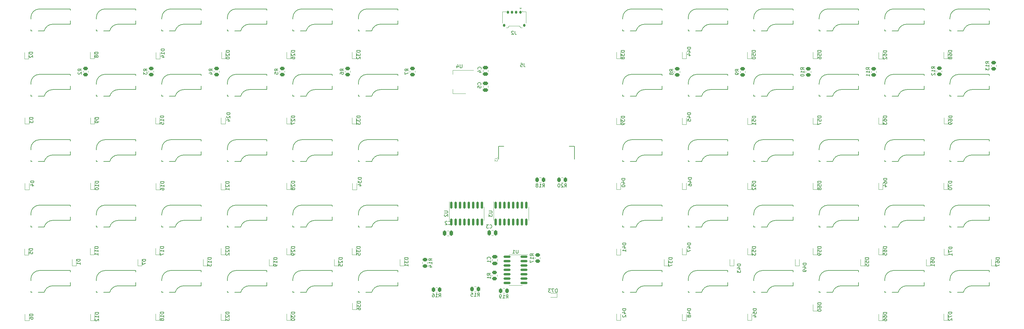
<source format=gbo>
G04 #@! TF.GenerationSoftware,KiCad,Pcbnew,(6.0.10)*
G04 #@! TF.CreationDate,2023-08-27T18:11:46-04:00*
G04 #@! TF.ProjectId,storyboard,73746f72-7962-46f6-9172-642e6b696361,rev?*
G04 #@! TF.SameCoordinates,Original*
G04 #@! TF.FileFunction,Legend,Bot*
G04 #@! TF.FilePolarity,Positive*
%FSLAX46Y46*%
G04 Gerber Fmt 4.6, Leading zero omitted, Abs format (unit mm)*
G04 Created by KiCad (PCBNEW (6.0.10)) date 2023-08-27 18:11:46*
%MOMM*%
%LPD*%
G01*
G04 APERTURE LIST*
G04 Aperture macros list*
%AMRoundRect*
0 Rectangle with rounded corners*
0 $1 Rounding radius*
0 $2 $3 $4 $5 $6 $7 $8 $9 X,Y pos of 4 corners*
0 Add a 4 corners polygon primitive as box body*
4,1,4,$2,$3,$4,$5,$6,$7,$8,$9,$2,$3,0*
0 Add four circle primitives for the rounded corners*
1,1,$1+$1,$2,$3*
1,1,$1+$1,$4,$5*
1,1,$1+$1,$6,$7*
1,1,$1+$1,$8,$9*
0 Add four rect primitives between the rounded corners*
20,1,$1+$1,$2,$3,$4,$5,0*
20,1,$1+$1,$4,$5,$6,$7,0*
20,1,$1+$1,$6,$7,$8,$9,0*
20,1,$1+$1,$8,$9,$2,$3,0*%
G04 Aperture macros list end*
%ADD10C,0.150000*%
%ADD11C,0.050800*%
%ADD12C,0.120000*%
%ADD13C,0.152400*%
%ADD14C,3.987800*%
%ADD15C,1.701800*%
%ADD16C,3.000000*%
%ADD17R,2.550000X2.500000*%
%ADD18C,2.000000*%
%ADD19R,1.700000X1.700000*%
%ADD20O,1.700000X1.700000*%
%ADD21C,2.700000*%
%ADD22R,2.000000X1.500000*%
%ADD23R,2.000000X3.800000*%
%ADD24RoundRect,0.250000X-0.450000X0.262500X-0.450000X-0.262500X0.450000X-0.262500X0.450000X0.262500X0*%
%ADD25R,0.700000X0.600000*%
%ADD26RoundRect,0.250000X-0.262500X-0.450000X0.262500X-0.450000X0.262500X0.450000X-0.262500X0.450000X0*%
%ADD27RoundRect,0.150000X-0.150000X0.825000X-0.150000X-0.825000X0.150000X-0.825000X0.150000X0.825000X0*%
%ADD28RoundRect,0.250000X0.450000X-0.262500X0.450000X0.262500X-0.450000X0.262500X-0.450000X-0.262500X0*%
%ADD29RoundRect,0.150000X0.150000X0.275000X-0.150000X0.275000X-0.150000X-0.275000X0.150000X-0.275000X0*%
%ADD30RoundRect,0.175000X0.175000X0.225000X-0.175000X0.225000X-0.175000X-0.225000X0.175000X-0.225000X0*%
%ADD31RoundRect,0.150000X0.825000X0.150000X-0.825000X0.150000X-0.825000X-0.150000X0.825000X-0.150000X0*%
%ADD32RoundRect,0.250000X0.475000X-0.250000X0.475000X0.250000X-0.475000X0.250000X-0.475000X-0.250000X0*%
%ADD33RoundRect,0.250000X0.262500X0.450000X-0.262500X0.450000X-0.262500X-0.450000X0.262500X-0.450000X0*%
%ADD34R,0.600000X0.700000*%
%ADD35RoundRect,0.250000X0.250000X0.475000X-0.250000X0.475000X-0.250000X-0.475000X0.250000X-0.475000X0*%
%ADD36C,6.000000*%
%ADD37C,1.597660*%
%ADD38C,1.099820*%
%ADD39R,0.299720X1.549400*%
%ADD40R,1.198880X2.748280*%
G04 APERTURE END LIST*
D10*
X189361904Y-60952380D02*
X189361904Y-61761904D01*
X189314285Y-61857142D01*
X189266666Y-61904761D01*
X189171428Y-61952380D01*
X188980952Y-61952380D01*
X188885714Y-61904761D01*
X188838095Y-61857142D01*
X188790476Y-61761904D01*
X188790476Y-60952380D01*
X187885714Y-61285714D02*
X187885714Y-61952380D01*
X188123809Y-60904761D02*
X188361904Y-61619047D01*
X187742857Y-61619047D01*
X307602380Y-62457142D02*
X307126190Y-62123809D01*
X307602380Y-61885714D02*
X306602380Y-61885714D01*
X306602380Y-62266666D01*
X306650000Y-62361904D01*
X306697619Y-62409523D01*
X306792857Y-62457142D01*
X306935714Y-62457142D01*
X307030952Y-62409523D01*
X307078571Y-62361904D01*
X307126190Y-62266666D01*
X307126190Y-61885714D01*
X307602380Y-63409523D02*
X307602380Y-62838095D01*
X307602380Y-63123809D02*
X306602380Y-63123809D01*
X306745238Y-63028571D01*
X306840476Y-62933333D01*
X306888095Y-62838095D01*
X307602380Y-64361904D02*
X307602380Y-63790476D01*
X307602380Y-64076190D02*
X306602380Y-64076190D01*
X306745238Y-63980952D01*
X306840476Y-63885714D01*
X306888095Y-63790476D01*
X83852380Y-57361904D02*
X82852380Y-57361904D01*
X82852380Y-57600000D01*
X82900000Y-57742857D01*
X82995238Y-57838095D01*
X83090476Y-57885714D01*
X83280952Y-57933333D01*
X83423809Y-57933333D01*
X83614285Y-57885714D01*
X83709523Y-57838095D01*
X83804761Y-57742857D01*
X83852380Y-57600000D01*
X83852380Y-57361904D01*
X83280952Y-58504761D02*
X83233333Y-58409523D01*
X83185714Y-58361904D01*
X83090476Y-58314285D01*
X83042857Y-58314285D01*
X82947619Y-58361904D01*
X82900000Y-58409523D01*
X82852380Y-58504761D01*
X82852380Y-58695238D01*
X82900000Y-58790476D01*
X82947619Y-58838095D01*
X83042857Y-58885714D01*
X83090476Y-58885714D01*
X83185714Y-58838095D01*
X83233333Y-58790476D01*
X83280952Y-58695238D01*
X83280952Y-58504761D01*
X83328571Y-58409523D01*
X83376190Y-58361904D01*
X83471428Y-58314285D01*
X83661904Y-58314285D01*
X83757142Y-58361904D01*
X83804761Y-58409523D01*
X83852380Y-58504761D01*
X83852380Y-58695238D01*
X83804761Y-58790476D01*
X83757142Y-58838095D01*
X83661904Y-58885714D01*
X83471428Y-58885714D01*
X83376190Y-58838095D01*
X83328571Y-58790476D01*
X83280952Y-58695238D01*
X155002380Y-62833333D02*
X154526190Y-62500000D01*
X155002380Y-62261904D02*
X154002380Y-62261904D01*
X154002380Y-62642857D01*
X154050000Y-62738095D01*
X154097619Y-62785714D01*
X154192857Y-62833333D01*
X154335714Y-62833333D01*
X154430952Y-62785714D01*
X154478571Y-62738095D01*
X154526190Y-62642857D01*
X154526190Y-62261904D01*
X154002380Y-63690476D02*
X154002380Y-63500000D01*
X154050000Y-63404761D01*
X154097619Y-63357142D01*
X154240476Y-63261904D01*
X154430952Y-63214285D01*
X154811904Y-63214285D01*
X154907142Y-63261904D01*
X154954761Y-63309523D01*
X155002380Y-63404761D01*
X155002380Y-63595238D01*
X154954761Y-63690476D01*
X154907142Y-63738095D01*
X154811904Y-63785714D01*
X154573809Y-63785714D01*
X154478571Y-63738095D01*
X154430952Y-63690476D01*
X154383333Y-63595238D01*
X154383333Y-63404761D01*
X154430952Y-63309523D01*
X154478571Y-63261904D01*
X154573809Y-63214285D01*
X182642857Y-128502380D02*
X182976190Y-128026190D01*
X183214285Y-128502380D02*
X183214285Y-127502380D01*
X182833333Y-127502380D01*
X182738095Y-127550000D01*
X182690476Y-127597619D01*
X182642857Y-127692857D01*
X182642857Y-127835714D01*
X182690476Y-127930952D01*
X182738095Y-127978571D01*
X182833333Y-128026190D01*
X183214285Y-128026190D01*
X181690476Y-128502380D02*
X182261904Y-128502380D01*
X181976190Y-128502380D02*
X181976190Y-127502380D01*
X182071428Y-127645238D01*
X182166666Y-127740476D01*
X182261904Y-127788095D01*
X180833333Y-127502380D02*
X181023809Y-127502380D01*
X181119047Y-127550000D01*
X181166666Y-127597619D01*
X181261904Y-127740476D01*
X181309523Y-127930952D01*
X181309523Y-128311904D01*
X181261904Y-128407142D01*
X181214285Y-128454761D01*
X181119047Y-128502380D01*
X180928571Y-128502380D01*
X180833333Y-128454761D01*
X180785714Y-128407142D01*
X180738095Y-128311904D01*
X180738095Y-128073809D01*
X180785714Y-127978571D01*
X180833333Y-127930952D01*
X180928571Y-127883333D01*
X181119047Y-127883333D01*
X181214285Y-127930952D01*
X181261904Y-127978571D01*
X181309523Y-128073809D01*
X159852380Y-113885714D02*
X158852380Y-113885714D01*
X158852380Y-114123809D01*
X158900000Y-114266666D01*
X158995238Y-114361904D01*
X159090476Y-114409523D01*
X159280952Y-114457142D01*
X159423809Y-114457142D01*
X159614285Y-114409523D01*
X159709523Y-114361904D01*
X159804761Y-114266666D01*
X159852380Y-114123809D01*
X159852380Y-113885714D01*
X158852380Y-114790476D02*
X158852380Y-115409523D01*
X159233333Y-115076190D01*
X159233333Y-115219047D01*
X159280952Y-115314285D01*
X159328571Y-115361904D01*
X159423809Y-115409523D01*
X159661904Y-115409523D01*
X159757142Y-115361904D01*
X159804761Y-115314285D01*
X159852380Y-115219047D01*
X159852380Y-114933333D01*
X159804761Y-114838095D01*
X159757142Y-114790476D01*
X158852380Y-116314285D02*
X158852380Y-115838095D01*
X159328571Y-115790476D01*
X159280952Y-115838095D01*
X159233333Y-115933333D01*
X159233333Y-116171428D01*
X159280952Y-116266666D01*
X159328571Y-116314285D01*
X159423809Y-116361904D01*
X159661904Y-116361904D01*
X159757142Y-116314285D01*
X159804761Y-116266666D01*
X159852380Y-116171428D01*
X159852380Y-115933333D01*
X159804761Y-115838095D01*
X159757142Y-115790476D01*
X293552380Y-56885714D02*
X292552380Y-56885714D01*
X292552380Y-57123809D01*
X292600000Y-57266666D01*
X292695238Y-57361904D01*
X292790476Y-57409523D01*
X292980952Y-57457142D01*
X293123809Y-57457142D01*
X293314285Y-57409523D01*
X293409523Y-57361904D01*
X293504761Y-57266666D01*
X293552380Y-57123809D01*
X293552380Y-56885714D01*
X292552380Y-58361904D02*
X292552380Y-57885714D01*
X293028571Y-57838095D01*
X292980952Y-57885714D01*
X292933333Y-57980952D01*
X292933333Y-58219047D01*
X292980952Y-58314285D01*
X293028571Y-58361904D01*
X293123809Y-58409523D01*
X293361904Y-58409523D01*
X293457142Y-58361904D01*
X293504761Y-58314285D01*
X293552380Y-58219047D01*
X293552380Y-57980952D01*
X293504761Y-57885714D01*
X293457142Y-57838095D01*
X292552380Y-59266666D02*
X292552380Y-59076190D01*
X292600000Y-58980952D01*
X292647619Y-58933333D01*
X292790476Y-58838095D01*
X292980952Y-58790476D01*
X293361904Y-58790476D01*
X293457142Y-58838095D01*
X293504761Y-58885714D01*
X293552380Y-58980952D01*
X293552380Y-59171428D01*
X293504761Y-59266666D01*
X293457142Y-59314285D01*
X293361904Y-59361904D01*
X293123809Y-59361904D01*
X293028571Y-59314285D01*
X292980952Y-59266666D01*
X292933333Y-59171428D01*
X292933333Y-58980952D01*
X292980952Y-58885714D01*
X293028571Y-58838095D01*
X293123809Y-58790476D01*
X197152380Y-103538095D02*
X197961904Y-103538095D01*
X198057142Y-103585714D01*
X198104761Y-103633333D01*
X198152380Y-103728571D01*
X198152380Y-103919047D01*
X198104761Y-104014285D01*
X198057142Y-104061904D01*
X197961904Y-104109523D01*
X197152380Y-104109523D01*
X197152380Y-104490476D02*
X197152380Y-105109523D01*
X197533333Y-104776190D01*
X197533333Y-104919047D01*
X197580952Y-105014285D01*
X197628571Y-105061904D01*
X197723809Y-105109523D01*
X197961904Y-105109523D01*
X198057142Y-105061904D01*
X198104761Y-105014285D01*
X198152380Y-104919047D01*
X198152380Y-104633333D01*
X198104761Y-104538095D01*
X198057142Y-104490476D01*
X121852380Y-94985714D02*
X120852380Y-94985714D01*
X120852380Y-95223809D01*
X120900000Y-95366666D01*
X120995238Y-95461904D01*
X121090476Y-95509523D01*
X121280952Y-95557142D01*
X121423809Y-95557142D01*
X121614285Y-95509523D01*
X121709523Y-95461904D01*
X121804761Y-95366666D01*
X121852380Y-95223809D01*
X121852380Y-94985714D01*
X120947619Y-95938095D02*
X120900000Y-95985714D01*
X120852380Y-96080952D01*
X120852380Y-96319047D01*
X120900000Y-96414285D01*
X120947619Y-96461904D01*
X121042857Y-96509523D01*
X121138095Y-96509523D01*
X121280952Y-96461904D01*
X121852380Y-95890476D01*
X121852380Y-96509523D01*
X121852380Y-97461904D02*
X121852380Y-96890476D01*
X121852380Y-97176190D02*
X120852380Y-97176190D01*
X120995238Y-97080952D01*
X121090476Y-96985714D01*
X121138095Y-96890476D01*
X83952380Y-76361904D02*
X82952380Y-76361904D01*
X82952380Y-76600000D01*
X83000000Y-76742857D01*
X83095238Y-76838095D01*
X83190476Y-76885714D01*
X83380952Y-76933333D01*
X83523809Y-76933333D01*
X83714285Y-76885714D01*
X83809523Y-76838095D01*
X83904761Y-76742857D01*
X83952380Y-76600000D01*
X83952380Y-76361904D01*
X83952380Y-77409523D02*
X83952380Y-77600000D01*
X83904761Y-77695238D01*
X83857142Y-77742857D01*
X83714285Y-77838095D01*
X83523809Y-77885714D01*
X83142857Y-77885714D01*
X83047619Y-77838095D01*
X83000000Y-77790476D01*
X82952380Y-77695238D01*
X82952380Y-77504761D01*
X83000000Y-77409523D01*
X83047619Y-77361904D01*
X83142857Y-77314285D01*
X83380952Y-77314285D01*
X83476190Y-77361904D01*
X83523809Y-77409523D01*
X83571428Y-77504761D01*
X83571428Y-77695238D01*
X83523809Y-77790476D01*
X83476190Y-77838095D01*
X83380952Y-77885714D01*
X159852380Y-75885714D02*
X158852380Y-75885714D01*
X158852380Y-76123809D01*
X158900000Y-76266666D01*
X158995238Y-76361904D01*
X159090476Y-76409523D01*
X159280952Y-76457142D01*
X159423809Y-76457142D01*
X159614285Y-76409523D01*
X159709523Y-76361904D01*
X159804761Y-76266666D01*
X159852380Y-76123809D01*
X159852380Y-75885714D01*
X158852380Y-76790476D02*
X158852380Y-77409523D01*
X159233333Y-77076190D01*
X159233333Y-77219047D01*
X159280952Y-77314285D01*
X159328571Y-77361904D01*
X159423809Y-77409523D01*
X159661904Y-77409523D01*
X159757142Y-77361904D01*
X159804761Y-77314285D01*
X159852380Y-77219047D01*
X159852380Y-76933333D01*
X159804761Y-76838095D01*
X159757142Y-76790476D01*
X158852380Y-77742857D02*
X158852380Y-78361904D01*
X159233333Y-78028571D01*
X159233333Y-78171428D01*
X159280952Y-78266666D01*
X159328571Y-78314285D01*
X159423809Y-78361904D01*
X159661904Y-78361904D01*
X159757142Y-78314285D01*
X159804761Y-78266666D01*
X159852380Y-78171428D01*
X159852380Y-77885714D01*
X159804761Y-77790476D01*
X159757142Y-77742857D01*
X293552380Y-75960714D02*
X292552380Y-75960714D01*
X292552380Y-76198809D01*
X292600000Y-76341666D01*
X292695238Y-76436904D01*
X292790476Y-76484523D01*
X292980952Y-76532142D01*
X293123809Y-76532142D01*
X293314285Y-76484523D01*
X293409523Y-76436904D01*
X293504761Y-76341666D01*
X293552380Y-76198809D01*
X293552380Y-75960714D01*
X292552380Y-77436904D02*
X292552380Y-76960714D01*
X293028571Y-76913095D01*
X292980952Y-76960714D01*
X292933333Y-77055952D01*
X292933333Y-77294047D01*
X292980952Y-77389285D01*
X293028571Y-77436904D01*
X293123809Y-77484523D01*
X293361904Y-77484523D01*
X293457142Y-77436904D01*
X293504761Y-77389285D01*
X293552380Y-77294047D01*
X293552380Y-77055952D01*
X293504761Y-76960714D01*
X293457142Y-76913095D01*
X292552380Y-77817857D02*
X292552380Y-78484523D01*
X293552380Y-78055952D01*
X97652380Y-117561904D02*
X96652380Y-117561904D01*
X96652380Y-117800000D01*
X96700000Y-117942857D01*
X96795238Y-118038095D01*
X96890476Y-118085714D01*
X97080952Y-118133333D01*
X97223809Y-118133333D01*
X97414285Y-118085714D01*
X97509523Y-118038095D01*
X97604761Y-117942857D01*
X97652380Y-117800000D01*
X97652380Y-117561904D01*
X96652380Y-118466666D02*
X96652380Y-119133333D01*
X97652380Y-118704761D01*
X180702380Y-117957142D02*
X180226190Y-117623809D01*
X180702380Y-117385714D02*
X179702380Y-117385714D01*
X179702380Y-117766666D01*
X179750000Y-117861904D01*
X179797619Y-117909523D01*
X179892857Y-117957142D01*
X180035714Y-117957142D01*
X180130952Y-117909523D01*
X180178571Y-117861904D01*
X180226190Y-117766666D01*
X180226190Y-117385714D01*
X180702380Y-118909523D02*
X180702380Y-118338095D01*
X180702380Y-118623809D02*
X179702380Y-118623809D01*
X179845238Y-118528571D01*
X179940476Y-118433333D01*
X179988095Y-118338095D01*
X180035714Y-119766666D02*
X180702380Y-119766666D01*
X179654761Y-119528571D02*
X180369047Y-119290476D01*
X180369047Y-119909523D01*
X160218380Y-93781714D02*
X159218380Y-93781714D01*
X159218380Y-94019809D01*
X159266000Y-94162666D01*
X159361238Y-94257904D01*
X159456476Y-94305523D01*
X159646952Y-94353142D01*
X159789809Y-94353142D01*
X159980285Y-94305523D01*
X160075523Y-94257904D01*
X160170761Y-94162666D01*
X160218380Y-94019809D01*
X160218380Y-93781714D01*
X159218380Y-94686476D02*
X159218380Y-95305523D01*
X159599333Y-94972190D01*
X159599333Y-95115047D01*
X159646952Y-95210285D01*
X159694571Y-95257904D01*
X159789809Y-95305523D01*
X160027904Y-95305523D01*
X160123142Y-95257904D01*
X160170761Y-95210285D01*
X160218380Y-95115047D01*
X160218380Y-94829333D01*
X160170761Y-94734095D01*
X160123142Y-94686476D01*
X159551714Y-96162666D02*
X160218380Y-96162666D01*
X159170761Y-95924571D02*
X159885047Y-95686476D01*
X159885047Y-96305523D01*
X312552380Y-56935714D02*
X311552380Y-56935714D01*
X311552380Y-57173809D01*
X311600000Y-57316666D01*
X311695238Y-57411904D01*
X311790476Y-57459523D01*
X311980952Y-57507142D01*
X312123809Y-57507142D01*
X312314285Y-57459523D01*
X312409523Y-57411904D01*
X312504761Y-57316666D01*
X312552380Y-57173809D01*
X312552380Y-56935714D01*
X311552380Y-58364285D02*
X311552380Y-58173809D01*
X311600000Y-58078571D01*
X311647619Y-58030952D01*
X311790476Y-57935714D01*
X311980952Y-57888095D01*
X312361904Y-57888095D01*
X312457142Y-57935714D01*
X312504761Y-57983333D01*
X312552380Y-58078571D01*
X312552380Y-58269047D01*
X312504761Y-58364285D01*
X312457142Y-58411904D01*
X312361904Y-58459523D01*
X312123809Y-58459523D01*
X312028571Y-58411904D01*
X311980952Y-58364285D01*
X311933333Y-58269047D01*
X311933333Y-58078571D01*
X311980952Y-57983333D01*
X312028571Y-57935714D01*
X312123809Y-57888095D01*
X311647619Y-58840476D02*
X311600000Y-58888095D01*
X311552380Y-58983333D01*
X311552380Y-59221428D01*
X311600000Y-59316666D01*
X311647619Y-59364285D01*
X311742857Y-59411904D01*
X311838095Y-59411904D01*
X311980952Y-59364285D01*
X312552380Y-58792857D01*
X312552380Y-59411904D01*
X159952380Y-129785714D02*
X158952380Y-129785714D01*
X158952380Y-130023809D01*
X159000000Y-130166666D01*
X159095238Y-130261904D01*
X159190476Y-130309523D01*
X159380952Y-130357142D01*
X159523809Y-130357142D01*
X159714285Y-130309523D01*
X159809523Y-130261904D01*
X159904761Y-130166666D01*
X159952380Y-130023809D01*
X159952380Y-129785714D01*
X158952380Y-130690476D02*
X158952380Y-131309523D01*
X159333333Y-130976190D01*
X159333333Y-131119047D01*
X159380952Y-131214285D01*
X159428571Y-131261904D01*
X159523809Y-131309523D01*
X159761904Y-131309523D01*
X159857142Y-131261904D01*
X159904761Y-131214285D01*
X159952380Y-131119047D01*
X159952380Y-130833333D01*
X159904761Y-130738095D01*
X159857142Y-130690476D01*
X158952380Y-132166666D02*
X158952380Y-131976190D01*
X159000000Y-131880952D01*
X159047619Y-131833333D01*
X159190476Y-131738095D01*
X159380952Y-131690476D01*
X159761904Y-131690476D01*
X159857142Y-131738095D01*
X159904761Y-131785714D01*
X159952380Y-131880952D01*
X159952380Y-132071428D01*
X159904761Y-132166666D01*
X159857142Y-132214285D01*
X159761904Y-132261904D01*
X159523809Y-132261904D01*
X159428571Y-132214285D01*
X159380952Y-132166666D01*
X159333333Y-132071428D01*
X159333333Y-131880952D01*
X159380952Y-131785714D01*
X159428571Y-131738095D01*
X159523809Y-131690476D01*
X102852380Y-75885714D02*
X101852380Y-75885714D01*
X101852380Y-76123809D01*
X101900000Y-76266666D01*
X101995238Y-76361904D01*
X102090476Y-76409523D01*
X102280952Y-76457142D01*
X102423809Y-76457142D01*
X102614285Y-76409523D01*
X102709523Y-76361904D01*
X102804761Y-76266666D01*
X102852380Y-76123809D01*
X102852380Y-75885714D01*
X102852380Y-77409523D02*
X102852380Y-76838095D01*
X102852380Y-77123809D02*
X101852380Y-77123809D01*
X101995238Y-77028571D01*
X102090476Y-76933333D01*
X102138095Y-76838095D01*
X101852380Y-78314285D02*
X101852380Y-77838095D01*
X102328571Y-77790476D01*
X102280952Y-77838095D01*
X102233333Y-77933333D01*
X102233333Y-78171428D01*
X102280952Y-78266666D01*
X102328571Y-78314285D01*
X102423809Y-78361904D01*
X102661904Y-78361904D01*
X102757142Y-78314285D01*
X102804761Y-78266666D01*
X102852380Y-78171428D01*
X102852380Y-77933333D01*
X102804761Y-77838095D01*
X102757142Y-77790476D01*
X83852380Y-113885714D02*
X82852380Y-113885714D01*
X82852380Y-114123809D01*
X82900000Y-114266666D01*
X82995238Y-114361904D01*
X83090476Y-114409523D01*
X83280952Y-114457142D01*
X83423809Y-114457142D01*
X83614285Y-114409523D01*
X83709523Y-114361904D01*
X83804761Y-114266666D01*
X83852380Y-114123809D01*
X83852380Y-113885714D01*
X83852380Y-115409523D02*
X83852380Y-114838095D01*
X83852380Y-115123809D02*
X82852380Y-115123809D01*
X82995238Y-115028571D01*
X83090476Y-114933333D01*
X83138095Y-114838095D01*
X83852380Y-116361904D02*
X83852380Y-115790476D01*
X83852380Y-116076190D02*
X82852380Y-116076190D01*
X82995238Y-115980952D01*
X83090476Y-115885714D01*
X83138095Y-115790476D01*
X102852380Y-113885714D02*
X101852380Y-113885714D01*
X101852380Y-114123809D01*
X101900000Y-114266666D01*
X101995238Y-114361904D01*
X102090476Y-114409523D01*
X102280952Y-114457142D01*
X102423809Y-114457142D01*
X102614285Y-114409523D01*
X102709523Y-114361904D01*
X102804761Y-114266666D01*
X102852380Y-114123809D01*
X102852380Y-113885714D01*
X102852380Y-115409523D02*
X102852380Y-114838095D01*
X102852380Y-115123809D02*
X101852380Y-115123809D01*
X101995238Y-115028571D01*
X102090476Y-114933333D01*
X102138095Y-114838095D01*
X101852380Y-115742857D02*
X101852380Y-116409523D01*
X102852380Y-115980952D01*
X140852380Y-113885714D02*
X139852380Y-113885714D01*
X139852380Y-114123809D01*
X139900000Y-114266666D01*
X139995238Y-114361904D01*
X140090476Y-114409523D01*
X140280952Y-114457142D01*
X140423809Y-114457142D01*
X140614285Y-114409523D01*
X140709523Y-114361904D01*
X140804761Y-114266666D01*
X140852380Y-114123809D01*
X140852380Y-113885714D01*
X139947619Y-114838095D02*
X139900000Y-114885714D01*
X139852380Y-114980952D01*
X139852380Y-115219047D01*
X139900000Y-115314285D01*
X139947619Y-115361904D01*
X140042857Y-115409523D01*
X140138095Y-115409523D01*
X140280952Y-115361904D01*
X140852380Y-114790476D01*
X140852380Y-115409523D01*
X140852380Y-115885714D02*
X140852380Y-116076190D01*
X140804761Y-116171428D01*
X140757142Y-116219047D01*
X140614285Y-116314285D01*
X140423809Y-116361904D01*
X140042857Y-116361904D01*
X139947619Y-116314285D01*
X139900000Y-116266666D01*
X139852380Y-116171428D01*
X139852380Y-115980952D01*
X139900000Y-115885714D01*
X139947619Y-115838095D01*
X140042857Y-115790476D01*
X140280952Y-115790476D01*
X140376190Y-115838095D01*
X140423809Y-115885714D01*
X140471428Y-115980952D01*
X140471428Y-116171428D01*
X140423809Y-116266666D01*
X140376190Y-116314285D01*
X140280952Y-116361904D01*
X204733333Y-51252380D02*
X204733333Y-51966666D01*
X204780952Y-52109523D01*
X204876190Y-52204761D01*
X205019047Y-52252380D01*
X205114285Y-52252380D01*
X204304761Y-51347619D02*
X204257142Y-51300000D01*
X204161904Y-51252380D01*
X203923809Y-51252380D01*
X203828571Y-51300000D01*
X203780952Y-51347619D01*
X203733333Y-51442857D01*
X203733333Y-51538095D01*
X203780952Y-51680952D01*
X204352380Y-52252380D01*
X203733333Y-52252380D01*
X236552380Y-75985714D02*
X235552380Y-75985714D01*
X235552380Y-76223809D01*
X235600000Y-76366666D01*
X235695238Y-76461904D01*
X235790476Y-76509523D01*
X235980952Y-76557142D01*
X236123809Y-76557142D01*
X236314285Y-76509523D01*
X236409523Y-76461904D01*
X236504761Y-76366666D01*
X236552380Y-76223809D01*
X236552380Y-75985714D01*
X235552380Y-76890476D02*
X235552380Y-77509523D01*
X235933333Y-77176190D01*
X235933333Y-77319047D01*
X235980952Y-77414285D01*
X236028571Y-77461904D01*
X236123809Y-77509523D01*
X236361904Y-77509523D01*
X236457142Y-77461904D01*
X236504761Y-77414285D01*
X236552380Y-77319047D01*
X236552380Y-77033333D01*
X236504761Y-76938095D01*
X236457142Y-76890476D01*
X236552380Y-77985714D02*
X236552380Y-78176190D01*
X236504761Y-78271428D01*
X236457142Y-78319047D01*
X236314285Y-78414285D01*
X236123809Y-78461904D01*
X235742857Y-78461904D01*
X235647619Y-78414285D01*
X235600000Y-78366666D01*
X235552380Y-78271428D01*
X235552380Y-78080952D01*
X235600000Y-77985714D01*
X235647619Y-77938095D01*
X235742857Y-77890476D01*
X235980952Y-77890476D01*
X236076190Y-77938095D01*
X236123809Y-77985714D01*
X236171428Y-78080952D01*
X236171428Y-78271428D01*
X236123809Y-78366666D01*
X236076190Y-78414285D01*
X235980952Y-78461904D01*
X289250380Y-118673714D02*
X288250380Y-118673714D01*
X288250380Y-118911809D01*
X288298000Y-119054666D01*
X288393238Y-119149904D01*
X288488476Y-119197523D01*
X288678952Y-119245142D01*
X288821809Y-119245142D01*
X289012285Y-119197523D01*
X289107523Y-119149904D01*
X289202761Y-119054666D01*
X289250380Y-118911809D01*
X289250380Y-118673714D01*
X288583714Y-120102285D02*
X289250380Y-120102285D01*
X288202761Y-119864190D02*
X288917047Y-119626095D01*
X288917047Y-120245142D01*
X289250380Y-120673714D02*
X289250380Y-120864190D01*
X289202761Y-120959428D01*
X289155142Y-121007047D01*
X289012285Y-121102285D01*
X288821809Y-121149904D01*
X288440857Y-121149904D01*
X288345619Y-121102285D01*
X288298000Y-121054666D01*
X288250380Y-120959428D01*
X288250380Y-120768952D01*
X288298000Y-120673714D01*
X288345619Y-120626095D01*
X288440857Y-120578476D01*
X288678952Y-120578476D01*
X288774190Y-120626095D01*
X288821809Y-120673714D01*
X288869428Y-120768952D01*
X288869428Y-120959428D01*
X288821809Y-121054666D01*
X288774190Y-121102285D01*
X288678952Y-121149904D01*
X219082857Y-96590380D02*
X219416190Y-96114190D01*
X219654285Y-96590380D02*
X219654285Y-95590380D01*
X219273333Y-95590380D01*
X219178095Y-95638000D01*
X219130476Y-95685619D01*
X219082857Y-95780857D01*
X219082857Y-95923714D01*
X219130476Y-96018952D01*
X219178095Y-96066571D01*
X219273333Y-96114190D01*
X219654285Y-96114190D01*
X218701904Y-95685619D02*
X218654285Y-95638000D01*
X218559047Y-95590380D01*
X218320952Y-95590380D01*
X218225714Y-95638000D01*
X218178095Y-95685619D01*
X218130476Y-95780857D01*
X218130476Y-95876095D01*
X218178095Y-96018952D01*
X218749523Y-96590380D01*
X218130476Y-96590380D01*
X217511428Y-95590380D02*
X217416190Y-95590380D01*
X217320952Y-95638000D01*
X217273333Y-95685619D01*
X217225714Y-95780857D01*
X217178095Y-95971333D01*
X217178095Y-96209428D01*
X217225714Y-96399904D01*
X217273333Y-96495142D01*
X217320952Y-96542761D01*
X217416190Y-96590380D01*
X217511428Y-96590380D01*
X217606666Y-96542761D01*
X217654285Y-96495142D01*
X217701904Y-96399904D01*
X217749523Y-96209428D01*
X217749523Y-95971333D01*
X217701904Y-95780857D01*
X217654285Y-95685619D01*
X217606666Y-95638000D01*
X217511428Y-95590380D01*
X236672380Y-94035714D02*
X235672380Y-94035714D01*
X235672380Y-94273809D01*
X235720000Y-94416666D01*
X235815238Y-94511904D01*
X235910476Y-94559523D01*
X236100952Y-94607142D01*
X236243809Y-94607142D01*
X236434285Y-94559523D01*
X236529523Y-94511904D01*
X236624761Y-94416666D01*
X236672380Y-94273809D01*
X236672380Y-94035714D01*
X236005714Y-95464285D02*
X236672380Y-95464285D01*
X235624761Y-95226190D02*
X236339047Y-94988095D01*
X236339047Y-95607142D01*
X235672380Y-96178571D02*
X235672380Y-96273809D01*
X235720000Y-96369047D01*
X235767619Y-96416666D01*
X235862857Y-96464285D01*
X236053333Y-96511904D01*
X236291428Y-96511904D01*
X236481904Y-96464285D01*
X236577142Y-96416666D01*
X236624761Y-96369047D01*
X236672380Y-96273809D01*
X236672380Y-96178571D01*
X236624761Y-96083333D01*
X236577142Y-96035714D01*
X236481904Y-95988095D01*
X236291428Y-95940476D01*
X236053333Y-95940476D01*
X235862857Y-95988095D01*
X235767619Y-96035714D01*
X235720000Y-96083333D01*
X235672380Y-96178571D01*
X326552380Y-62157142D02*
X326076190Y-61823809D01*
X326552380Y-61585714D02*
X325552380Y-61585714D01*
X325552380Y-61966666D01*
X325600000Y-62061904D01*
X325647619Y-62109523D01*
X325742857Y-62157142D01*
X325885714Y-62157142D01*
X325980952Y-62109523D01*
X326028571Y-62061904D01*
X326076190Y-61966666D01*
X326076190Y-61585714D01*
X326552380Y-63109523D02*
X326552380Y-62538095D01*
X326552380Y-62823809D02*
X325552380Y-62823809D01*
X325695238Y-62728571D01*
X325790476Y-62633333D01*
X325838095Y-62538095D01*
X325647619Y-63490476D02*
X325600000Y-63538095D01*
X325552380Y-63633333D01*
X325552380Y-63871428D01*
X325600000Y-63966666D01*
X325647619Y-64014285D01*
X325742857Y-64061904D01*
X325838095Y-64061904D01*
X325980952Y-64014285D01*
X326552380Y-63442857D01*
X326552380Y-64061904D01*
X312552380Y-75935714D02*
X311552380Y-75935714D01*
X311552380Y-76173809D01*
X311600000Y-76316666D01*
X311695238Y-76411904D01*
X311790476Y-76459523D01*
X311980952Y-76507142D01*
X312123809Y-76507142D01*
X312314285Y-76459523D01*
X312409523Y-76411904D01*
X312504761Y-76316666D01*
X312552380Y-76173809D01*
X312552380Y-75935714D01*
X311552380Y-77364285D02*
X311552380Y-77173809D01*
X311600000Y-77078571D01*
X311647619Y-77030952D01*
X311790476Y-76935714D01*
X311980952Y-76888095D01*
X312361904Y-76888095D01*
X312457142Y-76935714D01*
X312504761Y-76983333D01*
X312552380Y-77078571D01*
X312552380Y-77269047D01*
X312504761Y-77364285D01*
X312457142Y-77411904D01*
X312361904Y-77459523D01*
X312123809Y-77459523D01*
X312028571Y-77411904D01*
X311980952Y-77364285D01*
X311933333Y-77269047D01*
X311933333Y-77078571D01*
X311980952Y-76983333D01*
X312028571Y-76935714D01*
X312123809Y-76888095D01*
X311552380Y-77792857D02*
X311552380Y-78411904D01*
X311933333Y-78078571D01*
X311933333Y-78221428D01*
X311980952Y-78316666D01*
X312028571Y-78364285D01*
X312123809Y-78411904D01*
X312361904Y-78411904D01*
X312457142Y-78364285D01*
X312504761Y-78316666D01*
X312552380Y-78221428D01*
X312552380Y-77935714D01*
X312504761Y-77840476D01*
X312457142Y-77792857D01*
X293552380Y-113885714D02*
X292552380Y-113885714D01*
X292552380Y-114123809D01*
X292600000Y-114266666D01*
X292695238Y-114361904D01*
X292790476Y-114409523D01*
X292980952Y-114457142D01*
X293123809Y-114457142D01*
X293314285Y-114409523D01*
X293409523Y-114361904D01*
X293504761Y-114266666D01*
X293552380Y-114123809D01*
X293552380Y-113885714D01*
X292552380Y-115361904D02*
X292552380Y-114885714D01*
X293028571Y-114838095D01*
X292980952Y-114885714D01*
X292933333Y-114980952D01*
X292933333Y-115219047D01*
X292980952Y-115314285D01*
X293028571Y-115361904D01*
X293123809Y-115409523D01*
X293361904Y-115409523D01*
X293457142Y-115361904D01*
X293504761Y-115314285D01*
X293552380Y-115219047D01*
X293552380Y-114980952D01*
X293504761Y-114885714D01*
X293457142Y-114838095D01*
X293552380Y-115885714D02*
X293552380Y-116076190D01*
X293504761Y-116171428D01*
X293457142Y-116219047D01*
X293314285Y-116314285D01*
X293123809Y-116361904D01*
X292742857Y-116361904D01*
X292647619Y-116314285D01*
X292600000Y-116266666D01*
X292552380Y-116171428D01*
X292552380Y-115980952D01*
X292600000Y-115885714D01*
X292647619Y-115838095D01*
X292742857Y-115790476D01*
X292980952Y-115790476D01*
X293076190Y-115838095D01*
X293123809Y-115885714D01*
X293171428Y-115980952D01*
X293171428Y-116171428D01*
X293123809Y-116266666D01*
X293076190Y-116314285D01*
X292980952Y-116361904D01*
X122118380Y-74985714D02*
X121118380Y-74985714D01*
X121118380Y-75223809D01*
X121166000Y-75366666D01*
X121261238Y-75461904D01*
X121356476Y-75509523D01*
X121546952Y-75557142D01*
X121689809Y-75557142D01*
X121880285Y-75509523D01*
X121975523Y-75461904D01*
X122070761Y-75366666D01*
X122118380Y-75223809D01*
X122118380Y-74985714D01*
X121213619Y-75938095D02*
X121166000Y-75985714D01*
X121118380Y-76080952D01*
X121118380Y-76319047D01*
X121166000Y-76414285D01*
X121213619Y-76461904D01*
X121308857Y-76509523D01*
X121404095Y-76509523D01*
X121546952Y-76461904D01*
X122118380Y-75890476D01*
X122118380Y-76509523D01*
X121451714Y-77366666D02*
X122118380Y-77366666D01*
X121070761Y-77128571D02*
X121785047Y-76890476D01*
X121785047Y-77509523D01*
X159852380Y-56885714D02*
X158852380Y-56885714D01*
X158852380Y-57123809D01*
X158900000Y-57266666D01*
X158995238Y-57361904D01*
X159090476Y-57409523D01*
X159280952Y-57457142D01*
X159423809Y-57457142D01*
X159614285Y-57409523D01*
X159709523Y-57361904D01*
X159804761Y-57266666D01*
X159852380Y-57123809D01*
X159852380Y-56885714D01*
X158852380Y-57790476D02*
X158852380Y-58409523D01*
X159233333Y-58076190D01*
X159233333Y-58219047D01*
X159280952Y-58314285D01*
X159328571Y-58361904D01*
X159423809Y-58409523D01*
X159661904Y-58409523D01*
X159757142Y-58361904D01*
X159804761Y-58314285D01*
X159852380Y-58219047D01*
X159852380Y-57933333D01*
X159804761Y-57838095D01*
X159757142Y-57790476D01*
X158947619Y-58790476D02*
X158900000Y-58838095D01*
X158852380Y-58933333D01*
X158852380Y-59171428D01*
X158900000Y-59266666D01*
X158947619Y-59314285D01*
X159042857Y-59361904D01*
X159138095Y-59361904D01*
X159280952Y-59314285D01*
X159852380Y-58742857D01*
X159852380Y-59361904D01*
X83952380Y-132985714D02*
X82952380Y-132985714D01*
X82952380Y-133223809D01*
X83000000Y-133366666D01*
X83095238Y-133461904D01*
X83190476Y-133509523D01*
X83380952Y-133557142D01*
X83523809Y-133557142D01*
X83714285Y-133509523D01*
X83809523Y-133461904D01*
X83904761Y-133366666D01*
X83952380Y-133223809D01*
X83952380Y-132985714D01*
X83952380Y-134509523D02*
X83952380Y-133938095D01*
X83952380Y-134223809D02*
X82952380Y-134223809D01*
X83095238Y-134128571D01*
X83190476Y-134033333D01*
X83238095Y-133938095D01*
X83047619Y-134890476D02*
X83000000Y-134938095D01*
X82952380Y-135033333D01*
X82952380Y-135271428D01*
X83000000Y-135366666D01*
X83047619Y-135414285D01*
X83142857Y-135461904D01*
X83238095Y-135461904D01*
X83380952Y-135414285D01*
X83952380Y-134842857D01*
X83952380Y-135461904D01*
X121952380Y-56885714D02*
X120952380Y-56885714D01*
X120952380Y-57123809D01*
X121000000Y-57266666D01*
X121095238Y-57361904D01*
X121190476Y-57409523D01*
X121380952Y-57457142D01*
X121523809Y-57457142D01*
X121714285Y-57409523D01*
X121809523Y-57361904D01*
X121904761Y-57266666D01*
X121952380Y-57123809D01*
X121952380Y-56885714D01*
X121047619Y-57838095D02*
X121000000Y-57885714D01*
X120952380Y-57980952D01*
X120952380Y-58219047D01*
X121000000Y-58314285D01*
X121047619Y-58361904D01*
X121142857Y-58409523D01*
X121238095Y-58409523D01*
X121380952Y-58361904D01*
X121952380Y-57790476D01*
X121952380Y-58409523D01*
X120952380Y-59028571D02*
X120952380Y-59123809D01*
X121000000Y-59219047D01*
X121047619Y-59266666D01*
X121142857Y-59314285D01*
X121333333Y-59361904D01*
X121571428Y-59361904D01*
X121761904Y-59314285D01*
X121857142Y-59266666D01*
X121904761Y-59219047D01*
X121952380Y-59123809D01*
X121952380Y-59028571D01*
X121904761Y-58933333D01*
X121857142Y-58885714D01*
X121761904Y-58838095D01*
X121571428Y-58790476D01*
X121333333Y-58790476D01*
X121142857Y-58838095D01*
X121047619Y-58885714D01*
X121000000Y-58933333D01*
X120952380Y-59028571D01*
X236926380Y-131881714D02*
X235926380Y-131881714D01*
X235926380Y-132119809D01*
X235974000Y-132262666D01*
X236069238Y-132357904D01*
X236164476Y-132405523D01*
X236354952Y-132453142D01*
X236497809Y-132453142D01*
X236688285Y-132405523D01*
X236783523Y-132357904D01*
X236878761Y-132262666D01*
X236926380Y-132119809D01*
X236926380Y-131881714D01*
X236259714Y-133310285D02*
X236926380Y-133310285D01*
X235878761Y-133072190D02*
X236593047Y-132834095D01*
X236593047Y-133453142D01*
X236021619Y-133786476D02*
X235974000Y-133834095D01*
X235926380Y-133929333D01*
X235926380Y-134167428D01*
X235974000Y-134262666D01*
X236021619Y-134310285D01*
X236116857Y-134357904D01*
X236212095Y-134357904D01*
X236354952Y-134310285D01*
X236926380Y-133738857D01*
X236926380Y-134357904D01*
X236502380Y-56885714D02*
X235502380Y-56885714D01*
X235502380Y-57123809D01*
X235550000Y-57266666D01*
X235645238Y-57361904D01*
X235740476Y-57409523D01*
X235930952Y-57457142D01*
X236073809Y-57457142D01*
X236264285Y-57409523D01*
X236359523Y-57361904D01*
X236454761Y-57266666D01*
X236502380Y-57123809D01*
X236502380Y-56885714D01*
X235502380Y-57790476D02*
X235502380Y-58409523D01*
X235883333Y-58076190D01*
X235883333Y-58219047D01*
X235930952Y-58314285D01*
X235978571Y-58361904D01*
X236073809Y-58409523D01*
X236311904Y-58409523D01*
X236407142Y-58361904D01*
X236454761Y-58314285D01*
X236502380Y-58219047D01*
X236502380Y-57933333D01*
X236454761Y-57838095D01*
X236407142Y-57790476D01*
X235930952Y-58980952D02*
X235883333Y-58885714D01*
X235835714Y-58838095D01*
X235740476Y-58790476D01*
X235692857Y-58790476D01*
X235597619Y-58838095D01*
X235550000Y-58885714D01*
X235502380Y-58980952D01*
X235502380Y-59171428D01*
X235550000Y-59266666D01*
X235597619Y-59314285D01*
X235692857Y-59361904D01*
X235740476Y-59361904D01*
X235835714Y-59314285D01*
X235883333Y-59266666D01*
X235930952Y-59171428D01*
X235930952Y-58980952D01*
X235978571Y-58885714D01*
X236026190Y-58838095D01*
X236121428Y-58790476D01*
X236311904Y-58790476D01*
X236407142Y-58838095D01*
X236454761Y-58885714D01*
X236502380Y-58980952D01*
X236502380Y-59171428D01*
X236454761Y-59266666D01*
X236407142Y-59314285D01*
X236311904Y-59361904D01*
X236121428Y-59361904D01*
X236026190Y-59314285D01*
X235978571Y-59266666D01*
X235930952Y-59171428D01*
X205636904Y-114832380D02*
X205636904Y-115641904D01*
X205589285Y-115737142D01*
X205541666Y-115784761D01*
X205446428Y-115832380D01*
X205255952Y-115832380D01*
X205160714Y-115784761D01*
X205113095Y-115737142D01*
X205065476Y-115641904D01*
X205065476Y-114832380D01*
X204065476Y-115832380D02*
X204636904Y-115832380D01*
X204351190Y-115832380D02*
X204351190Y-114832380D01*
X204446428Y-114975238D01*
X204541666Y-115070476D01*
X204636904Y-115118095D01*
X255976380Y-93781714D02*
X254976380Y-93781714D01*
X254976380Y-94019809D01*
X255024000Y-94162666D01*
X255119238Y-94257904D01*
X255214476Y-94305523D01*
X255404952Y-94353142D01*
X255547809Y-94353142D01*
X255738285Y-94305523D01*
X255833523Y-94257904D01*
X255928761Y-94162666D01*
X255976380Y-94019809D01*
X255976380Y-93781714D01*
X255309714Y-95210285D02*
X255976380Y-95210285D01*
X254928761Y-94972190D02*
X255643047Y-94734095D01*
X255643047Y-95353142D01*
X254976380Y-96162666D02*
X254976380Y-95972190D01*
X255024000Y-95876952D01*
X255071619Y-95829333D01*
X255214476Y-95734095D01*
X255404952Y-95686476D01*
X255785904Y-95686476D01*
X255881142Y-95734095D01*
X255928761Y-95781714D01*
X255976380Y-95876952D01*
X255976380Y-96067428D01*
X255928761Y-96162666D01*
X255881142Y-96210285D01*
X255785904Y-96257904D01*
X255547809Y-96257904D01*
X255452571Y-96210285D01*
X255404952Y-96162666D01*
X255357333Y-96067428D01*
X255357333Y-95876952D01*
X255404952Y-95781714D01*
X255452571Y-95734095D01*
X255547809Y-95686476D01*
X65222380Y-94765904D02*
X64222380Y-94765904D01*
X64222380Y-95004000D01*
X64270000Y-95146857D01*
X64365238Y-95242095D01*
X64460476Y-95289714D01*
X64650952Y-95337333D01*
X64793809Y-95337333D01*
X64984285Y-95289714D01*
X65079523Y-95242095D01*
X65174761Y-95146857D01*
X65222380Y-95004000D01*
X65222380Y-94765904D01*
X64555714Y-96194476D02*
X65222380Y-96194476D01*
X64174761Y-95956380D02*
X64889047Y-95718285D01*
X64889047Y-96337333D01*
X255722380Y-74985714D02*
X254722380Y-74985714D01*
X254722380Y-75223809D01*
X254770000Y-75366666D01*
X254865238Y-75461904D01*
X254960476Y-75509523D01*
X255150952Y-75557142D01*
X255293809Y-75557142D01*
X255484285Y-75509523D01*
X255579523Y-75461904D01*
X255674761Y-75366666D01*
X255722380Y-75223809D01*
X255722380Y-74985714D01*
X255055714Y-76414285D02*
X255722380Y-76414285D01*
X254674761Y-76176190D02*
X255389047Y-75938095D01*
X255389047Y-76557142D01*
X254722380Y-77414285D02*
X254722380Y-76938095D01*
X255198571Y-76890476D01*
X255150952Y-76938095D01*
X255103333Y-77033333D01*
X255103333Y-77271428D01*
X255150952Y-77366666D01*
X255198571Y-77414285D01*
X255293809Y-77461904D01*
X255531904Y-77461904D01*
X255627142Y-77414285D01*
X255674761Y-77366666D01*
X255722380Y-77271428D01*
X255722380Y-77033333D01*
X255674761Y-76938095D01*
X255627142Y-76890476D01*
X255722380Y-112831714D02*
X254722380Y-112831714D01*
X254722380Y-113069809D01*
X254770000Y-113212666D01*
X254865238Y-113307904D01*
X254960476Y-113355523D01*
X255150952Y-113403142D01*
X255293809Y-113403142D01*
X255484285Y-113355523D01*
X255579523Y-113307904D01*
X255674761Y-113212666D01*
X255722380Y-113069809D01*
X255722380Y-112831714D01*
X255055714Y-114260285D02*
X255722380Y-114260285D01*
X254674761Y-114022190D02*
X255389047Y-113784095D01*
X255389047Y-114403142D01*
X254722380Y-114688857D02*
X254722380Y-115355523D01*
X255722380Y-114926952D01*
X140852380Y-94885714D02*
X139852380Y-94885714D01*
X139852380Y-95123809D01*
X139900000Y-95266666D01*
X139995238Y-95361904D01*
X140090476Y-95409523D01*
X140280952Y-95457142D01*
X140423809Y-95457142D01*
X140614285Y-95409523D01*
X140709523Y-95361904D01*
X140804761Y-95266666D01*
X140852380Y-95123809D01*
X140852380Y-94885714D01*
X139947619Y-95838095D02*
X139900000Y-95885714D01*
X139852380Y-95980952D01*
X139852380Y-96219047D01*
X139900000Y-96314285D01*
X139947619Y-96361904D01*
X140042857Y-96409523D01*
X140138095Y-96409523D01*
X140280952Y-96361904D01*
X140852380Y-95790476D01*
X140852380Y-96409523D01*
X140280952Y-96980952D02*
X140233333Y-96885714D01*
X140185714Y-96838095D01*
X140090476Y-96790476D01*
X140042857Y-96790476D01*
X139947619Y-96838095D01*
X139900000Y-96885714D01*
X139852380Y-96980952D01*
X139852380Y-97171428D01*
X139900000Y-97266666D01*
X139947619Y-97314285D01*
X140042857Y-97361904D01*
X140090476Y-97361904D01*
X140185714Y-97314285D01*
X140233333Y-97266666D01*
X140280952Y-97171428D01*
X140280952Y-96980952D01*
X140328571Y-96885714D01*
X140376190Y-96838095D01*
X140471428Y-96790476D01*
X140661904Y-96790476D01*
X140757142Y-96838095D01*
X140804761Y-96885714D01*
X140852380Y-96980952D01*
X140852380Y-97171428D01*
X140804761Y-97266666D01*
X140757142Y-97314285D01*
X140661904Y-97361904D01*
X140471428Y-97361904D01*
X140376190Y-97314285D01*
X140328571Y-97266666D01*
X140280952Y-97171428D01*
X212732857Y-96590380D02*
X213066190Y-96114190D01*
X213304285Y-96590380D02*
X213304285Y-95590380D01*
X212923333Y-95590380D01*
X212828095Y-95638000D01*
X212780476Y-95685619D01*
X212732857Y-95780857D01*
X212732857Y-95923714D01*
X212780476Y-96018952D01*
X212828095Y-96066571D01*
X212923333Y-96114190D01*
X213304285Y-96114190D01*
X211780476Y-96590380D02*
X212351904Y-96590380D01*
X212066190Y-96590380D02*
X212066190Y-95590380D01*
X212161428Y-95733238D01*
X212256666Y-95828476D01*
X212351904Y-95876095D01*
X211209047Y-96018952D02*
X211304285Y-95971333D01*
X211351904Y-95923714D01*
X211399523Y-95828476D01*
X211399523Y-95780857D01*
X211351904Y-95685619D01*
X211304285Y-95638000D01*
X211209047Y-95590380D01*
X211018571Y-95590380D01*
X210923333Y-95638000D01*
X210875714Y-95685619D01*
X210828095Y-95780857D01*
X210828095Y-95828476D01*
X210875714Y-95923714D01*
X210923333Y-95971333D01*
X211018571Y-96018952D01*
X211209047Y-96018952D01*
X211304285Y-96066571D01*
X211351904Y-96114190D01*
X211399523Y-96209428D01*
X211399523Y-96399904D01*
X211351904Y-96495142D01*
X211304285Y-96542761D01*
X211209047Y-96590380D01*
X211018571Y-96590380D01*
X210923333Y-96542761D01*
X210875714Y-96495142D01*
X210828095Y-96399904D01*
X210828095Y-96209428D01*
X210875714Y-96114190D01*
X210923333Y-96066571D01*
X211018571Y-96018952D01*
X274772380Y-131881714D02*
X273772380Y-131881714D01*
X273772380Y-132119809D01*
X273820000Y-132262666D01*
X273915238Y-132357904D01*
X274010476Y-132405523D01*
X274200952Y-132453142D01*
X274343809Y-132453142D01*
X274534285Y-132405523D01*
X274629523Y-132357904D01*
X274724761Y-132262666D01*
X274772380Y-132119809D01*
X274772380Y-131881714D01*
X273772380Y-133357904D02*
X273772380Y-132881714D01*
X274248571Y-132834095D01*
X274200952Y-132881714D01*
X274153333Y-132976952D01*
X274153333Y-133215047D01*
X274200952Y-133310285D01*
X274248571Y-133357904D01*
X274343809Y-133405523D01*
X274581904Y-133405523D01*
X274677142Y-133357904D01*
X274724761Y-133310285D01*
X274772380Y-133215047D01*
X274772380Y-132976952D01*
X274724761Y-132881714D01*
X274677142Y-132834095D01*
X274105714Y-134262666D02*
X274772380Y-134262666D01*
X273724761Y-134024571D02*
X274439047Y-133786476D01*
X274439047Y-134405523D01*
X326352380Y-117085714D02*
X325352380Y-117085714D01*
X325352380Y-117323809D01*
X325400000Y-117466666D01*
X325495238Y-117561904D01*
X325590476Y-117609523D01*
X325780952Y-117657142D01*
X325923809Y-117657142D01*
X326114285Y-117609523D01*
X326209523Y-117561904D01*
X326304761Y-117466666D01*
X326352380Y-117323809D01*
X326352380Y-117085714D01*
X325352380Y-118514285D02*
X325352380Y-118323809D01*
X325400000Y-118228571D01*
X325447619Y-118180952D01*
X325590476Y-118085714D01*
X325780952Y-118038095D01*
X326161904Y-118038095D01*
X326257142Y-118085714D01*
X326304761Y-118133333D01*
X326352380Y-118228571D01*
X326352380Y-118419047D01*
X326304761Y-118514285D01*
X326257142Y-118561904D01*
X326161904Y-118609523D01*
X325923809Y-118609523D01*
X325828571Y-118561904D01*
X325780952Y-118514285D01*
X325733333Y-118419047D01*
X325733333Y-118228571D01*
X325780952Y-118133333D01*
X325828571Y-118085714D01*
X325923809Y-118038095D01*
X326352380Y-119561904D02*
X326352380Y-118990476D01*
X326352380Y-119276190D02*
X325352380Y-119276190D01*
X325495238Y-119180952D01*
X325590476Y-119085714D01*
X325638095Y-118990476D01*
X274502380Y-56885714D02*
X273502380Y-56885714D01*
X273502380Y-57123809D01*
X273550000Y-57266666D01*
X273645238Y-57361904D01*
X273740476Y-57409523D01*
X273930952Y-57457142D01*
X274073809Y-57457142D01*
X274264285Y-57409523D01*
X274359523Y-57361904D01*
X274454761Y-57266666D01*
X274502380Y-57123809D01*
X274502380Y-56885714D01*
X273502380Y-58361904D02*
X273502380Y-57885714D01*
X273978571Y-57838095D01*
X273930952Y-57885714D01*
X273883333Y-57980952D01*
X273883333Y-58219047D01*
X273930952Y-58314285D01*
X273978571Y-58361904D01*
X274073809Y-58409523D01*
X274311904Y-58409523D01*
X274407142Y-58361904D01*
X274454761Y-58314285D01*
X274502380Y-58219047D01*
X274502380Y-57980952D01*
X274454761Y-57885714D01*
X274407142Y-57838095D01*
X273502380Y-59028571D02*
X273502380Y-59123809D01*
X273550000Y-59219047D01*
X273597619Y-59266666D01*
X273692857Y-59314285D01*
X273883333Y-59361904D01*
X274121428Y-59361904D01*
X274311904Y-59314285D01*
X274407142Y-59266666D01*
X274454761Y-59219047D01*
X274502380Y-59123809D01*
X274502380Y-59028571D01*
X274454761Y-58933333D01*
X274407142Y-58885714D01*
X274311904Y-58838095D01*
X274121428Y-58790476D01*
X273883333Y-58790476D01*
X273692857Y-58838095D01*
X273597619Y-58885714D01*
X273550000Y-58933333D01*
X273502380Y-59028571D01*
X293552380Y-94885714D02*
X292552380Y-94885714D01*
X292552380Y-95123809D01*
X292600000Y-95266666D01*
X292695238Y-95361904D01*
X292790476Y-95409523D01*
X292980952Y-95457142D01*
X293123809Y-95457142D01*
X293314285Y-95409523D01*
X293409523Y-95361904D01*
X293504761Y-95266666D01*
X293552380Y-95123809D01*
X293552380Y-94885714D01*
X292552380Y-96361904D02*
X292552380Y-95885714D01*
X293028571Y-95838095D01*
X292980952Y-95885714D01*
X292933333Y-95980952D01*
X292933333Y-96219047D01*
X292980952Y-96314285D01*
X293028571Y-96361904D01*
X293123809Y-96409523D01*
X293361904Y-96409523D01*
X293457142Y-96361904D01*
X293504761Y-96314285D01*
X293552380Y-96219047D01*
X293552380Y-95980952D01*
X293504761Y-95885714D01*
X293457142Y-95838095D01*
X292980952Y-96980952D02*
X292933333Y-96885714D01*
X292885714Y-96838095D01*
X292790476Y-96790476D01*
X292742857Y-96790476D01*
X292647619Y-96838095D01*
X292600000Y-96885714D01*
X292552380Y-96980952D01*
X292552380Y-97171428D01*
X292600000Y-97266666D01*
X292647619Y-97314285D01*
X292742857Y-97361904D01*
X292790476Y-97361904D01*
X292885714Y-97314285D01*
X292933333Y-97266666D01*
X292980952Y-97171428D01*
X292980952Y-96980952D01*
X293028571Y-96885714D01*
X293076190Y-96838095D01*
X293171428Y-96790476D01*
X293361904Y-96790476D01*
X293457142Y-96838095D01*
X293504761Y-96885714D01*
X293552380Y-96980952D01*
X293552380Y-97171428D01*
X293504761Y-97266666D01*
X293457142Y-97314285D01*
X293361904Y-97361904D01*
X293171428Y-97361904D01*
X293076190Y-97314285D01*
X293028571Y-97266666D01*
X292980952Y-97171428D01*
X121852380Y-113885714D02*
X120852380Y-113885714D01*
X120852380Y-114123809D01*
X120900000Y-114266666D01*
X120995238Y-114361904D01*
X121090476Y-114409523D01*
X121280952Y-114457142D01*
X121423809Y-114457142D01*
X121614285Y-114409523D01*
X121709523Y-114361904D01*
X121804761Y-114266666D01*
X121852380Y-114123809D01*
X121852380Y-113885714D01*
X120947619Y-114838095D02*
X120900000Y-114885714D01*
X120852380Y-114980952D01*
X120852380Y-115219047D01*
X120900000Y-115314285D01*
X120947619Y-115361904D01*
X121042857Y-115409523D01*
X121138095Y-115409523D01*
X121280952Y-115361904D01*
X121852380Y-114790476D01*
X121852380Y-115409523D01*
X120947619Y-115790476D02*
X120900000Y-115838095D01*
X120852380Y-115933333D01*
X120852380Y-116171428D01*
X120900000Y-116266666D01*
X120947619Y-116314285D01*
X121042857Y-116361904D01*
X121138095Y-116361904D01*
X121280952Y-116314285D01*
X121852380Y-115742857D01*
X121852380Y-116361904D01*
X312552380Y-132985714D02*
X311552380Y-132985714D01*
X311552380Y-133223809D01*
X311600000Y-133366666D01*
X311695238Y-133461904D01*
X311790476Y-133509523D01*
X311980952Y-133557142D01*
X312123809Y-133557142D01*
X312314285Y-133509523D01*
X312409523Y-133461904D01*
X312504761Y-133366666D01*
X312552380Y-133223809D01*
X312552380Y-132985714D01*
X311552380Y-134414285D02*
X311552380Y-134223809D01*
X311600000Y-134128571D01*
X311647619Y-134080952D01*
X311790476Y-133985714D01*
X311980952Y-133938095D01*
X312361904Y-133938095D01*
X312457142Y-133985714D01*
X312504761Y-134033333D01*
X312552380Y-134128571D01*
X312552380Y-134319047D01*
X312504761Y-134414285D01*
X312457142Y-134461904D01*
X312361904Y-134509523D01*
X312123809Y-134509523D01*
X312028571Y-134461904D01*
X311980952Y-134414285D01*
X311933333Y-134319047D01*
X311933333Y-134128571D01*
X311980952Y-134033333D01*
X312028571Y-133985714D01*
X312123809Y-133938095D01*
X311552380Y-135366666D02*
X311552380Y-135176190D01*
X311600000Y-135080952D01*
X311647619Y-135033333D01*
X311790476Y-134938095D01*
X311980952Y-134890476D01*
X312361904Y-134890476D01*
X312457142Y-134938095D01*
X312504761Y-134985714D01*
X312552380Y-135080952D01*
X312552380Y-135271428D01*
X312504761Y-135366666D01*
X312457142Y-135414285D01*
X312361904Y-135461904D01*
X312123809Y-135461904D01*
X312028571Y-135414285D01*
X311980952Y-135366666D01*
X311933333Y-135271428D01*
X311933333Y-135080952D01*
X311980952Y-134985714D01*
X312028571Y-134938095D01*
X312123809Y-134890476D01*
X116652380Y-117085714D02*
X115652380Y-117085714D01*
X115652380Y-117323809D01*
X115700000Y-117466666D01*
X115795238Y-117561904D01*
X115890476Y-117609523D01*
X116080952Y-117657142D01*
X116223809Y-117657142D01*
X116414285Y-117609523D01*
X116509523Y-117561904D01*
X116604761Y-117466666D01*
X116652380Y-117323809D01*
X116652380Y-117085714D01*
X116652380Y-118609523D02*
X116652380Y-118038095D01*
X116652380Y-118323809D02*
X115652380Y-118323809D01*
X115795238Y-118228571D01*
X115890476Y-118133333D01*
X115938095Y-118038095D01*
X115652380Y-118942857D02*
X115652380Y-119561904D01*
X116033333Y-119228571D01*
X116033333Y-119371428D01*
X116080952Y-119466666D01*
X116128571Y-119514285D01*
X116223809Y-119561904D01*
X116461904Y-119561904D01*
X116557142Y-119514285D01*
X116604761Y-119466666D01*
X116652380Y-119371428D01*
X116652380Y-119085714D01*
X116604761Y-118990476D01*
X116557142Y-118942857D01*
X331452380Y-56885714D02*
X330452380Y-56885714D01*
X330452380Y-57123809D01*
X330500000Y-57266666D01*
X330595238Y-57361904D01*
X330690476Y-57409523D01*
X330880952Y-57457142D01*
X331023809Y-57457142D01*
X331214285Y-57409523D01*
X331309523Y-57361904D01*
X331404761Y-57266666D01*
X331452380Y-57123809D01*
X331452380Y-56885714D01*
X330452380Y-58314285D02*
X330452380Y-58123809D01*
X330500000Y-58028571D01*
X330547619Y-57980952D01*
X330690476Y-57885714D01*
X330880952Y-57838095D01*
X331261904Y-57838095D01*
X331357142Y-57885714D01*
X331404761Y-57933333D01*
X331452380Y-58028571D01*
X331452380Y-58219047D01*
X331404761Y-58314285D01*
X331357142Y-58361904D01*
X331261904Y-58409523D01*
X331023809Y-58409523D01*
X330928571Y-58361904D01*
X330880952Y-58314285D01*
X330833333Y-58219047D01*
X330833333Y-58028571D01*
X330880952Y-57933333D01*
X330928571Y-57885714D01*
X331023809Y-57838095D01*
X330880952Y-58980952D02*
X330833333Y-58885714D01*
X330785714Y-58838095D01*
X330690476Y-58790476D01*
X330642857Y-58790476D01*
X330547619Y-58838095D01*
X330500000Y-58885714D01*
X330452380Y-58980952D01*
X330452380Y-59171428D01*
X330500000Y-59266666D01*
X330547619Y-59314285D01*
X330642857Y-59361904D01*
X330690476Y-59361904D01*
X330785714Y-59314285D01*
X330833333Y-59266666D01*
X330880952Y-59171428D01*
X330880952Y-58980952D01*
X330928571Y-58885714D01*
X330976190Y-58838095D01*
X331071428Y-58790476D01*
X331261904Y-58790476D01*
X331357142Y-58838095D01*
X331404761Y-58885714D01*
X331452380Y-58980952D01*
X331452380Y-59171428D01*
X331404761Y-59266666D01*
X331357142Y-59314285D01*
X331261904Y-59361904D01*
X331071428Y-59361904D01*
X330976190Y-59314285D01*
X330928571Y-59266666D01*
X330880952Y-59171428D01*
X331452380Y-132885714D02*
X330452380Y-132885714D01*
X330452380Y-133123809D01*
X330500000Y-133266666D01*
X330595238Y-133361904D01*
X330690476Y-133409523D01*
X330880952Y-133457142D01*
X331023809Y-133457142D01*
X331214285Y-133409523D01*
X331309523Y-133361904D01*
X331404761Y-133266666D01*
X331452380Y-133123809D01*
X331452380Y-132885714D01*
X330452380Y-133790476D02*
X330452380Y-134457142D01*
X331452380Y-134028571D01*
X330547619Y-134790476D02*
X330500000Y-134838095D01*
X330452380Y-134933333D01*
X330452380Y-135171428D01*
X330500000Y-135266666D01*
X330547619Y-135314285D01*
X330642857Y-135361904D01*
X330738095Y-135361904D01*
X330880952Y-135314285D01*
X331452380Y-134742857D01*
X331452380Y-135361904D01*
X236926380Y-112831714D02*
X235926380Y-112831714D01*
X235926380Y-113069809D01*
X235974000Y-113212666D01*
X236069238Y-113307904D01*
X236164476Y-113355523D01*
X236354952Y-113403142D01*
X236497809Y-113403142D01*
X236688285Y-113355523D01*
X236783523Y-113307904D01*
X236878761Y-113212666D01*
X236926380Y-113069809D01*
X236926380Y-112831714D01*
X236259714Y-114260285D02*
X236926380Y-114260285D01*
X235878761Y-114022190D02*
X236593047Y-113784095D01*
X236593047Y-114403142D01*
X236926380Y-115307904D02*
X236926380Y-114736476D01*
X236926380Y-115022190D02*
X235926380Y-115022190D01*
X236069238Y-114926952D01*
X236164476Y-114831714D01*
X236212095Y-114736476D01*
X255722380Y-55935714D02*
X254722380Y-55935714D01*
X254722380Y-56173809D01*
X254770000Y-56316666D01*
X254865238Y-56411904D01*
X254960476Y-56459523D01*
X255150952Y-56507142D01*
X255293809Y-56507142D01*
X255484285Y-56459523D01*
X255579523Y-56411904D01*
X255674761Y-56316666D01*
X255722380Y-56173809D01*
X255722380Y-55935714D01*
X255055714Y-57364285D02*
X255722380Y-57364285D01*
X254674761Y-57126190D02*
X255389047Y-56888095D01*
X255389047Y-57507142D01*
X255055714Y-58316666D02*
X255722380Y-58316666D01*
X254674761Y-58078571D02*
X255389047Y-57840476D01*
X255389047Y-58459523D01*
X331552380Y-75885714D02*
X330552380Y-75885714D01*
X330552380Y-76123809D01*
X330600000Y-76266666D01*
X330695238Y-76361904D01*
X330790476Y-76409523D01*
X330980952Y-76457142D01*
X331123809Y-76457142D01*
X331314285Y-76409523D01*
X331409523Y-76361904D01*
X331504761Y-76266666D01*
X331552380Y-76123809D01*
X331552380Y-75885714D01*
X330552380Y-77314285D02*
X330552380Y-77123809D01*
X330600000Y-77028571D01*
X330647619Y-76980952D01*
X330790476Y-76885714D01*
X330980952Y-76838095D01*
X331361904Y-76838095D01*
X331457142Y-76885714D01*
X331504761Y-76933333D01*
X331552380Y-77028571D01*
X331552380Y-77219047D01*
X331504761Y-77314285D01*
X331457142Y-77361904D01*
X331361904Y-77409523D01*
X331123809Y-77409523D01*
X331028571Y-77361904D01*
X330980952Y-77314285D01*
X330933333Y-77219047D01*
X330933333Y-77028571D01*
X330980952Y-76933333D01*
X331028571Y-76885714D01*
X331123809Y-76838095D01*
X331552380Y-77885714D02*
X331552380Y-78076190D01*
X331504761Y-78171428D01*
X331457142Y-78219047D01*
X331314285Y-78314285D01*
X331123809Y-78361904D01*
X330742857Y-78361904D01*
X330647619Y-78314285D01*
X330600000Y-78266666D01*
X330552380Y-78171428D01*
X330552380Y-77980952D01*
X330600000Y-77885714D01*
X330647619Y-77838095D01*
X330742857Y-77790476D01*
X330980952Y-77790476D01*
X331076190Y-77838095D01*
X331123809Y-77885714D01*
X331171428Y-77980952D01*
X331171428Y-78171428D01*
X331123809Y-78266666D01*
X331076190Y-78314285D01*
X330980952Y-78361904D01*
X331452380Y-94885714D02*
X330452380Y-94885714D01*
X330452380Y-95123809D01*
X330500000Y-95266666D01*
X330595238Y-95361904D01*
X330690476Y-95409523D01*
X330880952Y-95457142D01*
X331023809Y-95457142D01*
X331214285Y-95409523D01*
X331309523Y-95361904D01*
X331404761Y-95266666D01*
X331452380Y-95123809D01*
X331452380Y-94885714D01*
X330452380Y-95790476D02*
X330452380Y-96457142D01*
X331452380Y-96028571D01*
X330452380Y-97028571D02*
X330452380Y-97123809D01*
X330500000Y-97219047D01*
X330547619Y-97266666D01*
X330642857Y-97314285D01*
X330833333Y-97361904D01*
X331071428Y-97361904D01*
X331261904Y-97314285D01*
X331357142Y-97266666D01*
X331404761Y-97219047D01*
X331452380Y-97123809D01*
X331452380Y-97028571D01*
X331404761Y-96933333D01*
X331357142Y-96885714D01*
X331261904Y-96838095D01*
X331071428Y-96790476D01*
X330833333Y-96790476D01*
X330642857Y-96838095D01*
X330547619Y-96885714D01*
X330500000Y-96933333D01*
X330452380Y-97028571D01*
X312552380Y-113885714D02*
X311552380Y-113885714D01*
X311552380Y-114123809D01*
X311600000Y-114266666D01*
X311695238Y-114361904D01*
X311790476Y-114409523D01*
X311980952Y-114457142D01*
X312123809Y-114457142D01*
X312314285Y-114409523D01*
X312409523Y-114361904D01*
X312504761Y-114266666D01*
X312552380Y-114123809D01*
X312552380Y-113885714D01*
X311552380Y-115314285D02*
X311552380Y-115123809D01*
X311600000Y-115028571D01*
X311647619Y-114980952D01*
X311790476Y-114885714D01*
X311980952Y-114838095D01*
X312361904Y-114838095D01*
X312457142Y-114885714D01*
X312504761Y-114933333D01*
X312552380Y-115028571D01*
X312552380Y-115219047D01*
X312504761Y-115314285D01*
X312457142Y-115361904D01*
X312361904Y-115409523D01*
X312123809Y-115409523D01*
X312028571Y-115361904D01*
X311980952Y-115314285D01*
X311933333Y-115219047D01*
X311933333Y-115028571D01*
X311980952Y-114933333D01*
X312028571Y-114885714D01*
X312123809Y-114838095D01*
X311552380Y-116314285D02*
X311552380Y-115838095D01*
X312028571Y-115790476D01*
X311980952Y-115838095D01*
X311933333Y-115933333D01*
X311933333Y-116171428D01*
X311980952Y-116266666D01*
X312028571Y-116314285D01*
X312123809Y-116361904D01*
X312361904Y-116361904D01*
X312457142Y-116314285D01*
X312504761Y-116266666D01*
X312552380Y-116171428D01*
X312552380Y-115933333D01*
X312504761Y-115838095D01*
X312457142Y-115790476D01*
X197652380Y-122233333D02*
X197176190Y-121900000D01*
X197652380Y-121661904D02*
X196652380Y-121661904D01*
X196652380Y-122042857D01*
X196700000Y-122138095D01*
X196747619Y-122185714D01*
X196842857Y-122233333D01*
X196985714Y-122233333D01*
X197080952Y-122185714D01*
X197128571Y-122138095D01*
X197176190Y-122042857D01*
X197176190Y-121661904D01*
X197652380Y-123185714D02*
X197652380Y-122614285D01*
X197652380Y-122900000D02*
X196652380Y-122900000D01*
X196795238Y-122804761D01*
X196890476Y-122709523D01*
X196938095Y-122614285D01*
X64952380Y-133461904D02*
X63952380Y-133461904D01*
X63952380Y-133700000D01*
X64000000Y-133842857D01*
X64095238Y-133938095D01*
X64190476Y-133985714D01*
X64380952Y-134033333D01*
X64523809Y-134033333D01*
X64714285Y-133985714D01*
X64809523Y-133938095D01*
X64904761Y-133842857D01*
X64952380Y-133700000D01*
X64952380Y-133461904D01*
X63952380Y-134890476D02*
X63952380Y-134700000D01*
X64000000Y-134604761D01*
X64047619Y-134557142D01*
X64190476Y-134461904D01*
X64380952Y-134414285D01*
X64761904Y-134414285D01*
X64857142Y-134461904D01*
X64904761Y-134509523D01*
X64952380Y-134604761D01*
X64952380Y-134795238D01*
X64904761Y-134890476D01*
X64857142Y-134938095D01*
X64761904Y-134985714D01*
X64523809Y-134985714D01*
X64428571Y-134938095D01*
X64380952Y-134890476D01*
X64333333Y-134795238D01*
X64333333Y-134604761D01*
X64380952Y-134509523D01*
X64428571Y-134461904D01*
X64523809Y-134414285D01*
X83952380Y-94885714D02*
X82952380Y-94885714D01*
X82952380Y-95123809D01*
X83000000Y-95266666D01*
X83095238Y-95361904D01*
X83190476Y-95409523D01*
X83380952Y-95457142D01*
X83523809Y-95457142D01*
X83714285Y-95409523D01*
X83809523Y-95361904D01*
X83904761Y-95266666D01*
X83952380Y-95123809D01*
X83952380Y-94885714D01*
X83952380Y-96409523D02*
X83952380Y-95838095D01*
X83952380Y-96123809D02*
X82952380Y-96123809D01*
X83095238Y-96028571D01*
X83190476Y-95933333D01*
X83238095Y-95838095D01*
X82952380Y-97028571D02*
X82952380Y-97123809D01*
X83000000Y-97219047D01*
X83047619Y-97266666D01*
X83142857Y-97314285D01*
X83333333Y-97361904D01*
X83571428Y-97361904D01*
X83761904Y-97314285D01*
X83857142Y-97266666D01*
X83904761Y-97219047D01*
X83952380Y-97123809D01*
X83952380Y-97028571D01*
X83904761Y-96933333D01*
X83857142Y-96885714D01*
X83761904Y-96838095D01*
X83571428Y-96790476D01*
X83333333Y-96790476D01*
X83142857Y-96838095D01*
X83047619Y-96885714D01*
X83000000Y-96933333D01*
X82952380Y-97028571D01*
X173752380Y-117085714D02*
X172752380Y-117085714D01*
X172752380Y-117323809D01*
X172800000Y-117466666D01*
X172895238Y-117561904D01*
X172990476Y-117609523D01*
X173180952Y-117657142D01*
X173323809Y-117657142D01*
X173514285Y-117609523D01*
X173609523Y-117561904D01*
X173704761Y-117466666D01*
X173752380Y-117323809D01*
X173752380Y-117085714D01*
X172752380Y-117990476D02*
X172752380Y-118609523D01*
X173133333Y-118276190D01*
X173133333Y-118419047D01*
X173180952Y-118514285D01*
X173228571Y-118561904D01*
X173323809Y-118609523D01*
X173561904Y-118609523D01*
X173657142Y-118561904D01*
X173704761Y-118514285D01*
X173752380Y-118419047D01*
X173752380Y-118133333D01*
X173704761Y-118038095D01*
X173657142Y-117990476D01*
X173752380Y-119561904D02*
X173752380Y-118990476D01*
X173752380Y-119276190D02*
X172752380Y-119276190D01*
X172895238Y-119180952D01*
X172990476Y-119085714D01*
X173038095Y-118990476D01*
X345252380Y-117085714D02*
X344252380Y-117085714D01*
X344252380Y-117323809D01*
X344300000Y-117466666D01*
X344395238Y-117561904D01*
X344490476Y-117609523D01*
X344680952Y-117657142D01*
X344823809Y-117657142D01*
X345014285Y-117609523D01*
X345109523Y-117561904D01*
X345204761Y-117466666D01*
X345252380Y-117323809D01*
X345252380Y-117085714D01*
X344252380Y-118514285D02*
X344252380Y-118323809D01*
X344300000Y-118228571D01*
X344347619Y-118180952D01*
X344490476Y-118085714D01*
X344680952Y-118038095D01*
X345061904Y-118038095D01*
X345157142Y-118085714D01*
X345204761Y-118133333D01*
X345252380Y-118228571D01*
X345252380Y-118419047D01*
X345204761Y-118514285D01*
X345157142Y-118561904D01*
X345061904Y-118609523D01*
X344823809Y-118609523D01*
X344728571Y-118561904D01*
X344680952Y-118514285D01*
X344633333Y-118419047D01*
X344633333Y-118228571D01*
X344680952Y-118133333D01*
X344728571Y-118085714D01*
X344823809Y-118038095D01*
X344252380Y-118942857D02*
X344252380Y-119609523D01*
X345252380Y-119180952D01*
X194857142Y-62333333D02*
X194904761Y-62285714D01*
X194952380Y-62142857D01*
X194952380Y-62047619D01*
X194904761Y-61904761D01*
X194809523Y-61809523D01*
X194714285Y-61761904D01*
X194523809Y-61714285D01*
X194380952Y-61714285D01*
X194190476Y-61761904D01*
X194095238Y-61809523D01*
X194000000Y-61904761D01*
X193952380Y-62047619D01*
X193952380Y-62142857D01*
X194000000Y-62285714D01*
X194047619Y-62333333D01*
X194285714Y-63190476D02*
X194952380Y-63190476D01*
X193904761Y-62952380D02*
X194619047Y-62714285D01*
X194619047Y-63333333D01*
X202142857Y-128852380D02*
X202476190Y-128376190D01*
X202714285Y-128852380D02*
X202714285Y-127852380D01*
X202333333Y-127852380D01*
X202238095Y-127900000D01*
X202190476Y-127947619D01*
X202142857Y-128042857D01*
X202142857Y-128185714D01*
X202190476Y-128280952D01*
X202238095Y-128328571D01*
X202333333Y-128376190D01*
X202714285Y-128376190D01*
X201190476Y-128852380D02*
X201761904Y-128852380D01*
X201476190Y-128852380D02*
X201476190Y-127852380D01*
X201571428Y-127995238D01*
X201666666Y-128090476D01*
X201761904Y-128138095D01*
X200714285Y-128852380D02*
X200523809Y-128852380D01*
X200428571Y-128804761D01*
X200380952Y-128757142D01*
X200285714Y-128614285D01*
X200238095Y-128423809D01*
X200238095Y-128042857D01*
X200285714Y-127947619D01*
X200333333Y-127900000D01*
X200428571Y-127852380D01*
X200619047Y-127852380D01*
X200714285Y-127900000D01*
X200761904Y-127947619D01*
X200809523Y-128042857D01*
X200809523Y-128280952D01*
X200761904Y-128376190D01*
X200714285Y-128423809D01*
X200619047Y-128471428D01*
X200428571Y-128471428D01*
X200333333Y-128423809D01*
X200285714Y-128376190D01*
X200238095Y-128280952D01*
X216968285Y-127168380D02*
X216968285Y-126168380D01*
X216730190Y-126168380D01*
X216587333Y-126216000D01*
X216492095Y-126311238D01*
X216444476Y-126406476D01*
X216396857Y-126596952D01*
X216396857Y-126739809D01*
X216444476Y-126930285D01*
X216492095Y-127025523D01*
X216587333Y-127120761D01*
X216730190Y-127168380D01*
X216968285Y-127168380D01*
X216063523Y-126168380D02*
X215396857Y-126168380D01*
X215825428Y-127168380D01*
X215111142Y-126168380D02*
X214492095Y-126168380D01*
X214825428Y-126549333D01*
X214682571Y-126549333D01*
X214587333Y-126596952D01*
X214539714Y-126644571D01*
X214492095Y-126739809D01*
X214492095Y-126977904D01*
X214539714Y-127073142D01*
X214587333Y-127120761D01*
X214682571Y-127168380D01*
X214968285Y-127168380D01*
X215063523Y-127120761D01*
X215111142Y-127073142D01*
X197416666Y-108407142D02*
X197464285Y-108454761D01*
X197607142Y-108502380D01*
X197702380Y-108502380D01*
X197845238Y-108454761D01*
X197940476Y-108359523D01*
X197988095Y-108264285D01*
X198035714Y-108073809D01*
X198035714Y-107930952D01*
X197988095Y-107740476D01*
X197940476Y-107645238D01*
X197845238Y-107550000D01*
X197702380Y-107502380D01*
X197607142Y-107502380D01*
X197464285Y-107550000D01*
X197416666Y-107597619D01*
X197083333Y-107502380D02*
X196464285Y-107502380D01*
X196797619Y-107883333D01*
X196654761Y-107883333D01*
X196559523Y-107930952D01*
X196511904Y-107978571D01*
X196464285Y-108073809D01*
X196464285Y-108311904D01*
X196511904Y-108407142D01*
X196559523Y-108454761D01*
X196654761Y-108502380D01*
X196940476Y-108502380D01*
X197035714Y-108454761D01*
X197083333Y-108407142D01*
X64952380Y-76361904D02*
X63952380Y-76361904D01*
X63952380Y-76600000D01*
X64000000Y-76742857D01*
X64095238Y-76838095D01*
X64190476Y-76885714D01*
X64380952Y-76933333D01*
X64523809Y-76933333D01*
X64714285Y-76885714D01*
X64809523Y-76838095D01*
X64904761Y-76742857D01*
X64952380Y-76600000D01*
X64952380Y-76361904D01*
X63952380Y-77266666D02*
X63952380Y-77885714D01*
X64333333Y-77552380D01*
X64333333Y-77695238D01*
X64380952Y-77790476D01*
X64428571Y-77838095D01*
X64523809Y-77885714D01*
X64761904Y-77885714D01*
X64857142Y-77838095D01*
X64904761Y-77790476D01*
X64952380Y-77695238D01*
X64952380Y-77409523D01*
X64904761Y-77314285D01*
X64857142Y-77266666D01*
X185416486Y-107400293D02*
X185464105Y-107447912D01*
X185606962Y-107495531D01*
X185702200Y-107495531D01*
X185845058Y-107447912D01*
X185940296Y-107352674D01*
X185987915Y-107257436D01*
X186035534Y-107066960D01*
X186035534Y-106924103D01*
X185987915Y-106733627D01*
X185940296Y-106638389D01*
X185845058Y-106543151D01*
X185702200Y-106495531D01*
X185606962Y-106495531D01*
X185464105Y-106543151D01*
X185416486Y-106590770D01*
X185035534Y-106590770D02*
X184987915Y-106543151D01*
X184892677Y-106495531D01*
X184654581Y-106495531D01*
X184559343Y-106543151D01*
X184511724Y-106590770D01*
X184464105Y-106686008D01*
X184464105Y-106781246D01*
X184511724Y-106924103D01*
X185083153Y-107495531D01*
X184464105Y-107495531D01*
X184252380Y-103538095D02*
X185061904Y-103538095D01*
X185157142Y-103585714D01*
X185204761Y-103633333D01*
X185252380Y-103728571D01*
X185252380Y-103919047D01*
X185204761Y-104014285D01*
X185157142Y-104061904D01*
X185061904Y-104109523D01*
X184252380Y-104109523D01*
X184347619Y-104538095D02*
X184300000Y-104585714D01*
X184252380Y-104680952D01*
X184252380Y-104919047D01*
X184300000Y-105014285D01*
X184347619Y-105061904D01*
X184442857Y-105109523D01*
X184538095Y-105109523D01*
X184680952Y-105061904D01*
X185252380Y-104490476D01*
X185252380Y-105109523D01*
X102852380Y-132885714D02*
X101852380Y-132885714D01*
X101852380Y-133123809D01*
X101900000Y-133266666D01*
X101995238Y-133361904D01*
X102090476Y-133409523D01*
X102280952Y-133457142D01*
X102423809Y-133457142D01*
X102614285Y-133409523D01*
X102709523Y-133361904D01*
X102804761Y-133266666D01*
X102852380Y-133123809D01*
X102852380Y-132885714D01*
X102852380Y-134409523D02*
X102852380Y-133838095D01*
X102852380Y-134123809D02*
X101852380Y-134123809D01*
X101995238Y-134028571D01*
X102090476Y-133933333D01*
X102138095Y-133838095D01*
X102280952Y-134980952D02*
X102233333Y-134885714D01*
X102185714Y-134838095D01*
X102090476Y-134790476D01*
X102042857Y-134790476D01*
X101947619Y-134838095D01*
X101900000Y-134885714D01*
X101852380Y-134980952D01*
X101852380Y-135171428D01*
X101900000Y-135266666D01*
X101947619Y-135314285D01*
X102042857Y-135361904D01*
X102090476Y-135361904D01*
X102185714Y-135314285D01*
X102233333Y-135266666D01*
X102280952Y-135171428D01*
X102280952Y-134980952D01*
X102328571Y-134885714D01*
X102376190Y-134838095D01*
X102471428Y-134790476D01*
X102661904Y-134790476D01*
X102757142Y-134838095D01*
X102804761Y-134885714D01*
X102852380Y-134980952D01*
X102852380Y-135171428D01*
X102804761Y-135266666D01*
X102757142Y-135314285D01*
X102661904Y-135361904D01*
X102471428Y-135361904D01*
X102376190Y-135314285D01*
X102328571Y-135266666D01*
X102280952Y-135171428D01*
X102952380Y-94985714D02*
X101952380Y-94985714D01*
X101952380Y-95223809D01*
X102000000Y-95366666D01*
X102095238Y-95461904D01*
X102190476Y-95509523D01*
X102380952Y-95557142D01*
X102523809Y-95557142D01*
X102714285Y-95509523D01*
X102809523Y-95461904D01*
X102904761Y-95366666D01*
X102952380Y-95223809D01*
X102952380Y-94985714D01*
X102952380Y-96509523D02*
X102952380Y-95938095D01*
X102952380Y-96223809D02*
X101952380Y-96223809D01*
X102095238Y-96128571D01*
X102190476Y-96033333D01*
X102238095Y-95938095D01*
X101952380Y-97366666D02*
X101952380Y-97176190D01*
X102000000Y-97080952D01*
X102047619Y-97033333D01*
X102190476Y-96938095D01*
X102380952Y-96890476D01*
X102761904Y-96890476D01*
X102857142Y-96938095D01*
X102904761Y-96985714D01*
X102952380Y-97080952D01*
X102952380Y-97271428D01*
X102904761Y-97366666D01*
X102857142Y-97414285D01*
X102761904Y-97461904D01*
X102523809Y-97461904D01*
X102428571Y-97414285D01*
X102380952Y-97366666D01*
X102333333Y-97271428D01*
X102333333Y-97080952D01*
X102380952Y-96985714D01*
X102428571Y-96938095D01*
X102523809Y-96890476D01*
X250602380Y-62933333D02*
X250126190Y-62600000D01*
X250602380Y-62361904D02*
X249602380Y-62361904D01*
X249602380Y-62742857D01*
X249650000Y-62838095D01*
X249697619Y-62885714D01*
X249792857Y-62933333D01*
X249935714Y-62933333D01*
X250030952Y-62885714D01*
X250078571Y-62838095D01*
X250126190Y-62742857D01*
X250126190Y-62361904D01*
X250030952Y-63504761D02*
X249983333Y-63409523D01*
X249935714Y-63361904D01*
X249840476Y-63314285D01*
X249792857Y-63314285D01*
X249697619Y-63361904D01*
X249650000Y-63409523D01*
X249602380Y-63504761D01*
X249602380Y-63695238D01*
X249650000Y-63790476D01*
X249697619Y-63838095D01*
X249792857Y-63885714D01*
X249840476Y-63885714D01*
X249935714Y-63838095D01*
X249983333Y-63790476D01*
X250030952Y-63695238D01*
X250030952Y-63504761D01*
X250078571Y-63409523D01*
X250126190Y-63361904D01*
X250221428Y-63314285D01*
X250411904Y-63314285D01*
X250507142Y-63361904D01*
X250554761Y-63409523D01*
X250602380Y-63504761D01*
X250602380Y-63695238D01*
X250554761Y-63790476D01*
X250507142Y-63838095D01*
X250411904Y-63885714D01*
X250221428Y-63885714D01*
X250126190Y-63838095D01*
X250078571Y-63790476D01*
X250030952Y-63695238D01*
X342252380Y-60657142D02*
X341776190Y-60323809D01*
X342252380Y-60085714D02*
X341252380Y-60085714D01*
X341252380Y-60466666D01*
X341300000Y-60561904D01*
X341347619Y-60609523D01*
X341442857Y-60657142D01*
X341585714Y-60657142D01*
X341680952Y-60609523D01*
X341728571Y-60561904D01*
X341776190Y-60466666D01*
X341776190Y-60085714D01*
X342252380Y-61609523D02*
X342252380Y-61038095D01*
X342252380Y-61323809D02*
X341252380Y-61323809D01*
X341395238Y-61228571D01*
X341490476Y-61133333D01*
X341538095Y-61038095D01*
X341252380Y-61942857D02*
X341252380Y-62561904D01*
X341633333Y-62228571D01*
X341633333Y-62371428D01*
X341680952Y-62466666D01*
X341728571Y-62514285D01*
X341823809Y-62561904D01*
X342061904Y-62561904D01*
X342157142Y-62514285D01*
X342204761Y-62466666D01*
X342252380Y-62371428D01*
X342252380Y-62085714D01*
X342204761Y-61990476D01*
X342157142Y-61942857D01*
X194807142Y-66833333D02*
X194854761Y-66785714D01*
X194902380Y-66642857D01*
X194902380Y-66547619D01*
X194854761Y-66404761D01*
X194759523Y-66309523D01*
X194664285Y-66261904D01*
X194473809Y-66214285D01*
X194330952Y-66214285D01*
X194140476Y-66261904D01*
X194045238Y-66309523D01*
X193950000Y-66404761D01*
X193902380Y-66547619D01*
X193902380Y-66642857D01*
X193950000Y-66785714D01*
X193997619Y-66833333D01*
X193902380Y-67738095D02*
X193902380Y-67261904D01*
X194378571Y-67214285D01*
X194330952Y-67261904D01*
X194283333Y-67357142D01*
X194283333Y-67595238D01*
X194330952Y-67690476D01*
X194378571Y-67738095D01*
X194473809Y-67785714D01*
X194711904Y-67785714D01*
X194807142Y-67738095D01*
X194854761Y-67690476D01*
X194902380Y-67595238D01*
X194902380Y-67357142D01*
X194854761Y-67261904D01*
X194807142Y-67214285D01*
X121852380Y-132885714D02*
X120852380Y-132885714D01*
X120852380Y-133123809D01*
X120900000Y-133266666D01*
X120995238Y-133361904D01*
X121090476Y-133409523D01*
X121280952Y-133457142D01*
X121423809Y-133457142D01*
X121614285Y-133409523D01*
X121709523Y-133361904D01*
X121804761Y-133266666D01*
X121852380Y-133123809D01*
X121852380Y-132885714D01*
X120947619Y-133838095D02*
X120900000Y-133885714D01*
X120852380Y-133980952D01*
X120852380Y-134219047D01*
X120900000Y-134314285D01*
X120947619Y-134361904D01*
X121042857Y-134409523D01*
X121138095Y-134409523D01*
X121280952Y-134361904D01*
X121852380Y-133790476D01*
X121852380Y-134409523D01*
X120852380Y-134742857D02*
X120852380Y-135361904D01*
X121233333Y-135028571D01*
X121233333Y-135171428D01*
X121280952Y-135266666D01*
X121328571Y-135314285D01*
X121423809Y-135361904D01*
X121661904Y-135361904D01*
X121757142Y-135314285D01*
X121804761Y-135266666D01*
X121852380Y-135171428D01*
X121852380Y-134885714D01*
X121804761Y-134790476D01*
X121757142Y-134742857D01*
X64852380Y-57411904D02*
X63852380Y-57411904D01*
X63852380Y-57650000D01*
X63900000Y-57792857D01*
X63995238Y-57888095D01*
X64090476Y-57935714D01*
X64280952Y-57983333D01*
X64423809Y-57983333D01*
X64614285Y-57935714D01*
X64709523Y-57888095D01*
X64804761Y-57792857D01*
X64852380Y-57650000D01*
X64852380Y-57411904D01*
X63947619Y-58364285D02*
X63900000Y-58411904D01*
X63852380Y-58507142D01*
X63852380Y-58745238D01*
X63900000Y-58840476D01*
X63947619Y-58888095D01*
X64042857Y-58935714D01*
X64138095Y-58935714D01*
X64280952Y-58888095D01*
X64852380Y-58316666D01*
X64852380Y-58935714D01*
X210102380Y-116547142D02*
X209626190Y-116213809D01*
X210102380Y-115975714D02*
X209102380Y-115975714D01*
X209102380Y-116356666D01*
X209150000Y-116451904D01*
X209197619Y-116499523D01*
X209292857Y-116547142D01*
X209435714Y-116547142D01*
X209530952Y-116499523D01*
X209578571Y-116451904D01*
X209626190Y-116356666D01*
X209626190Y-115975714D01*
X210102380Y-117499523D02*
X210102380Y-116928095D01*
X210102380Y-117213809D02*
X209102380Y-117213809D01*
X209245238Y-117118571D01*
X209340476Y-117023333D01*
X209388095Y-116928095D01*
X209102380Y-117832857D02*
X209102380Y-118499523D01*
X210102380Y-118070952D01*
X193842857Y-128302380D02*
X194176190Y-127826190D01*
X194414285Y-128302380D02*
X194414285Y-127302380D01*
X194033333Y-127302380D01*
X193938095Y-127350000D01*
X193890476Y-127397619D01*
X193842857Y-127492857D01*
X193842857Y-127635714D01*
X193890476Y-127730952D01*
X193938095Y-127778571D01*
X194033333Y-127826190D01*
X194414285Y-127826190D01*
X192890476Y-128302380D02*
X193461904Y-128302380D01*
X193176190Y-128302380D02*
X193176190Y-127302380D01*
X193271428Y-127445238D01*
X193366666Y-127540476D01*
X193461904Y-127588095D01*
X191985714Y-127302380D02*
X192461904Y-127302380D01*
X192509523Y-127778571D01*
X192461904Y-127730952D01*
X192366666Y-127683333D01*
X192128571Y-127683333D01*
X192033333Y-127730952D01*
X191985714Y-127778571D01*
X191938095Y-127873809D01*
X191938095Y-128111904D01*
X191985714Y-128207142D01*
X192033333Y-128254761D01*
X192128571Y-128302380D01*
X192366666Y-128302380D01*
X192461904Y-128254761D01*
X192509523Y-128207142D01*
X140852380Y-132885714D02*
X139852380Y-132885714D01*
X139852380Y-133123809D01*
X139900000Y-133266666D01*
X139995238Y-133361904D01*
X140090476Y-133409523D01*
X140280952Y-133457142D01*
X140423809Y-133457142D01*
X140614285Y-133409523D01*
X140709523Y-133361904D01*
X140804761Y-133266666D01*
X140852380Y-133123809D01*
X140852380Y-132885714D01*
X139852380Y-133790476D02*
X139852380Y-134409523D01*
X140233333Y-134076190D01*
X140233333Y-134219047D01*
X140280952Y-134314285D01*
X140328571Y-134361904D01*
X140423809Y-134409523D01*
X140661904Y-134409523D01*
X140757142Y-134361904D01*
X140804761Y-134314285D01*
X140852380Y-134219047D01*
X140852380Y-133933333D01*
X140804761Y-133838095D01*
X140757142Y-133790476D01*
X139852380Y-135028571D02*
X139852380Y-135123809D01*
X139900000Y-135219047D01*
X139947619Y-135266666D01*
X140042857Y-135314285D01*
X140233333Y-135361904D01*
X140471428Y-135361904D01*
X140661904Y-135314285D01*
X140757142Y-135266666D01*
X140804761Y-135219047D01*
X140852380Y-135123809D01*
X140852380Y-135028571D01*
X140804761Y-134933333D01*
X140757142Y-134885714D01*
X140661904Y-134838095D01*
X140471428Y-134790476D01*
X140233333Y-134790476D01*
X140042857Y-134838095D01*
X139947619Y-134885714D01*
X139900000Y-134933333D01*
X139852380Y-135028571D01*
X154652380Y-117085714D02*
X153652380Y-117085714D01*
X153652380Y-117323809D01*
X153700000Y-117466666D01*
X153795238Y-117561904D01*
X153890476Y-117609523D01*
X154080952Y-117657142D01*
X154223809Y-117657142D01*
X154414285Y-117609523D01*
X154509523Y-117561904D01*
X154604761Y-117466666D01*
X154652380Y-117323809D01*
X154652380Y-117085714D01*
X153747619Y-118038095D02*
X153700000Y-118085714D01*
X153652380Y-118180952D01*
X153652380Y-118419047D01*
X153700000Y-118514285D01*
X153747619Y-118561904D01*
X153842857Y-118609523D01*
X153938095Y-118609523D01*
X154080952Y-118561904D01*
X154652380Y-117990476D01*
X154652380Y-118609523D01*
X153652380Y-119514285D02*
X153652380Y-119038095D01*
X154128571Y-118990476D01*
X154080952Y-119038095D01*
X154033333Y-119133333D01*
X154033333Y-119371428D01*
X154080952Y-119466666D01*
X154128571Y-119514285D01*
X154223809Y-119561904D01*
X154461904Y-119561904D01*
X154557142Y-119514285D01*
X154604761Y-119466666D01*
X154652380Y-119371428D01*
X154652380Y-119133333D01*
X154604761Y-119038095D01*
X154557142Y-118990476D01*
X197557142Y-117533333D02*
X197604761Y-117485714D01*
X197652380Y-117342857D01*
X197652380Y-117247619D01*
X197604761Y-117104761D01*
X197509523Y-117009523D01*
X197414285Y-116961904D01*
X197223809Y-116914285D01*
X197080952Y-116914285D01*
X196890476Y-116961904D01*
X196795238Y-117009523D01*
X196700000Y-117104761D01*
X196652380Y-117247619D01*
X196652380Y-117342857D01*
X196700000Y-117485714D01*
X196747619Y-117533333D01*
X197652380Y-118485714D02*
X197652380Y-117914285D01*
X197652380Y-118200000D02*
X196652380Y-118200000D01*
X196795238Y-118104761D01*
X196890476Y-118009523D01*
X196938095Y-117914285D01*
X78652380Y-117561904D02*
X77652380Y-117561904D01*
X77652380Y-117800000D01*
X77700000Y-117942857D01*
X77795238Y-118038095D01*
X77890476Y-118085714D01*
X78080952Y-118133333D01*
X78223809Y-118133333D01*
X78414285Y-118085714D01*
X78509523Y-118038095D01*
X78604761Y-117942857D01*
X78652380Y-117800000D01*
X78652380Y-117561904D01*
X78652380Y-119085714D02*
X78652380Y-118514285D01*
X78652380Y-118800000D02*
X77652380Y-118800000D01*
X77795238Y-118704761D01*
X77890476Y-118609523D01*
X77938095Y-118514285D01*
X293552380Y-130185714D02*
X292552380Y-130185714D01*
X292552380Y-130423809D01*
X292600000Y-130566666D01*
X292695238Y-130661904D01*
X292790476Y-130709523D01*
X292980952Y-130757142D01*
X293123809Y-130757142D01*
X293314285Y-130709523D01*
X293409523Y-130661904D01*
X293504761Y-130566666D01*
X293552380Y-130423809D01*
X293552380Y-130185714D01*
X292552380Y-131614285D02*
X292552380Y-131423809D01*
X292600000Y-131328571D01*
X292647619Y-131280952D01*
X292790476Y-131185714D01*
X292980952Y-131138095D01*
X293361904Y-131138095D01*
X293457142Y-131185714D01*
X293504761Y-131233333D01*
X293552380Y-131328571D01*
X293552380Y-131519047D01*
X293504761Y-131614285D01*
X293457142Y-131661904D01*
X293361904Y-131709523D01*
X293123809Y-131709523D01*
X293028571Y-131661904D01*
X292980952Y-131614285D01*
X292933333Y-131519047D01*
X292933333Y-131328571D01*
X292980952Y-131233333D01*
X293028571Y-131185714D01*
X293123809Y-131138095D01*
X292552380Y-132328571D02*
X292552380Y-132423809D01*
X292600000Y-132519047D01*
X292647619Y-132566666D01*
X292742857Y-132614285D01*
X292933333Y-132661904D01*
X293171428Y-132661904D01*
X293361904Y-132614285D01*
X293457142Y-132566666D01*
X293504761Y-132519047D01*
X293552380Y-132423809D01*
X293552380Y-132328571D01*
X293504761Y-132233333D01*
X293457142Y-132185714D01*
X293361904Y-132138095D01*
X293171428Y-132090476D01*
X292933333Y-132090476D01*
X292742857Y-132138095D01*
X292647619Y-132185714D01*
X292600000Y-132233333D01*
X292552380Y-132328571D01*
X64852380Y-114461904D02*
X63852380Y-114461904D01*
X63852380Y-114700000D01*
X63900000Y-114842857D01*
X63995238Y-114938095D01*
X64090476Y-114985714D01*
X64280952Y-115033333D01*
X64423809Y-115033333D01*
X64614285Y-114985714D01*
X64709523Y-114938095D01*
X64804761Y-114842857D01*
X64852380Y-114700000D01*
X64852380Y-114461904D01*
X63852380Y-115938095D02*
X63852380Y-115461904D01*
X64328571Y-115414285D01*
X64280952Y-115461904D01*
X64233333Y-115557142D01*
X64233333Y-115795238D01*
X64280952Y-115890476D01*
X64328571Y-115938095D01*
X64423809Y-115985714D01*
X64661904Y-115985714D01*
X64757142Y-115938095D01*
X64804761Y-115890476D01*
X64852380Y-115795238D01*
X64852380Y-115557142D01*
X64804761Y-115461904D01*
X64757142Y-115414285D01*
X136002380Y-62833333D02*
X135526190Y-62500000D01*
X136002380Y-62261904D02*
X135002380Y-62261904D01*
X135002380Y-62642857D01*
X135050000Y-62738095D01*
X135097619Y-62785714D01*
X135192857Y-62833333D01*
X135335714Y-62833333D01*
X135430952Y-62785714D01*
X135478571Y-62738095D01*
X135526190Y-62642857D01*
X135526190Y-62261904D01*
X135002380Y-63738095D02*
X135002380Y-63261904D01*
X135478571Y-63214285D01*
X135430952Y-63261904D01*
X135383333Y-63357142D01*
X135383333Y-63595238D01*
X135430952Y-63690476D01*
X135478571Y-63738095D01*
X135573809Y-63785714D01*
X135811904Y-63785714D01*
X135907142Y-63738095D01*
X135954761Y-63690476D01*
X136002380Y-63595238D01*
X136002380Y-63357142D01*
X135954761Y-63261904D01*
X135907142Y-63214285D01*
X173802380Y-62833333D02*
X173326190Y-62500000D01*
X173802380Y-62261904D02*
X172802380Y-62261904D01*
X172802380Y-62642857D01*
X172850000Y-62738095D01*
X172897619Y-62785714D01*
X172992857Y-62833333D01*
X173135714Y-62833333D01*
X173230952Y-62785714D01*
X173278571Y-62738095D01*
X173326190Y-62642857D01*
X173326190Y-62261904D01*
X172802380Y-63166666D02*
X172802380Y-63833333D01*
X173802380Y-63404761D01*
X288602380Y-62457142D02*
X288126190Y-62123809D01*
X288602380Y-61885714D02*
X287602380Y-61885714D01*
X287602380Y-62266666D01*
X287650000Y-62361904D01*
X287697619Y-62409523D01*
X287792857Y-62457142D01*
X287935714Y-62457142D01*
X288030952Y-62409523D01*
X288078571Y-62361904D01*
X288126190Y-62266666D01*
X288126190Y-61885714D01*
X288602380Y-63409523D02*
X288602380Y-62838095D01*
X288602380Y-63123809D02*
X287602380Y-63123809D01*
X287745238Y-63028571D01*
X287840476Y-62933333D01*
X287888095Y-62838095D01*
X287602380Y-64028571D02*
X287602380Y-64123809D01*
X287650000Y-64219047D01*
X287697619Y-64266666D01*
X287792857Y-64314285D01*
X287983333Y-64361904D01*
X288221428Y-64361904D01*
X288411904Y-64314285D01*
X288507142Y-64266666D01*
X288554761Y-64219047D01*
X288602380Y-64123809D01*
X288602380Y-64028571D01*
X288554761Y-63933333D01*
X288507142Y-63885714D01*
X288411904Y-63838095D01*
X288221428Y-63790476D01*
X287983333Y-63790476D01*
X287792857Y-63838095D01*
X287697619Y-63885714D01*
X287650000Y-63933333D01*
X287602380Y-64028571D01*
X140852380Y-56885714D02*
X139852380Y-56885714D01*
X139852380Y-57123809D01*
X139900000Y-57266666D01*
X139995238Y-57361904D01*
X140090476Y-57409523D01*
X140280952Y-57457142D01*
X140423809Y-57457142D01*
X140614285Y-57409523D01*
X140709523Y-57361904D01*
X140804761Y-57266666D01*
X140852380Y-57123809D01*
X140852380Y-56885714D01*
X139947619Y-57838095D02*
X139900000Y-57885714D01*
X139852380Y-57980952D01*
X139852380Y-58219047D01*
X139900000Y-58314285D01*
X139947619Y-58361904D01*
X140042857Y-58409523D01*
X140138095Y-58409523D01*
X140280952Y-58361904D01*
X140852380Y-57790476D01*
X140852380Y-58409523D01*
X139852380Y-59266666D02*
X139852380Y-59076190D01*
X139900000Y-58980952D01*
X139947619Y-58933333D01*
X140090476Y-58838095D01*
X140280952Y-58790476D01*
X140661904Y-58790476D01*
X140757142Y-58838095D01*
X140804761Y-58885714D01*
X140852380Y-58980952D01*
X140852380Y-59171428D01*
X140804761Y-59266666D01*
X140757142Y-59314285D01*
X140661904Y-59361904D01*
X140423809Y-59361904D01*
X140328571Y-59314285D01*
X140280952Y-59266666D01*
X140233333Y-59171428D01*
X140233333Y-58980952D01*
X140280952Y-58885714D01*
X140328571Y-58838095D01*
X140423809Y-58790476D01*
X274552380Y-75985714D02*
X273552380Y-75985714D01*
X273552380Y-76223809D01*
X273600000Y-76366666D01*
X273695238Y-76461904D01*
X273790476Y-76509523D01*
X273980952Y-76557142D01*
X274123809Y-76557142D01*
X274314285Y-76509523D01*
X274409523Y-76461904D01*
X274504761Y-76366666D01*
X274552380Y-76223809D01*
X274552380Y-75985714D01*
X273552380Y-77461904D02*
X273552380Y-76985714D01*
X274028571Y-76938095D01*
X273980952Y-76985714D01*
X273933333Y-77080952D01*
X273933333Y-77319047D01*
X273980952Y-77414285D01*
X274028571Y-77461904D01*
X274123809Y-77509523D01*
X274361904Y-77509523D01*
X274457142Y-77461904D01*
X274504761Y-77414285D01*
X274552380Y-77319047D01*
X274552380Y-77080952D01*
X274504761Y-76985714D01*
X274457142Y-76938095D01*
X274552380Y-78461904D02*
X274552380Y-77890476D01*
X274552380Y-78176190D02*
X273552380Y-78176190D01*
X273695238Y-78080952D01*
X273790476Y-77985714D01*
X273838095Y-77890476D01*
X269602380Y-62933333D02*
X269126190Y-62600000D01*
X269602380Y-62361904D02*
X268602380Y-62361904D01*
X268602380Y-62742857D01*
X268650000Y-62838095D01*
X268697619Y-62885714D01*
X268792857Y-62933333D01*
X268935714Y-62933333D01*
X269030952Y-62885714D01*
X269078571Y-62838095D01*
X269126190Y-62742857D01*
X269126190Y-62361904D01*
X269602380Y-63409523D02*
X269602380Y-63600000D01*
X269554761Y-63695238D01*
X269507142Y-63742857D01*
X269364285Y-63838095D01*
X269173809Y-63885714D01*
X268792857Y-63885714D01*
X268697619Y-63838095D01*
X268650000Y-63790476D01*
X268602380Y-63695238D01*
X268602380Y-63504761D01*
X268650000Y-63409523D01*
X268697619Y-63361904D01*
X268792857Y-63314285D01*
X269030952Y-63314285D01*
X269126190Y-63361904D01*
X269173809Y-63409523D01*
X269221428Y-63504761D01*
X269221428Y-63695238D01*
X269173809Y-63790476D01*
X269126190Y-63838095D01*
X269030952Y-63885714D01*
X140852380Y-75885714D02*
X139852380Y-75885714D01*
X139852380Y-76123809D01*
X139900000Y-76266666D01*
X139995238Y-76361904D01*
X140090476Y-76409523D01*
X140280952Y-76457142D01*
X140423809Y-76457142D01*
X140614285Y-76409523D01*
X140709523Y-76361904D01*
X140804761Y-76266666D01*
X140852380Y-76123809D01*
X140852380Y-75885714D01*
X139947619Y-76838095D02*
X139900000Y-76885714D01*
X139852380Y-76980952D01*
X139852380Y-77219047D01*
X139900000Y-77314285D01*
X139947619Y-77361904D01*
X140042857Y-77409523D01*
X140138095Y-77409523D01*
X140280952Y-77361904D01*
X140852380Y-76790476D01*
X140852380Y-77409523D01*
X139852380Y-77742857D02*
X139852380Y-78409523D01*
X140852380Y-77980952D01*
X307352380Y-117085714D02*
X306352380Y-117085714D01*
X306352380Y-117323809D01*
X306400000Y-117466666D01*
X306495238Y-117561904D01*
X306590476Y-117609523D01*
X306780952Y-117657142D01*
X306923809Y-117657142D01*
X307114285Y-117609523D01*
X307209523Y-117561904D01*
X307304761Y-117466666D01*
X307352380Y-117323809D01*
X307352380Y-117085714D01*
X306352380Y-118561904D02*
X306352380Y-118085714D01*
X306828571Y-118038095D01*
X306780952Y-118085714D01*
X306733333Y-118180952D01*
X306733333Y-118419047D01*
X306780952Y-118514285D01*
X306828571Y-118561904D01*
X306923809Y-118609523D01*
X307161904Y-118609523D01*
X307257142Y-118561904D01*
X307304761Y-118514285D01*
X307352380Y-118419047D01*
X307352380Y-118180952D01*
X307304761Y-118085714D01*
X307257142Y-118038095D01*
X306352380Y-119514285D02*
X306352380Y-119038095D01*
X306828571Y-118990476D01*
X306780952Y-119038095D01*
X306733333Y-119133333D01*
X306733333Y-119371428D01*
X306780952Y-119466666D01*
X306828571Y-119514285D01*
X306923809Y-119561904D01*
X307161904Y-119561904D01*
X307257142Y-119514285D01*
X307304761Y-119466666D01*
X307352380Y-119371428D01*
X307352380Y-119133333D01*
X307304761Y-119038095D01*
X307257142Y-118990476D01*
X331552380Y-113985714D02*
X330552380Y-113985714D01*
X330552380Y-114223809D01*
X330600000Y-114366666D01*
X330695238Y-114461904D01*
X330790476Y-114509523D01*
X330980952Y-114557142D01*
X331123809Y-114557142D01*
X331314285Y-114509523D01*
X331409523Y-114461904D01*
X331504761Y-114366666D01*
X331552380Y-114223809D01*
X331552380Y-113985714D01*
X330552380Y-114890476D02*
X330552380Y-115557142D01*
X331552380Y-115128571D01*
X331552380Y-116461904D02*
X331552380Y-115890476D01*
X331552380Y-116176190D02*
X330552380Y-116176190D01*
X330695238Y-116080952D01*
X330790476Y-115985714D01*
X330838095Y-115890476D01*
X207335373Y-60639244D02*
X207335373Y-61353530D01*
X207382992Y-61496387D01*
X207478230Y-61591625D01*
X207621087Y-61639244D01*
X207716325Y-61639244D01*
X206382992Y-60639244D02*
X206859182Y-60639244D01*
X206906801Y-61115435D01*
X206859182Y-61067816D01*
X206763944Y-61020197D01*
X206525849Y-61020197D01*
X206430611Y-61067816D01*
X206382992Y-61115435D01*
X206335373Y-61210673D01*
X206335373Y-61448768D01*
X206382992Y-61544006D01*
X206430611Y-61591625D01*
X206525849Y-61639244D01*
X206763944Y-61639244D01*
X206859182Y-61591625D01*
X206906801Y-61544006D01*
X274552380Y-94885714D02*
X273552380Y-94885714D01*
X273552380Y-95123809D01*
X273600000Y-95266666D01*
X273695238Y-95361904D01*
X273790476Y-95409523D01*
X273980952Y-95457142D01*
X274123809Y-95457142D01*
X274314285Y-95409523D01*
X274409523Y-95361904D01*
X274504761Y-95266666D01*
X274552380Y-95123809D01*
X274552380Y-94885714D01*
X273552380Y-96361904D02*
X273552380Y-95885714D01*
X274028571Y-95838095D01*
X273980952Y-95885714D01*
X273933333Y-95980952D01*
X273933333Y-96219047D01*
X273980952Y-96314285D01*
X274028571Y-96361904D01*
X274123809Y-96409523D01*
X274361904Y-96409523D01*
X274457142Y-96361904D01*
X274504761Y-96314285D01*
X274552380Y-96219047D01*
X274552380Y-95980952D01*
X274504761Y-95885714D01*
X274457142Y-95838095D01*
X273647619Y-96790476D02*
X273600000Y-96838095D01*
X273552380Y-96933333D01*
X273552380Y-97171428D01*
X273600000Y-97266666D01*
X273647619Y-97314285D01*
X273742857Y-97361904D01*
X273838095Y-97361904D01*
X273980952Y-97314285D01*
X274552380Y-96742857D01*
X274552380Y-97361904D01*
X312618380Y-94035714D02*
X311618380Y-94035714D01*
X311618380Y-94273809D01*
X311666000Y-94416666D01*
X311761238Y-94511904D01*
X311856476Y-94559523D01*
X312046952Y-94607142D01*
X312189809Y-94607142D01*
X312380285Y-94559523D01*
X312475523Y-94511904D01*
X312570761Y-94416666D01*
X312618380Y-94273809D01*
X312618380Y-94035714D01*
X311618380Y-95464285D02*
X311618380Y-95273809D01*
X311666000Y-95178571D01*
X311713619Y-95130952D01*
X311856476Y-95035714D01*
X312046952Y-94988095D01*
X312427904Y-94988095D01*
X312523142Y-95035714D01*
X312570761Y-95083333D01*
X312618380Y-95178571D01*
X312618380Y-95369047D01*
X312570761Y-95464285D01*
X312523142Y-95511904D01*
X312427904Y-95559523D01*
X312189809Y-95559523D01*
X312094571Y-95511904D01*
X312046952Y-95464285D01*
X311999333Y-95369047D01*
X311999333Y-95178571D01*
X312046952Y-95083333D01*
X312094571Y-95035714D01*
X312189809Y-94988095D01*
X311951714Y-96416666D02*
X312618380Y-96416666D01*
X311570761Y-96178571D02*
X312285047Y-95940476D01*
X312285047Y-96559523D01*
X250352380Y-117085714D02*
X249352380Y-117085714D01*
X249352380Y-117323809D01*
X249400000Y-117466666D01*
X249495238Y-117561904D01*
X249590476Y-117609523D01*
X249780952Y-117657142D01*
X249923809Y-117657142D01*
X250114285Y-117609523D01*
X250209523Y-117561904D01*
X250304761Y-117466666D01*
X250352380Y-117323809D01*
X250352380Y-117085714D01*
X249352380Y-117990476D02*
X249352380Y-118609523D01*
X249733333Y-118276190D01*
X249733333Y-118419047D01*
X249780952Y-118514285D01*
X249828571Y-118561904D01*
X249923809Y-118609523D01*
X250161904Y-118609523D01*
X250257142Y-118561904D01*
X250304761Y-118514285D01*
X250352380Y-118419047D01*
X250352380Y-118133333D01*
X250304761Y-118038095D01*
X250257142Y-117990476D01*
X249352380Y-118942857D02*
X249352380Y-119609523D01*
X250352380Y-119180952D01*
X270200380Y-118927714D02*
X269200380Y-118927714D01*
X269200380Y-119165809D01*
X269248000Y-119308666D01*
X269343238Y-119403904D01*
X269438476Y-119451523D01*
X269628952Y-119499142D01*
X269771809Y-119499142D01*
X269962285Y-119451523D01*
X270057523Y-119403904D01*
X270152761Y-119308666D01*
X270200380Y-119165809D01*
X270200380Y-118927714D01*
X269533714Y-120356285D02*
X270200380Y-120356285D01*
X269152761Y-120118190D02*
X269867047Y-119880095D01*
X269867047Y-120499142D01*
X269200380Y-120784857D02*
X269200380Y-121403904D01*
X269581333Y-121070571D01*
X269581333Y-121213428D01*
X269628952Y-121308666D01*
X269676571Y-121356285D01*
X269771809Y-121403904D01*
X270009904Y-121403904D01*
X270105142Y-121356285D01*
X270152761Y-121308666D01*
X270200380Y-121213428D01*
X270200380Y-120927714D01*
X270152761Y-120832476D01*
X270105142Y-120784857D01*
X274552380Y-113885714D02*
X273552380Y-113885714D01*
X273552380Y-114123809D01*
X273600000Y-114266666D01*
X273695238Y-114361904D01*
X273790476Y-114409523D01*
X273980952Y-114457142D01*
X274123809Y-114457142D01*
X274314285Y-114409523D01*
X274409523Y-114361904D01*
X274504761Y-114266666D01*
X274552380Y-114123809D01*
X274552380Y-113885714D01*
X273552380Y-115361904D02*
X273552380Y-114885714D01*
X274028571Y-114838095D01*
X273980952Y-114885714D01*
X273933333Y-114980952D01*
X273933333Y-115219047D01*
X273980952Y-115314285D01*
X274028571Y-115361904D01*
X274123809Y-115409523D01*
X274361904Y-115409523D01*
X274457142Y-115361904D01*
X274504761Y-115314285D01*
X274552380Y-115219047D01*
X274552380Y-114980952D01*
X274504761Y-114885714D01*
X274457142Y-114838095D01*
X273552380Y-115742857D02*
X273552380Y-116361904D01*
X273933333Y-116028571D01*
X273933333Y-116171428D01*
X273980952Y-116266666D01*
X274028571Y-116314285D01*
X274123809Y-116361904D01*
X274361904Y-116361904D01*
X274457142Y-116314285D01*
X274504761Y-116266666D01*
X274552380Y-116171428D01*
X274552380Y-115885714D01*
X274504761Y-115790476D01*
X274457142Y-115742857D01*
D11*
X198882714Y-88246000D02*
X199427000Y-88246000D01*
X199535857Y-88209714D01*
X199608428Y-88137142D01*
X199644714Y-88028285D01*
X199644714Y-87955714D01*
X198882714Y-88536285D02*
X198882714Y-89008000D01*
X199173000Y-88754000D01*
X199173000Y-88862857D01*
X199209285Y-88935428D01*
X199245571Y-88971714D01*
X199318142Y-89008000D01*
X199499571Y-89008000D01*
X199572142Y-88971714D01*
X199608428Y-88935428D01*
X199644714Y-88862857D01*
X199644714Y-88645142D01*
X199608428Y-88572571D01*
X199572142Y-88536285D01*
D10*
X103068380Y-56443714D02*
X102068380Y-56443714D01*
X102068380Y-56681809D01*
X102116000Y-56824666D01*
X102211238Y-56919904D01*
X102306476Y-56967523D01*
X102496952Y-57015142D01*
X102639809Y-57015142D01*
X102830285Y-56967523D01*
X102925523Y-56919904D01*
X103020761Y-56824666D01*
X103068380Y-56681809D01*
X103068380Y-56443714D01*
X103068380Y-57967523D02*
X103068380Y-57396095D01*
X103068380Y-57681809D02*
X102068380Y-57681809D01*
X102211238Y-57586571D01*
X102306476Y-57491333D01*
X102354095Y-57396095D01*
X102401714Y-58824666D02*
X103068380Y-58824666D01*
X102020761Y-58586571D02*
X102735047Y-58348476D01*
X102735047Y-58967523D01*
X255722380Y-131881714D02*
X254722380Y-131881714D01*
X254722380Y-132119809D01*
X254770000Y-132262666D01*
X254865238Y-132357904D01*
X254960476Y-132405523D01*
X255150952Y-132453142D01*
X255293809Y-132453142D01*
X255484285Y-132405523D01*
X255579523Y-132357904D01*
X255674761Y-132262666D01*
X255722380Y-132119809D01*
X255722380Y-131881714D01*
X255055714Y-133310285D02*
X255722380Y-133310285D01*
X254674761Y-133072190D02*
X255389047Y-132834095D01*
X255389047Y-133453142D01*
X255150952Y-133976952D02*
X255103333Y-133881714D01*
X255055714Y-133834095D01*
X254960476Y-133786476D01*
X254912857Y-133786476D01*
X254817619Y-133834095D01*
X254770000Y-133881714D01*
X254722380Y-133976952D01*
X254722380Y-134167428D01*
X254770000Y-134262666D01*
X254817619Y-134310285D01*
X254912857Y-134357904D01*
X254960476Y-134357904D01*
X255055714Y-134310285D01*
X255103333Y-134262666D01*
X255150952Y-134167428D01*
X255150952Y-133976952D01*
X255198571Y-133881714D01*
X255246190Y-133834095D01*
X255341428Y-133786476D01*
X255531904Y-133786476D01*
X255627142Y-133834095D01*
X255674761Y-133881714D01*
X255722380Y-133976952D01*
X255722380Y-134167428D01*
X255674761Y-134262666D01*
X255627142Y-134310285D01*
X255531904Y-134357904D01*
X255341428Y-134357904D01*
X255246190Y-134310285D01*
X255198571Y-134262666D01*
X255150952Y-134167428D01*
X98002380Y-62833333D02*
X97526190Y-62500000D01*
X98002380Y-62261904D02*
X97002380Y-62261904D01*
X97002380Y-62642857D01*
X97050000Y-62738095D01*
X97097619Y-62785714D01*
X97192857Y-62833333D01*
X97335714Y-62833333D01*
X97430952Y-62785714D01*
X97478571Y-62738095D01*
X97526190Y-62642857D01*
X97526190Y-62261904D01*
X97002380Y-63166666D02*
X97002380Y-63785714D01*
X97383333Y-63452380D01*
X97383333Y-63595238D01*
X97430952Y-63690476D01*
X97478571Y-63738095D01*
X97573809Y-63785714D01*
X97811904Y-63785714D01*
X97907142Y-63738095D01*
X97954761Y-63690476D01*
X98002380Y-63595238D01*
X98002380Y-63309523D01*
X97954761Y-63214285D01*
X97907142Y-63166666D01*
X117002380Y-62833333D02*
X116526190Y-62500000D01*
X117002380Y-62261904D02*
X116002380Y-62261904D01*
X116002380Y-62642857D01*
X116050000Y-62738095D01*
X116097619Y-62785714D01*
X116192857Y-62833333D01*
X116335714Y-62833333D01*
X116430952Y-62785714D01*
X116478571Y-62738095D01*
X116526190Y-62642857D01*
X116526190Y-62261904D01*
X116335714Y-63690476D02*
X117002380Y-63690476D01*
X115954761Y-63452380D02*
X116669047Y-63214285D01*
X116669047Y-63833333D01*
X135752380Y-117085714D02*
X134752380Y-117085714D01*
X134752380Y-117323809D01*
X134800000Y-117466666D01*
X134895238Y-117561904D01*
X134990476Y-117609523D01*
X135180952Y-117657142D01*
X135323809Y-117657142D01*
X135514285Y-117609523D01*
X135609523Y-117561904D01*
X135704761Y-117466666D01*
X135752380Y-117323809D01*
X135752380Y-117085714D01*
X135752380Y-118609523D02*
X135752380Y-118038095D01*
X135752380Y-118323809D02*
X134752380Y-118323809D01*
X134895238Y-118228571D01*
X134990476Y-118133333D01*
X135038095Y-118038095D01*
X135752380Y-119085714D02*
X135752380Y-119276190D01*
X135704761Y-119371428D01*
X135657142Y-119419047D01*
X135514285Y-119514285D01*
X135323809Y-119561904D01*
X134942857Y-119561904D01*
X134847619Y-119514285D01*
X134800000Y-119466666D01*
X134752380Y-119371428D01*
X134752380Y-119180952D01*
X134800000Y-119085714D01*
X134847619Y-119038095D01*
X134942857Y-118990476D01*
X135180952Y-118990476D01*
X135276190Y-119038095D01*
X135323809Y-119085714D01*
X135371428Y-119180952D01*
X135371428Y-119371428D01*
X135323809Y-119466666D01*
X135276190Y-119514285D01*
X135180952Y-119561904D01*
X79002380Y-62833333D02*
X78526190Y-62500000D01*
X79002380Y-62261904D02*
X78002380Y-62261904D01*
X78002380Y-62642857D01*
X78050000Y-62738095D01*
X78097619Y-62785714D01*
X78192857Y-62833333D01*
X78335714Y-62833333D01*
X78430952Y-62785714D01*
X78478571Y-62738095D01*
X78526190Y-62642857D01*
X78526190Y-62261904D01*
X78097619Y-63214285D02*
X78050000Y-63261904D01*
X78002380Y-63357142D01*
X78002380Y-63595238D01*
X78050000Y-63690476D01*
X78097619Y-63738095D01*
X78192857Y-63785714D01*
X78288095Y-63785714D01*
X78430952Y-63738095D01*
X79002380Y-63166666D01*
X79002380Y-63785714D01*
X323410000Y-44815000D02*
X323410000Y-45196000D01*
X311980000Y-50784000D02*
X311980000Y-51165000D01*
X323410000Y-48244000D02*
X323410000Y-49260000D01*
X315865838Y-51165000D02*
X314139000Y-51165000D01*
X312361000Y-51165000D02*
X311980000Y-51165000D01*
X311980000Y-47355000D02*
X311980000Y-47736000D01*
X323410000Y-49260000D02*
X318330000Y-49260000D01*
X314520000Y-44815000D02*
X323410000Y-44815000D01*
X318330000Y-49259999D02*
G75*
G03*
X315865838Y-51183960I0J-2540000D01*
G01*
X314520000Y-44815000D02*
G75*
G03*
X311980000Y-47355000I1J-2540001D01*
G01*
X121300000Y-50784000D02*
X121300000Y-51165000D01*
X123840000Y-44815000D02*
X132730000Y-44815000D01*
X121300000Y-47355000D02*
X121300000Y-47736000D01*
X121681000Y-51165000D02*
X121300000Y-51165000D01*
X125185838Y-51165000D02*
X123459000Y-51165000D01*
X132730000Y-49260000D02*
X127650000Y-49260000D01*
X132730000Y-44815000D02*
X132730000Y-45196000D01*
X132730000Y-48244000D02*
X132730000Y-49260000D01*
X127650000Y-49259999D02*
G75*
G03*
X125185838Y-51183960I0J-2540000D01*
G01*
X123840000Y-44815000D02*
G75*
G03*
X121300000Y-47355000I1J-2540001D01*
G01*
X83300000Y-107784000D02*
X83300000Y-108165000D01*
X83300000Y-104355000D02*
X83300000Y-104736000D01*
X83681000Y-108165000D02*
X83300000Y-108165000D01*
X94730000Y-101815000D02*
X94730000Y-102196000D01*
X85840000Y-101815000D02*
X94730000Y-101815000D01*
X94730000Y-105244000D02*
X94730000Y-106260000D01*
X87185838Y-108165000D02*
X85459000Y-108165000D01*
X94730000Y-106260000D02*
X89650000Y-106260000D01*
X89650000Y-106259999D02*
G75*
G03*
X87185838Y-108183960I0J-2540000D01*
G01*
X85840000Y-101815000D02*
G75*
G03*
X83300000Y-104355000I1J-2540001D01*
G01*
X247410000Y-124244000D02*
X247410000Y-125260000D01*
X239865838Y-127165000D02*
X238139000Y-127165000D01*
X247410000Y-125260000D02*
X242330000Y-125260000D01*
X238520000Y-120815000D02*
X247410000Y-120815000D01*
X235980000Y-126784000D02*
X235980000Y-127165000D01*
X236361000Y-127165000D02*
X235980000Y-127165000D01*
X247410000Y-120815000D02*
X247410000Y-121196000D01*
X235980000Y-123355000D02*
X235980000Y-123736000D01*
X242330000Y-125259999D02*
G75*
G03*
X239865838Y-127183960I0J-2540000D01*
G01*
X238520000Y-120815000D02*
G75*
G03*
X235980000Y-123355000I1J-2540001D01*
G01*
X170730000Y-87260000D02*
X165650000Y-87260000D01*
X159681000Y-89165000D02*
X159300000Y-89165000D01*
X163185838Y-89165000D02*
X161459000Y-89165000D01*
X161840000Y-82815000D02*
X170730000Y-82815000D01*
X170730000Y-82815000D02*
X170730000Y-83196000D01*
X159300000Y-88784000D02*
X159300000Y-89165000D01*
X159300000Y-85355000D02*
X159300000Y-85736000D01*
X170730000Y-86244000D02*
X170730000Y-87260000D01*
X165650000Y-87259999D02*
G75*
G03*
X163185838Y-89183960I0J-2540000D01*
G01*
X161840000Y-82815000D02*
G75*
G03*
X159300000Y-85355000I1J-2540001D01*
G01*
X121681000Y-108165000D02*
X121300000Y-108165000D01*
X132730000Y-101815000D02*
X132730000Y-102196000D01*
X132730000Y-105244000D02*
X132730000Y-106260000D01*
X121300000Y-107784000D02*
X121300000Y-108165000D01*
X123840000Y-101815000D02*
X132730000Y-101815000D01*
X125185838Y-108165000D02*
X123459000Y-108165000D01*
X121300000Y-104355000D02*
X121300000Y-104736000D01*
X132730000Y-106260000D02*
X127650000Y-106260000D01*
X123840000Y-101815000D02*
G75*
G03*
X121300000Y-104355000I1J-2540001D01*
G01*
X127650000Y-106259999D02*
G75*
G03*
X125185838Y-108183960I0J-2540000D01*
G01*
X266410000Y-87260000D02*
X261330000Y-87260000D01*
X266410000Y-86244000D02*
X266410000Y-87260000D01*
X266410000Y-82815000D02*
X266410000Y-83196000D01*
X258865838Y-89165000D02*
X257139000Y-89165000D01*
X254980000Y-85355000D02*
X254980000Y-85736000D01*
X254980000Y-88784000D02*
X254980000Y-89165000D01*
X257520000Y-82815000D02*
X266410000Y-82815000D01*
X255361000Y-89165000D02*
X254980000Y-89165000D01*
X257520000Y-82815000D02*
G75*
G03*
X254980000Y-85355000I1J-2540001D01*
G01*
X261330000Y-87259999D02*
G75*
G03*
X258865838Y-89183960I0J-2540000D01*
G01*
X102300000Y-50784000D02*
X102300000Y-51165000D01*
X113730000Y-44815000D02*
X113730000Y-45196000D01*
X102300000Y-47355000D02*
X102300000Y-47736000D01*
X113730000Y-49260000D02*
X108650000Y-49260000D01*
X104840000Y-44815000D02*
X113730000Y-44815000D01*
X106185838Y-51165000D02*
X104459000Y-51165000D01*
X113730000Y-48244000D02*
X113730000Y-49260000D01*
X102681000Y-51165000D02*
X102300000Y-51165000D01*
X108650000Y-49259999D02*
G75*
G03*
X106185838Y-51183960I0J-2540000D01*
G01*
X104840000Y-44815000D02*
G75*
G03*
X102300000Y-47355000I1J-2540001D01*
G01*
X113730000Y-120815000D02*
X113730000Y-121196000D01*
X113730000Y-125260000D02*
X108650000Y-125260000D01*
X104840000Y-120815000D02*
X113730000Y-120815000D01*
X106185838Y-127165000D02*
X104459000Y-127165000D01*
X102681000Y-127165000D02*
X102300000Y-127165000D01*
X102300000Y-126784000D02*
X102300000Y-127165000D01*
X113730000Y-124244000D02*
X113730000Y-125260000D01*
X102300000Y-123355000D02*
X102300000Y-123736000D01*
X108650000Y-125259999D02*
G75*
G03*
X106185838Y-127183960I0J-2540000D01*
G01*
X104840000Y-120815000D02*
G75*
G03*
X102300000Y-123355000I1J-2540001D01*
G01*
X296865838Y-70165000D02*
X295139000Y-70165000D01*
X292980000Y-66355000D02*
X292980000Y-66736000D01*
X304410000Y-63815000D02*
X304410000Y-64196000D01*
X295520000Y-63815000D02*
X304410000Y-63815000D01*
X293361000Y-70165000D02*
X292980000Y-70165000D01*
X292980000Y-69784000D02*
X292980000Y-70165000D01*
X304410000Y-68260000D02*
X299330000Y-68260000D01*
X304410000Y-67244000D02*
X304410000Y-68260000D01*
X299330000Y-68259999D02*
G75*
G03*
X296865838Y-70183960I0J-2540000D01*
G01*
X295520000Y-63815000D02*
G75*
G03*
X292980000Y-66355000I1J-2540001D01*
G01*
X132730000Y-67244000D02*
X132730000Y-68260000D01*
X125185838Y-70165000D02*
X123459000Y-70165000D01*
X132730000Y-63815000D02*
X132730000Y-64196000D01*
X121681000Y-70165000D02*
X121300000Y-70165000D01*
X121300000Y-66355000D02*
X121300000Y-66736000D01*
X123840000Y-63815000D02*
X132730000Y-63815000D01*
X121300000Y-69784000D02*
X121300000Y-70165000D01*
X132730000Y-68260000D02*
X127650000Y-68260000D01*
X123840000Y-63815000D02*
G75*
G03*
X121300000Y-66355000I1J-2540001D01*
G01*
X127650000Y-68259999D02*
G75*
G03*
X125185838Y-70183960I0J-2540000D01*
G01*
X142840000Y-82815000D02*
X151730000Y-82815000D01*
X140300000Y-85355000D02*
X140300000Y-85736000D01*
X140681000Y-89165000D02*
X140300000Y-89165000D01*
X151730000Y-87260000D02*
X146650000Y-87260000D01*
X151730000Y-82815000D02*
X151730000Y-83196000D01*
X151730000Y-86244000D02*
X151730000Y-87260000D01*
X140300000Y-88784000D02*
X140300000Y-89165000D01*
X144185838Y-89165000D02*
X142459000Y-89165000D01*
X142840000Y-82815000D02*
G75*
G03*
X140300000Y-85355000I1J-2540001D01*
G01*
X146650000Y-87259999D02*
G75*
G03*
X144185838Y-89183960I0J-2540000D01*
G01*
X274361000Y-51165000D02*
X273980000Y-51165000D01*
X285410000Y-48244000D02*
X285410000Y-49260000D01*
X285410000Y-44815000D02*
X285410000Y-45196000D01*
X273980000Y-50784000D02*
X273980000Y-51165000D01*
X273980000Y-47355000D02*
X273980000Y-47736000D01*
X277865838Y-51165000D02*
X276139000Y-51165000D01*
X276520000Y-44815000D02*
X285410000Y-44815000D01*
X285410000Y-49260000D02*
X280330000Y-49260000D01*
X276520000Y-44815000D02*
G75*
G03*
X273980000Y-47355000I1J-2540001D01*
G01*
X280330000Y-49259999D02*
G75*
G03*
X277865838Y-51183960I0J-2540000D01*
G01*
X102300000Y-85355000D02*
X102300000Y-85736000D01*
X102300000Y-88784000D02*
X102300000Y-89165000D01*
X102681000Y-89165000D02*
X102300000Y-89165000D01*
X106185838Y-89165000D02*
X104459000Y-89165000D01*
X113730000Y-86244000D02*
X113730000Y-87260000D01*
X113730000Y-82815000D02*
X113730000Y-83196000D01*
X104840000Y-82815000D02*
X113730000Y-82815000D01*
X113730000Y-87260000D02*
X108650000Y-87260000D01*
X104840000Y-82815000D02*
G75*
G03*
X102300000Y-85355000I1J-2540001D01*
G01*
X108650000Y-87259999D02*
G75*
G03*
X106185838Y-89183960I0J-2540000D01*
G01*
X277865838Y-108165000D02*
X276139000Y-108165000D01*
X285410000Y-105244000D02*
X285410000Y-106260000D01*
X273980000Y-107784000D02*
X273980000Y-108165000D01*
X274361000Y-108165000D02*
X273980000Y-108165000D01*
X276520000Y-101815000D02*
X285410000Y-101815000D01*
X285410000Y-101815000D02*
X285410000Y-102196000D01*
X273980000Y-104355000D02*
X273980000Y-104736000D01*
X285410000Y-106260000D02*
X280330000Y-106260000D01*
X280330000Y-106259999D02*
G75*
G03*
X277865838Y-108183960I0J-2540000D01*
G01*
X276520000Y-101815000D02*
G75*
G03*
X273980000Y-104355000I1J-2540001D01*
G01*
X285410000Y-120815000D02*
X285410000Y-121196000D01*
X285410000Y-124244000D02*
X285410000Y-125260000D01*
X274361000Y-127165000D02*
X273980000Y-127165000D01*
X273980000Y-126784000D02*
X273980000Y-127165000D01*
X285410000Y-125260000D02*
X280330000Y-125260000D01*
X276520000Y-120815000D02*
X285410000Y-120815000D01*
X273980000Y-123355000D02*
X273980000Y-123736000D01*
X277865838Y-127165000D02*
X276139000Y-127165000D01*
X276520000Y-120815000D02*
G75*
G03*
X273980000Y-123355000I1J-2540001D01*
G01*
X280330000Y-125259999D02*
G75*
G03*
X277865838Y-127183960I0J-2540000D01*
G01*
X342330000Y-48244000D02*
X342330000Y-49260000D01*
X334785838Y-51165000D02*
X333059000Y-51165000D01*
X342330000Y-44815000D02*
X342330000Y-45196000D01*
X342330000Y-49260000D02*
X337250000Y-49260000D01*
X330900000Y-50784000D02*
X330900000Y-51165000D01*
X330900000Y-47355000D02*
X330900000Y-47736000D01*
X331281000Y-51165000D02*
X330900000Y-51165000D01*
X333440000Y-44815000D02*
X342330000Y-44815000D01*
X337250000Y-49259999D02*
G75*
G03*
X334785838Y-51183960I0J-2540000D01*
G01*
X333440000Y-44815000D02*
G75*
G03*
X330900000Y-47355000I1J-2540001D01*
G01*
X94730000Y-86244000D02*
X94730000Y-87260000D01*
X83300000Y-88784000D02*
X83300000Y-89165000D01*
X85840000Y-82815000D02*
X94730000Y-82815000D01*
X83681000Y-89165000D02*
X83300000Y-89165000D01*
X87185838Y-89165000D02*
X85459000Y-89165000D01*
X94730000Y-87260000D02*
X89650000Y-87260000D01*
X83300000Y-85355000D02*
X83300000Y-85736000D01*
X94730000Y-82815000D02*
X94730000Y-83196000D01*
X89650000Y-87259999D02*
G75*
G03*
X87185838Y-89183960I0J-2540000D01*
G01*
X85840000Y-82815000D02*
G75*
G03*
X83300000Y-85355000I1J-2540001D01*
G01*
X334785838Y-108165000D02*
X333059000Y-108165000D01*
X342330000Y-101815000D02*
X342330000Y-102196000D01*
X330900000Y-107784000D02*
X330900000Y-108165000D01*
X342330000Y-106260000D02*
X337250000Y-106260000D01*
X333440000Y-101815000D02*
X342330000Y-101815000D01*
X342330000Y-105244000D02*
X342330000Y-106260000D01*
X330900000Y-104355000D02*
X330900000Y-104736000D01*
X331281000Y-108165000D02*
X330900000Y-108165000D01*
X333440000Y-101815000D02*
G75*
G03*
X330900000Y-104355000I1J-2540001D01*
G01*
X337250000Y-106259999D02*
G75*
G03*
X334785838Y-108183960I0J-2540000D01*
G01*
X239865838Y-108165000D02*
X238139000Y-108165000D01*
X247410000Y-101815000D02*
X247410000Y-102196000D01*
X247410000Y-106260000D02*
X242330000Y-106260000D01*
X235980000Y-107784000D02*
X235980000Y-108165000D01*
X236361000Y-108165000D02*
X235980000Y-108165000D01*
X235980000Y-104355000D02*
X235980000Y-104736000D01*
X247410000Y-105244000D02*
X247410000Y-106260000D01*
X238520000Y-101815000D02*
X247410000Y-101815000D01*
X238520000Y-101815000D02*
G75*
G03*
X235980000Y-104355000I1J-2540001D01*
G01*
X242330000Y-106259999D02*
G75*
G03*
X239865838Y-108183960I0J-2540000D01*
G01*
X159681000Y-51165000D02*
X159300000Y-51165000D01*
X159300000Y-50784000D02*
X159300000Y-51165000D01*
X170730000Y-48244000D02*
X170730000Y-49260000D01*
X170730000Y-49260000D02*
X165650000Y-49260000D01*
X170730000Y-44815000D02*
X170730000Y-45196000D01*
X163185838Y-51165000D02*
X161459000Y-51165000D01*
X159300000Y-47355000D02*
X159300000Y-47736000D01*
X161840000Y-44815000D02*
X170730000Y-44815000D01*
X165650000Y-49259999D02*
G75*
G03*
X163185838Y-51183960I0J-2540000D01*
G01*
X161840000Y-44815000D02*
G75*
G03*
X159300000Y-47355000I1J-2540001D01*
G01*
X266410000Y-48244000D02*
X266410000Y-49260000D01*
X255361000Y-51165000D02*
X254980000Y-51165000D01*
X266410000Y-44815000D02*
X266410000Y-45196000D01*
X254980000Y-47355000D02*
X254980000Y-47736000D01*
X254980000Y-50784000D02*
X254980000Y-51165000D01*
X257520000Y-44815000D02*
X266410000Y-44815000D01*
X266410000Y-49260000D02*
X261330000Y-49260000D01*
X258865838Y-51165000D02*
X257139000Y-51165000D01*
X257520000Y-44815000D02*
G75*
G03*
X254980000Y-47355000I1J-2540001D01*
G01*
X261330000Y-49259999D02*
G75*
G03*
X258865838Y-51183960I0J-2540000D01*
G01*
X140681000Y-127165000D02*
X140300000Y-127165000D01*
X151730000Y-120815000D02*
X151730000Y-121196000D01*
X140300000Y-123355000D02*
X140300000Y-123736000D01*
X151730000Y-125260000D02*
X146650000Y-125260000D01*
X151730000Y-124244000D02*
X151730000Y-125260000D01*
X142840000Y-120815000D02*
X151730000Y-120815000D01*
X144185838Y-127165000D02*
X142459000Y-127165000D01*
X140300000Y-126784000D02*
X140300000Y-127165000D01*
X146650000Y-125259999D02*
G75*
G03*
X144185838Y-127183960I0J-2540000D01*
G01*
X142840000Y-120815000D02*
G75*
G03*
X140300000Y-123355000I1J-2540001D01*
G01*
X296865838Y-127165000D02*
X295139000Y-127165000D01*
X292980000Y-123355000D02*
X292980000Y-123736000D01*
X292980000Y-126784000D02*
X292980000Y-127165000D01*
X293361000Y-127165000D02*
X292980000Y-127165000D01*
X304410000Y-120815000D02*
X304410000Y-121196000D01*
X295520000Y-120815000D02*
X304410000Y-120815000D01*
X304410000Y-125260000D02*
X299330000Y-125260000D01*
X304410000Y-124244000D02*
X304410000Y-125260000D01*
X295520000Y-120815000D02*
G75*
G03*
X292980000Y-123355000I1J-2540001D01*
G01*
X299330000Y-125259999D02*
G75*
G03*
X296865838Y-127183960I0J-2540000D01*
G01*
X315865838Y-108165000D02*
X314139000Y-108165000D01*
X323410000Y-106260000D02*
X318330000Y-106260000D01*
X312361000Y-108165000D02*
X311980000Y-108165000D01*
X311980000Y-107784000D02*
X311980000Y-108165000D01*
X311980000Y-104355000D02*
X311980000Y-104736000D01*
X323410000Y-101815000D02*
X323410000Y-102196000D01*
X323410000Y-105244000D02*
X323410000Y-106260000D01*
X314520000Y-101815000D02*
X323410000Y-101815000D01*
X314520000Y-101815000D02*
G75*
G03*
X311980000Y-104355000I1J-2540001D01*
G01*
X318330000Y-106259999D02*
G75*
G03*
X315865838Y-108183960I0J-2540000D01*
G01*
X323410000Y-87260000D02*
X318330000Y-87260000D01*
X323410000Y-82815000D02*
X323410000Y-83196000D01*
X323410000Y-86244000D02*
X323410000Y-87260000D01*
X311980000Y-88784000D02*
X311980000Y-89165000D01*
X311980000Y-85355000D02*
X311980000Y-85736000D01*
X314520000Y-82815000D02*
X323410000Y-82815000D01*
X315865838Y-89165000D02*
X314139000Y-89165000D01*
X312361000Y-89165000D02*
X311980000Y-89165000D01*
X318330000Y-87259999D02*
G75*
G03*
X315865838Y-89183960I0J-2540000D01*
G01*
X314520000Y-82815000D02*
G75*
G03*
X311980000Y-85355000I1J-2540001D01*
G01*
X266410000Y-63815000D02*
X266410000Y-64196000D01*
X266410000Y-68260000D02*
X261330000Y-68260000D01*
X266410000Y-67244000D02*
X266410000Y-68260000D01*
X258865838Y-70165000D02*
X257139000Y-70165000D01*
X254980000Y-66355000D02*
X254980000Y-66736000D01*
X255361000Y-70165000D02*
X254980000Y-70165000D01*
X257520000Y-63815000D02*
X266410000Y-63815000D01*
X254980000Y-69784000D02*
X254980000Y-70165000D01*
X257520000Y-63815000D02*
G75*
G03*
X254980000Y-66355000I1J-2540001D01*
G01*
X261330000Y-68259999D02*
G75*
G03*
X258865838Y-70183960I0J-2540000D01*
G01*
X132730000Y-87260000D02*
X127650000Y-87260000D01*
X125185838Y-89165000D02*
X123459000Y-89165000D01*
X132730000Y-82815000D02*
X132730000Y-83196000D01*
X121681000Y-89165000D02*
X121300000Y-89165000D01*
X123840000Y-82815000D02*
X132730000Y-82815000D01*
X121300000Y-85355000D02*
X121300000Y-85736000D01*
X121300000Y-88784000D02*
X121300000Y-89165000D01*
X132730000Y-86244000D02*
X132730000Y-87260000D01*
X123840000Y-82815000D02*
G75*
G03*
X121300000Y-85355000I1J-2540001D01*
G01*
X127650000Y-87259999D02*
G75*
G03*
X125185838Y-89183960I0J-2540000D01*
G01*
X75730000Y-106260000D02*
X70650000Y-106260000D01*
X68185838Y-108165000D02*
X66459000Y-108165000D01*
X75730000Y-101815000D02*
X75730000Y-102196000D01*
X64681000Y-108165000D02*
X64300000Y-108165000D01*
X66840000Y-101815000D02*
X75730000Y-101815000D01*
X64300000Y-107784000D02*
X64300000Y-108165000D01*
X64300000Y-104355000D02*
X64300000Y-104736000D01*
X75730000Y-105244000D02*
X75730000Y-106260000D01*
X70650000Y-106259999D02*
G75*
G03*
X68185838Y-108183960I0J-2540000D01*
G01*
X66840000Y-101815000D02*
G75*
G03*
X64300000Y-104355000I1J-2540001D01*
G01*
X295520000Y-44815000D02*
X304410000Y-44815000D01*
X304410000Y-44815000D02*
X304410000Y-45196000D01*
X293361000Y-51165000D02*
X292980000Y-51165000D01*
X304410000Y-49260000D02*
X299330000Y-49260000D01*
X296865838Y-51165000D02*
X295139000Y-51165000D01*
X292980000Y-47355000D02*
X292980000Y-47736000D01*
X292980000Y-50784000D02*
X292980000Y-51165000D01*
X304410000Y-48244000D02*
X304410000Y-49260000D01*
X299330000Y-49259999D02*
G75*
G03*
X296865838Y-51183960I0J-2540000D01*
G01*
X295520000Y-44815000D02*
G75*
G03*
X292980000Y-47355000I1J-2540001D01*
G01*
X247410000Y-86244000D02*
X247410000Y-87260000D01*
X238520000Y-82815000D02*
X247410000Y-82815000D01*
X235980000Y-88784000D02*
X235980000Y-89165000D01*
X239865838Y-89165000D02*
X238139000Y-89165000D01*
X247410000Y-82815000D02*
X247410000Y-83196000D01*
X236361000Y-89165000D02*
X235980000Y-89165000D01*
X247410000Y-87260000D02*
X242330000Y-87260000D01*
X235980000Y-85355000D02*
X235980000Y-85736000D01*
X242330000Y-87259999D02*
G75*
G03*
X239865838Y-89183960I0J-2540000D01*
G01*
X238520000Y-82815000D02*
G75*
G03*
X235980000Y-85355000I1J-2540001D01*
G01*
X104840000Y-101815000D02*
X113730000Y-101815000D01*
X102300000Y-104355000D02*
X102300000Y-104736000D01*
X113730000Y-101815000D02*
X113730000Y-102196000D01*
X113730000Y-105244000D02*
X113730000Y-106260000D01*
X102681000Y-108165000D02*
X102300000Y-108165000D01*
X113730000Y-106260000D02*
X108650000Y-106260000D01*
X102300000Y-107784000D02*
X102300000Y-108165000D01*
X106185838Y-108165000D02*
X104459000Y-108165000D01*
X108650000Y-106259999D02*
G75*
G03*
X106185838Y-108183960I0J-2540000D01*
G01*
X104840000Y-101815000D02*
G75*
G03*
X102300000Y-104355000I1J-2540001D01*
G01*
X311980000Y-69784000D02*
X311980000Y-70165000D01*
X323410000Y-68260000D02*
X318330000Y-68260000D01*
X323410000Y-67244000D02*
X323410000Y-68260000D01*
X312361000Y-70165000D02*
X311980000Y-70165000D01*
X323410000Y-63815000D02*
X323410000Y-64196000D01*
X314520000Y-63815000D02*
X323410000Y-63815000D01*
X315865838Y-70165000D02*
X314139000Y-70165000D01*
X311980000Y-66355000D02*
X311980000Y-66736000D01*
X314520000Y-63815000D02*
G75*
G03*
X311980000Y-66355000I1J-2540001D01*
G01*
X318330000Y-68259999D02*
G75*
G03*
X315865838Y-70183960I0J-2540000D01*
G01*
X68185838Y-89165000D02*
X66459000Y-89165000D01*
X64300000Y-85355000D02*
X64300000Y-85736000D01*
X64681000Y-89165000D02*
X64300000Y-89165000D01*
X75730000Y-86244000D02*
X75730000Y-87260000D01*
X64300000Y-88784000D02*
X64300000Y-89165000D01*
X66840000Y-82815000D02*
X75730000Y-82815000D01*
X75730000Y-82815000D02*
X75730000Y-83196000D01*
X75730000Y-87260000D02*
X70650000Y-87260000D01*
X66840000Y-82815000D02*
G75*
G03*
X64300000Y-85355000I1J-2540001D01*
G01*
X70650000Y-87259999D02*
G75*
G03*
X68185838Y-89183960I0J-2540000D01*
G01*
X334785838Y-89165000D02*
X333059000Y-89165000D01*
X342330000Y-87260000D02*
X337250000Y-87260000D01*
X342330000Y-82815000D02*
X342330000Y-83196000D01*
X331281000Y-89165000D02*
X330900000Y-89165000D01*
X342330000Y-86244000D02*
X342330000Y-87260000D01*
X330900000Y-85355000D02*
X330900000Y-85736000D01*
X330900000Y-88784000D02*
X330900000Y-89165000D01*
X333440000Y-82815000D02*
X342330000Y-82815000D01*
X333440000Y-82815000D02*
G75*
G03*
X330900000Y-85355000I1J-2540001D01*
G01*
X337250000Y-87259999D02*
G75*
G03*
X334785838Y-89183960I0J-2540000D01*
G01*
X266410000Y-124244000D02*
X266410000Y-125260000D01*
X255361000Y-127165000D02*
X254980000Y-127165000D01*
X254980000Y-126784000D02*
X254980000Y-127165000D01*
X258865838Y-127165000D02*
X257139000Y-127165000D01*
X257520000Y-120815000D02*
X266410000Y-120815000D01*
X266410000Y-125260000D02*
X261330000Y-125260000D01*
X254980000Y-123355000D02*
X254980000Y-123736000D01*
X266410000Y-120815000D02*
X266410000Y-121196000D01*
X257520000Y-120815000D02*
G75*
G03*
X254980000Y-123355000I1J-2540001D01*
G01*
X261330000Y-125259999D02*
G75*
G03*
X258865838Y-127183960I0J-2540000D01*
G01*
X285410000Y-82815000D02*
X285410000Y-83196000D01*
X276520000Y-82815000D02*
X285410000Y-82815000D01*
X273980000Y-85355000D02*
X273980000Y-85736000D01*
X285410000Y-87260000D02*
X280330000Y-87260000D01*
X285410000Y-86244000D02*
X285410000Y-87260000D01*
X274361000Y-89165000D02*
X273980000Y-89165000D01*
X277865838Y-89165000D02*
X276139000Y-89165000D01*
X273980000Y-88784000D02*
X273980000Y-89165000D01*
X280330000Y-87259999D02*
G75*
G03*
X277865838Y-89183960I0J-2540000D01*
G01*
X276520000Y-82815000D02*
G75*
G03*
X273980000Y-85355000I1J-2540001D01*
G01*
X311980000Y-123355000D02*
X311980000Y-123736000D01*
X311980000Y-126784000D02*
X311980000Y-127165000D01*
X323410000Y-124244000D02*
X323410000Y-125260000D01*
X315865838Y-127165000D02*
X314139000Y-127165000D01*
X323410000Y-125260000D02*
X318330000Y-125260000D01*
X314520000Y-120815000D02*
X323410000Y-120815000D01*
X323410000Y-120815000D02*
X323410000Y-121196000D01*
X312361000Y-127165000D02*
X311980000Y-127165000D01*
X314520000Y-120815000D02*
G75*
G03*
X311980000Y-123355000I1J-2540001D01*
G01*
X318330000Y-125259999D02*
G75*
G03*
X315865838Y-127183960I0J-2540000D01*
G01*
X102300000Y-66355000D02*
X102300000Y-66736000D01*
X102300000Y-69784000D02*
X102300000Y-70165000D01*
X113730000Y-67244000D02*
X113730000Y-68260000D01*
X106185838Y-70165000D02*
X104459000Y-70165000D01*
X104840000Y-63815000D02*
X113730000Y-63815000D01*
X102681000Y-70165000D02*
X102300000Y-70165000D01*
X113730000Y-68260000D02*
X108650000Y-68260000D01*
X113730000Y-63815000D02*
X113730000Y-64196000D01*
X104840000Y-63815000D02*
G75*
G03*
X102300000Y-66355000I1J-2540001D01*
G01*
X108650000Y-68259999D02*
G75*
G03*
X106185838Y-70183960I0J-2540000D01*
G01*
X94730000Y-48244000D02*
X94730000Y-49260000D01*
X87185838Y-51165000D02*
X85459000Y-51165000D01*
X83681000Y-51165000D02*
X83300000Y-51165000D01*
X85840000Y-44815000D02*
X94730000Y-44815000D01*
X83300000Y-50784000D02*
X83300000Y-51165000D01*
X94730000Y-49260000D02*
X89650000Y-49260000D01*
X94730000Y-44815000D02*
X94730000Y-45196000D01*
X83300000Y-47355000D02*
X83300000Y-47736000D01*
X85840000Y-44815000D02*
G75*
G03*
X83300000Y-47355000I1J-2540001D01*
G01*
X89650000Y-49259999D02*
G75*
G03*
X87185838Y-51183960I0J-2540000D01*
G01*
X144185838Y-51165000D02*
X142459000Y-51165000D01*
X142840000Y-44815000D02*
X151730000Y-44815000D01*
X151730000Y-44815000D02*
X151730000Y-45196000D01*
X140300000Y-47355000D02*
X140300000Y-47736000D01*
X140681000Y-51165000D02*
X140300000Y-51165000D01*
X140300000Y-50784000D02*
X140300000Y-51165000D01*
X151730000Y-48244000D02*
X151730000Y-49260000D01*
X151730000Y-49260000D02*
X146650000Y-49260000D01*
X146650000Y-49259999D02*
G75*
G03*
X144185838Y-51183960I0J-2540000D01*
G01*
X142840000Y-44815000D02*
G75*
G03*
X140300000Y-47355000I1J-2540001D01*
G01*
X296865838Y-89165000D02*
X295139000Y-89165000D01*
X304410000Y-86244000D02*
X304410000Y-87260000D01*
X292980000Y-88784000D02*
X292980000Y-89165000D01*
X304410000Y-87260000D02*
X299330000Y-87260000D01*
X295520000Y-82815000D02*
X304410000Y-82815000D01*
X293361000Y-89165000D02*
X292980000Y-89165000D01*
X304410000Y-82815000D02*
X304410000Y-83196000D01*
X292980000Y-85355000D02*
X292980000Y-85736000D01*
X299330000Y-87259999D02*
G75*
G03*
X296865838Y-89183960I0J-2540000D01*
G01*
X295520000Y-82815000D02*
G75*
G03*
X292980000Y-85355000I1J-2540001D01*
G01*
X247410000Y-68260000D02*
X242330000Y-68260000D01*
X247410000Y-67244000D02*
X247410000Y-68260000D01*
X238520000Y-63815000D02*
X247410000Y-63815000D01*
X247410000Y-63815000D02*
X247410000Y-64196000D01*
X235980000Y-69784000D02*
X235980000Y-70165000D01*
X236361000Y-70165000D02*
X235980000Y-70165000D01*
X239865838Y-70165000D02*
X238139000Y-70165000D01*
X235980000Y-66355000D02*
X235980000Y-66736000D01*
X242330000Y-68259999D02*
G75*
G03*
X239865838Y-70183960I0J-2540000D01*
G01*
X238520000Y-63815000D02*
G75*
G03*
X235980000Y-66355000I1J-2540001D01*
G01*
X75730000Y-125260000D02*
X70650000Y-125260000D01*
X68185838Y-127165000D02*
X66459000Y-127165000D01*
X64681000Y-127165000D02*
X64300000Y-127165000D01*
X64300000Y-123355000D02*
X64300000Y-123736000D01*
X66840000Y-120815000D02*
X75730000Y-120815000D01*
X64300000Y-126784000D02*
X64300000Y-127165000D01*
X75730000Y-124244000D02*
X75730000Y-125260000D01*
X75730000Y-120815000D02*
X75730000Y-121196000D01*
X70650000Y-125259999D02*
G75*
G03*
X68185838Y-127183960I0J-2540000D01*
G01*
X66840000Y-120815000D02*
G75*
G03*
X64300000Y-123355000I1J-2540001D01*
G01*
X266410000Y-106260000D02*
X261330000Y-106260000D01*
X266410000Y-105244000D02*
X266410000Y-106260000D01*
X257520000Y-101815000D02*
X266410000Y-101815000D01*
X266410000Y-101815000D02*
X266410000Y-102196000D01*
X258865838Y-108165000D02*
X257139000Y-108165000D01*
X254980000Y-104355000D02*
X254980000Y-104736000D01*
X255361000Y-108165000D02*
X254980000Y-108165000D01*
X254980000Y-107784000D02*
X254980000Y-108165000D01*
X257520000Y-101815000D02*
G75*
G03*
X254980000Y-104355000I1J-2540001D01*
G01*
X261330000Y-106259999D02*
G75*
G03*
X258865838Y-108183960I0J-2540000D01*
G01*
X292980000Y-107784000D02*
X292980000Y-108165000D01*
X304410000Y-101815000D02*
X304410000Y-102196000D01*
X295520000Y-101815000D02*
X304410000Y-101815000D01*
X292980000Y-104355000D02*
X292980000Y-104736000D01*
X293361000Y-108165000D02*
X292980000Y-108165000D01*
X304410000Y-106260000D02*
X299330000Y-106260000D01*
X296865838Y-108165000D02*
X295139000Y-108165000D01*
X304410000Y-105244000D02*
X304410000Y-106260000D01*
X295520000Y-101815000D02*
G75*
G03*
X292980000Y-104355000I1J-2540001D01*
G01*
X299330000Y-106259999D02*
G75*
G03*
X296865838Y-108183960I0J-2540000D01*
G01*
X121300000Y-123355000D02*
X121300000Y-123736000D01*
X121681000Y-127165000D02*
X121300000Y-127165000D01*
X132730000Y-125260000D02*
X127650000Y-125260000D01*
X132730000Y-120815000D02*
X132730000Y-121196000D01*
X121300000Y-126784000D02*
X121300000Y-127165000D01*
X125185838Y-127165000D02*
X123459000Y-127165000D01*
X123840000Y-120815000D02*
X132730000Y-120815000D01*
X132730000Y-124244000D02*
X132730000Y-125260000D01*
X127650000Y-125259999D02*
G75*
G03*
X125185838Y-127183960I0J-2540000D01*
G01*
X123840000Y-120815000D02*
G75*
G03*
X121300000Y-123355000I1J-2540001D01*
G01*
X94730000Y-67244000D02*
X94730000Y-68260000D01*
X83681000Y-70165000D02*
X83300000Y-70165000D01*
X83300000Y-69784000D02*
X83300000Y-70165000D01*
X85840000Y-63815000D02*
X94730000Y-63815000D01*
X87185838Y-70165000D02*
X85459000Y-70165000D01*
X83300000Y-66355000D02*
X83300000Y-66736000D01*
X94730000Y-63815000D02*
X94730000Y-64196000D01*
X94730000Y-68260000D02*
X89650000Y-68260000D01*
X89650000Y-68259999D02*
G75*
G03*
X87185838Y-70183960I0J-2540000D01*
G01*
X85840000Y-63815000D02*
G75*
G03*
X83300000Y-66355000I1J-2540001D01*
G01*
X170730000Y-106260000D02*
X165650000Y-106260000D01*
X170730000Y-105244000D02*
X170730000Y-106260000D01*
X159300000Y-107784000D02*
X159300000Y-108165000D01*
X161840000Y-101815000D02*
X170730000Y-101815000D01*
X159300000Y-104355000D02*
X159300000Y-104736000D01*
X163185838Y-108165000D02*
X161459000Y-108165000D01*
X159681000Y-108165000D02*
X159300000Y-108165000D01*
X170730000Y-101815000D02*
X170730000Y-102196000D01*
X161840000Y-101815000D02*
G75*
G03*
X159300000Y-104355000I1J-2540001D01*
G01*
X165650000Y-106259999D02*
G75*
G03*
X163185838Y-108183960I0J-2540000D01*
G01*
X334785838Y-70165000D02*
X333059000Y-70165000D01*
X331281000Y-70165000D02*
X330900000Y-70165000D01*
X342330000Y-68260000D02*
X337250000Y-68260000D01*
X342330000Y-67244000D02*
X342330000Y-68260000D01*
X333440000Y-63815000D02*
X342330000Y-63815000D01*
X330900000Y-66355000D02*
X330900000Y-66736000D01*
X330900000Y-69784000D02*
X330900000Y-70165000D01*
X342330000Y-63815000D02*
X342330000Y-64196000D01*
X333440000Y-63815000D02*
G75*
G03*
X330900000Y-66355000I1J-2540001D01*
G01*
X337250000Y-68259999D02*
G75*
G03*
X334785838Y-70183960I0J-2540000D01*
G01*
X83300000Y-123355000D02*
X83300000Y-123736000D01*
X94730000Y-120815000D02*
X94730000Y-121196000D01*
X83300000Y-126784000D02*
X83300000Y-127165000D01*
X94730000Y-124244000D02*
X94730000Y-125260000D01*
X85840000Y-120815000D02*
X94730000Y-120815000D01*
X94730000Y-125260000D02*
X89650000Y-125260000D01*
X83681000Y-127165000D02*
X83300000Y-127165000D01*
X87185838Y-127165000D02*
X85459000Y-127165000D01*
X85840000Y-120815000D02*
G75*
G03*
X83300000Y-123355000I1J-2540001D01*
G01*
X89650000Y-125259999D02*
G75*
G03*
X87185838Y-127183960I0J-2540000D01*
G01*
X273980000Y-69784000D02*
X273980000Y-70165000D01*
X274361000Y-70165000D02*
X273980000Y-70165000D01*
X276520000Y-63815000D02*
X285410000Y-63815000D01*
X285410000Y-68260000D02*
X280330000Y-68260000D01*
X273980000Y-66355000D02*
X273980000Y-66736000D01*
X277865838Y-70165000D02*
X276139000Y-70165000D01*
X285410000Y-63815000D02*
X285410000Y-64196000D01*
X285410000Y-67244000D02*
X285410000Y-68260000D01*
X276520000Y-63815000D02*
G75*
G03*
X273980000Y-66355000I1J-2540001D01*
G01*
X280330000Y-68259999D02*
G75*
G03*
X277865838Y-70183960I0J-2540000D01*
G01*
X159681000Y-70165000D02*
X159300000Y-70165000D01*
X170730000Y-67244000D02*
X170730000Y-68260000D01*
X159300000Y-69784000D02*
X159300000Y-70165000D01*
X161840000Y-63815000D02*
X170730000Y-63815000D01*
X170730000Y-63815000D02*
X170730000Y-64196000D01*
X159300000Y-66355000D02*
X159300000Y-66736000D01*
X163185838Y-70165000D02*
X161459000Y-70165000D01*
X170730000Y-68260000D02*
X165650000Y-68260000D01*
X161840000Y-63815000D02*
G75*
G03*
X159300000Y-66355000I1J-2540001D01*
G01*
X165650000Y-68259999D02*
G75*
G03*
X163185838Y-70183960I0J-2540000D01*
G01*
X151730000Y-105244000D02*
X151730000Y-106260000D01*
X140681000Y-108165000D02*
X140300000Y-108165000D01*
X144185838Y-108165000D02*
X142459000Y-108165000D01*
X151730000Y-101815000D02*
X151730000Y-102196000D01*
X151730000Y-106260000D02*
X146650000Y-106260000D01*
X140300000Y-104355000D02*
X140300000Y-104736000D01*
X140300000Y-107784000D02*
X140300000Y-108165000D01*
X142840000Y-101815000D02*
X151730000Y-101815000D01*
X146650000Y-106259999D02*
G75*
G03*
X144185838Y-108183960I0J-2540000D01*
G01*
X142840000Y-101815000D02*
G75*
G03*
X140300000Y-104355000I1J-2540001D01*
G01*
X342330000Y-125260000D02*
X337250000Y-125260000D01*
X333440000Y-120815000D02*
X342330000Y-120815000D01*
X331281000Y-127165000D02*
X330900000Y-127165000D01*
X330900000Y-126784000D02*
X330900000Y-127165000D01*
X334785838Y-127165000D02*
X333059000Y-127165000D01*
X330900000Y-123355000D02*
X330900000Y-123736000D01*
X342330000Y-124244000D02*
X342330000Y-125260000D01*
X342330000Y-120815000D02*
X342330000Y-121196000D01*
X333440000Y-120815000D02*
G75*
G03*
X330900000Y-123355000I1J-2540001D01*
G01*
X337250000Y-125259999D02*
G75*
G03*
X334785838Y-127183960I0J-2540000D01*
G01*
X170730000Y-120815000D02*
X170730000Y-121196000D01*
X163185838Y-127165000D02*
X161459000Y-127165000D01*
X170730000Y-124244000D02*
X170730000Y-125260000D01*
X161840000Y-120815000D02*
X170730000Y-120815000D01*
X170730000Y-125260000D02*
X165650000Y-125260000D01*
X159681000Y-127165000D02*
X159300000Y-127165000D01*
X159300000Y-126784000D02*
X159300000Y-127165000D01*
X159300000Y-123355000D02*
X159300000Y-123736000D01*
X161840000Y-120815000D02*
G75*
G03*
X159300000Y-123355000I1J-2540001D01*
G01*
X165650000Y-125259999D02*
G75*
G03*
X163185838Y-127183960I0J-2540000D01*
G01*
X236361000Y-51165000D02*
X235980000Y-51165000D01*
X239865838Y-51165000D02*
X238139000Y-51165000D01*
X247410000Y-48244000D02*
X247410000Y-49260000D01*
X238520000Y-44815000D02*
X247410000Y-44815000D01*
X235980000Y-50784000D02*
X235980000Y-51165000D01*
X235980000Y-47355000D02*
X235980000Y-47736000D01*
X247410000Y-44815000D02*
X247410000Y-45196000D01*
X247410000Y-49260000D02*
X242330000Y-49260000D01*
X242330000Y-49259999D02*
G75*
G03*
X239865838Y-51183960I0J-2540000D01*
G01*
X238520000Y-44815000D02*
G75*
G03*
X235980000Y-47355000I1J-2540001D01*
G01*
X75730000Y-48244000D02*
X75730000Y-49260000D01*
X75730000Y-44815000D02*
X75730000Y-45196000D01*
X66840000Y-44815000D02*
X75730000Y-44815000D01*
X64300000Y-50784000D02*
X64300000Y-51165000D01*
X64681000Y-51165000D02*
X64300000Y-51165000D01*
X64300000Y-47355000D02*
X64300000Y-47736000D01*
X68185838Y-51165000D02*
X66459000Y-51165000D01*
X75730000Y-49260000D02*
X70650000Y-49260000D01*
X70650000Y-49259999D02*
G75*
G03*
X68185838Y-51183960I0J-2540000D01*
G01*
X66840000Y-44815000D02*
G75*
G03*
X64300000Y-47355000I1J-2540001D01*
G01*
X151730000Y-68260000D02*
X146650000Y-68260000D01*
X151730000Y-63815000D02*
X151730000Y-64196000D01*
X140300000Y-66355000D02*
X140300000Y-66736000D01*
X144185838Y-70165000D02*
X142459000Y-70165000D01*
X140681000Y-70165000D02*
X140300000Y-70165000D01*
X140300000Y-69784000D02*
X140300000Y-70165000D01*
X142840000Y-63815000D02*
X151730000Y-63815000D01*
X151730000Y-67244000D02*
X151730000Y-68260000D01*
X142840000Y-63815000D02*
G75*
G03*
X140300000Y-66355000I1J-2540001D01*
G01*
X146650000Y-68259999D02*
G75*
G03*
X144185838Y-70183960I0J-2540000D01*
G01*
X64300000Y-69784000D02*
X64300000Y-70165000D01*
X75730000Y-63815000D02*
X75730000Y-64196000D01*
X75730000Y-68260000D02*
X70650000Y-68260000D01*
X68185838Y-70165000D02*
X66459000Y-70165000D01*
X75730000Y-67244000D02*
X75730000Y-68260000D01*
X64300000Y-66355000D02*
X64300000Y-66736000D01*
X66840000Y-63815000D02*
X75730000Y-63815000D01*
X64681000Y-70165000D02*
X64300000Y-70165000D01*
X66840000Y-63815000D02*
G75*
G03*
X64300000Y-66355000I1J-2540001D01*
G01*
X70650000Y-68259999D02*
G75*
G03*
X68185838Y-70183960I0J-2540000D01*
G01*
D12*
X186690000Y-62590000D02*
X186690000Y-63850000D01*
X192700000Y-62590000D02*
X186690000Y-62590000D01*
X190450000Y-69410000D02*
X186690000Y-69410000D01*
X186690000Y-69410000D02*
X186690000Y-68150000D01*
X309535000Y-62872936D02*
X309535000Y-63327064D01*
X308065000Y-62872936D02*
X308065000Y-63327064D01*
X81500000Y-57400000D02*
X81500000Y-59250000D01*
X82700000Y-59250000D02*
X81500000Y-59250000D01*
X82700000Y-57400000D02*
X82700000Y-59250000D01*
X156935000Y-62772936D02*
X156935000Y-63227064D01*
X155465000Y-62772936D02*
X155465000Y-63227064D01*
X181772936Y-127135000D02*
X182227064Y-127135000D01*
X181772936Y-125665000D02*
X182227064Y-125665000D01*
X158700000Y-114400000D02*
X158700000Y-116250000D01*
X158700000Y-116250000D02*
X157500000Y-116250000D01*
X157500000Y-114400000D02*
X157500000Y-116250000D01*
X292400000Y-57400000D02*
X292400000Y-59250000D01*
X292400000Y-59250000D02*
X291200000Y-59250000D01*
X291200000Y-57400000D02*
X291200000Y-59250000D01*
X208660000Y-104300000D02*
X208660000Y-102350000D01*
X198540000Y-104300000D02*
X198540000Y-106250000D01*
X208660000Y-104300000D02*
X208660000Y-106250000D01*
X198540000Y-104300000D02*
X198540000Y-100850000D01*
X120700000Y-95500000D02*
X120700000Y-97350000D01*
X120700000Y-97350000D02*
X119500000Y-97350000D01*
X119500000Y-95500000D02*
X119500000Y-97350000D01*
X81600000Y-76400000D02*
X81600000Y-78250000D01*
X82800000Y-76400000D02*
X82800000Y-78250000D01*
X82800000Y-78250000D02*
X81600000Y-78250000D01*
X157500000Y-76400000D02*
X157500000Y-78250000D01*
X158700000Y-76400000D02*
X158700000Y-78250000D01*
X158700000Y-78250000D02*
X157500000Y-78250000D01*
X292400000Y-76475000D02*
X292400000Y-78325000D01*
X292400000Y-78325000D02*
X291200000Y-78325000D01*
X291200000Y-76475000D02*
X291200000Y-78325000D01*
X96500000Y-117600000D02*
X96500000Y-119450000D01*
X96500000Y-119450000D02*
X95300000Y-119450000D01*
X95300000Y-117600000D02*
X95300000Y-119450000D01*
X179335000Y-118827064D02*
X179335000Y-118372936D01*
X177865000Y-118827064D02*
X177865000Y-118372936D01*
X157600000Y-95500000D02*
X157600000Y-97350000D01*
X158800000Y-95500000D02*
X158800000Y-97350000D01*
X158800000Y-97350000D02*
X157600000Y-97350000D01*
X311400000Y-59300000D02*
X310200000Y-59300000D01*
X311400000Y-57450000D02*
X311400000Y-59300000D01*
X310200000Y-57450000D02*
X310200000Y-59300000D01*
X157600000Y-130300000D02*
X157600000Y-132150000D01*
X158800000Y-132150000D02*
X157600000Y-132150000D01*
X158800000Y-130300000D02*
X158800000Y-132150000D01*
X101700000Y-76400000D02*
X101700000Y-78250000D01*
X100500000Y-76400000D02*
X100500000Y-78250000D01*
X101700000Y-78250000D02*
X100500000Y-78250000D01*
X82700000Y-114400000D02*
X82700000Y-116250000D01*
X82700000Y-116250000D02*
X81500000Y-116250000D01*
X81500000Y-114400000D02*
X81500000Y-116250000D01*
X101700000Y-116250000D02*
X100500000Y-116250000D01*
X100500000Y-114400000D02*
X100500000Y-116250000D01*
X101700000Y-114400000D02*
X101700000Y-116250000D01*
X139700000Y-116250000D02*
X138500000Y-116250000D01*
X139700000Y-114400000D02*
X139700000Y-116250000D01*
X138500000Y-114400000D02*
X138500000Y-116250000D01*
X201090000Y-48912893D02*
X201090000Y-45582893D01*
X206550000Y-44519340D02*
X206300000Y-44872893D01*
X206840000Y-50302893D02*
X206340000Y-50302893D01*
X206300000Y-44872893D02*
X206050000Y-44519340D01*
X202660000Y-50302893D02*
X202160000Y-50302893D01*
X206040000Y-49802893D02*
X202960000Y-49802893D01*
X201090000Y-45582893D02*
X202140000Y-45582893D01*
X206340000Y-50302893D02*
X206040000Y-49802893D01*
X206860000Y-45582893D02*
X206860000Y-45372893D01*
X207910000Y-45582893D02*
X206860000Y-45582893D01*
X207910000Y-48912893D02*
X207910000Y-45582893D01*
X202960000Y-49802893D02*
X202660000Y-50302893D01*
X206050000Y-44519340D02*
X206550000Y-44519340D01*
X235400000Y-78350000D02*
X234200000Y-78350000D01*
X234200000Y-76500000D02*
X234200000Y-78350000D01*
X235400000Y-76500000D02*
X235400000Y-78350000D01*
X286000000Y-117600000D02*
X286000000Y-119450000D01*
X287200000Y-117600000D02*
X287200000Y-119450000D01*
X287200000Y-119450000D02*
X286000000Y-119450000D01*
X218212936Y-93753000D02*
X218667064Y-93753000D01*
X218212936Y-95223000D02*
X218667064Y-95223000D01*
X234200000Y-95400000D02*
X234200000Y-97250000D01*
X235400000Y-97250000D02*
X234200000Y-97250000D01*
X235400000Y-95400000D02*
X235400000Y-97250000D01*
X327065000Y-62685436D02*
X327065000Y-63139564D01*
X328535000Y-62685436D02*
X328535000Y-63139564D01*
X311400000Y-78300000D02*
X310200000Y-78300000D01*
X311400000Y-76450000D02*
X311400000Y-78300000D01*
X310200000Y-76450000D02*
X310200000Y-78300000D01*
X292400000Y-114400000D02*
X292400000Y-116250000D01*
X291200000Y-114400000D02*
X291200000Y-116250000D01*
X292400000Y-116250000D02*
X291200000Y-116250000D01*
X120700000Y-76400000D02*
X120700000Y-78250000D01*
X120700000Y-78250000D02*
X119500000Y-78250000D01*
X119500000Y-76400000D02*
X119500000Y-78250000D01*
X157500000Y-57400000D02*
X157500000Y-59250000D01*
X158700000Y-59250000D02*
X157500000Y-59250000D01*
X158700000Y-57400000D02*
X158700000Y-59250000D01*
X81600000Y-133500000D02*
X81600000Y-135350000D01*
X82800000Y-135350000D02*
X81600000Y-135350000D01*
X82800000Y-133500000D02*
X82800000Y-135350000D01*
X119600000Y-57400000D02*
X119600000Y-59250000D01*
X120800000Y-59250000D02*
X119600000Y-59250000D01*
X120800000Y-57400000D02*
X120800000Y-59250000D01*
X234200000Y-133400000D02*
X234200000Y-135250000D01*
X235400000Y-133400000D02*
X235400000Y-135250000D01*
X235400000Y-135250000D02*
X234200000Y-135250000D01*
X234150000Y-57400000D02*
X234150000Y-59250000D01*
X235350000Y-59250000D02*
X234150000Y-59250000D01*
X235350000Y-57400000D02*
X235350000Y-59250000D01*
X204875000Y-116225000D02*
X208325000Y-116225000D01*
X204875000Y-125095000D02*
X202925000Y-125095000D01*
X204875000Y-125095000D02*
X206825000Y-125095000D01*
X204875000Y-116225000D02*
X202925000Y-116225000D01*
X253200000Y-95400000D02*
X253200000Y-97250000D01*
X254400000Y-97250000D02*
X253200000Y-97250000D01*
X254400000Y-95400000D02*
X254400000Y-97250000D01*
X62600000Y-95500000D02*
X62600000Y-97350000D01*
X63800000Y-95500000D02*
X63800000Y-97350000D01*
X63800000Y-97350000D02*
X62600000Y-97350000D01*
X253200000Y-76500000D02*
X253200000Y-78350000D01*
X254400000Y-78350000D02*
X253200000Y-78350000D01*
X254400000Y-76500000D02*
X254400000Y-78350000D01*
X254400000Y-116250000D02*
X253200000Y-116250000D01*
X254400000Y-114400000D02*
X254400000Y-116250000D01*
X253200000Y-114400000D02*
X253200000Y-116250000D01*
X139700000Y-95400000D02*
X139700000Y-97250000D01*
X138500000Y-95400000D02*
X138500000Y-97250000D01*
X139700000Y-97250000D02*
X138500000Y-97250000D01*
X211862936Y-93753000D02*
X212317064Y-93753000D01*
X211862936Y-95223000D02*
X212317064Y-95223000D01*
X273400000Y-135250000D02*
X272200000Y-135250000D01*
X272200000Y-133400000D02*
X272200000Y-135250000D01*
X273400000Y-133400000D02*
X273400000Y-135250000D01*
X325200000Y-119450000D02*
X324000000Y-119450000D01*
X324000000Y-117600000D02*
X324000000Y-119450000D01*
X325200000Y-117600000D02*
X325200000Y-119450000D01*
X272150000Y-57400000D02*
X272150000Y-59250000D01*
X273350000Y-59250000D02*
X272150000Y-59250000D01*
X273350000Y-57400000D02*
X273350000Y-59250000D01*
X292400000Y-97250000D02*
X291200000Y-97250000D01*
X292400000Y-95400000D02*
X292400000Y-97250000D01*
X291200000Y-95400000D02*
X291200000Y-97250000D01*
X120700000Y-114400000D02*
X120700000Y-116250000D01*
X120700000Y-116250000D02*
X119500000Y-116250000D01*
X119500000Y-114400000D02*
X119500000Y-116250000D01*
X311400000Y-135350000D02*
X310200000Y-135350000D01*
X311400000Y-133500000D02*
X311400000Y-135350000D01*
X310200000Y-133500000D02*
X310200000Y-135350000D01*
X115500000Y-117600000D02*
X115500000Y-119450000D01*
X115500000Y-119450000D02*
X114300000Y-119450000D01*
X114300000Y-117600000D02*
X114300000Y-119450000D01*
X329100000Y-57400000D02*
X329100000Y-59250000D01*
X330300000Y-57400000D02*
X330300000Y-59250000D01*
X330300000Y-59250000D02*
X329100000Y-59250000D01*
X330300000Y-133400000D02*
X330300000Y-135250000D01*
X330300000Y-135250000D02*
X329100000Y-135250000D01*
X329100000Y-133400000D02*
X329100000Y-135250000D01*
X235400000Y-116350000D02*
X234200000Y-116350000D01*
X234200000Y-114500000D02*
X234200000Y-116350000D01*
X235400000Y-114500000D02*
X235400000Y-116350000D01*
X253200000Y-57400000D02*
X253200000Y-59250000D01*
X254400000Y-57400000D02*
X254400000Y-59250000D01*
X254400000Y-59250000D02*
X253200000Y-59250000D01*
X330400000Y-78250000D02*
X329200000Y-78250000D01*
X329200000Y-76400000D02*
X329200000Y-78250000D01*
X330400000Y-76400000D02*
X330400000Y-78250000D01*
X330300000Y-97250000D02*
X329100000Y-97250000D01*
X329100000Y-95400000D02*
X329100000Y-97250000D01*
X330300000Y-95400000D02*
X330300000Y-97250000D01*
X311400000Y-116250000D02*
X310200000Y-116250000D01*
X310200000Y-114400000D02*
X310200000Y-116250000D01*
X311400000Y-114400000D02*
X311400000Y-116250000D01*
X199535000Y-122062936D02*
X199535000Y-122517064D01*
X198065000Y-122062936D02*
X198065000Y-122517064D01*
X62600000Y-133500000D02*
X62600000Y-135350000D01*
X63800000Y-135350000D02*
X62600000Y-135350000D01*
X63800000Y-133500000D02*
X63800000Y-135350000D01*
X82800000Y-97250000D02*
X81600000Y-97250000D01*
X82800000Y-95400000D02*
X82800000Y-97250000D01*
X81600000Y-95400000D02*
X81600000Y-97250000D01*
X171400000Y-117600000D02*
X171400000Y-119450000D01*
X172600000Y-119450000D02*
X171400000Y-119450000D01*
X172600000Y-117600000D02*
X172600000Y-119450000D01*
X344100000Y-117600000D02*
X344100000Y-119450000D01*
X342900000Y-117600000D02*
X342900000Y-119450000D01*
X344100000Y-119450000D02*
X342900000Y-119450000D01*
X196935000Y-63061252D02*
X196935000Y-62538748D01*
X195465000Y-63061252D02*
X195465000Y-62538748D01*
X201727064Y-127425000D02*
X201272936Y-127425000D01*
X201727064Y-125955000D02*
X201272936Y-125955000D01*
X215054000Y-128616000D02*
X216904000Y-128616000D01*
X215054000Y-127416000D02*
X216904000Y-127416000D01*
X216904000Y-127416000D02*
X216904000Y-128616000D01*
X198442898Y-110599912D02*
X197920394Y-110599912D01*
X198442898Y-109129912D02*
X197920394Y-109129912D01*
X63800000Y-76400000D02*
X63800000Y-78250000D01*
X62600000Y-76400000D02*
X62600000Y-78250000D01*
X63800000Y-78250000D02*
X62600000Y-78250000D01*
X185561072Y-109258151D02*
X185038568Y-109258151D01*
X185561072Y-110728151D02*
X185038568Y-110728151D01*
X185640000Y-104300000D02*
X185640000Y-100850000D01*
X185640000Y-104300000D02*
X185640000Y-106250000D01*
X195760000Y-104300000D02*
X195760000Y-102350000D01*
X195760000Y-104300000D02*
X195760000Y-106250000D01*
X101700000Y-135250000D02*
X100500000Y-135250000D01*
X101700000Y-133400000D02*
X101700000Y-135250000D01*
X100500000Y-133400000D02*
X100500000Y-135250000D01*
X101800000Y-95500000D02*
X101800000Y-97350000D01*
X101800000Y-97350000D02*
X100600000Y-97350000D01*
X100600000Y-95500000D02*
X100600000Y-97350000D01*
X251065000Y-62872936D02*
X251065000Y-63327064D01*
X252535000Y-62872936D02*
X252535000Y-63327064D01*
X344335000Y-61072936D02*
X344335000Y-61527064D01*
X342865000Y-61072936D02*
X342865000Y-61527064D01*
X196935000Y-67661252D02*
X196935000Y-67138748D01*
X195465000Y-67661252D02*
X195465000Y-67138748D01*
X120700000Y-135250000D02*
X119500000Y-135250000D01*
X119500000Y-133400000D02*
X119500000Y-135250000D01*
X120700000Y-133400000D02*
X120700000Y-135250000D01*
X63700000Y-59300000D02*
X62500000Y-59300000D01*
X63700000Y-57450000D02*
X63700000Y-59300000D01*
X62500000Y-57450000D02*
X62500000Y-59300000D01*
X212035000Y-116962936D02*
X212035000Y-117417064D01*
X210565000Y-116962936D02*
X210565000Y-117417064D01*
X192972936Y-126935000D02*
X193427064Y-126935000D01*
X192972936Y-125465000D02*
X193427064Y-125465000D01*
X139700000Y-133400000D02*
X139700000Y-135250000D01*
X138500000Y-133400000D02*
X138500000Y-135250000D01*
X139700000Y-135250000D02*
X138500000Y-135250000D01*
X153500000Y-119450000D02*
X152300000Y-119450000D01*
X152300000Y-117600000D02*
X152300000Y-119450000D01*
X153500000Y-117600000D02*
X153500000Y-119450000D01*
X198140000Y-118051252D02*
X198140000Y-117528748D01*
X199610000Y-118051252D02*
X199610000Y-117528748D01*
X76300000Y-117600000D02*
X76300000Y-119450000D01*
X77500000Y-119450000D02*
X76300000Y-119450000D01*
X77500000Y-117600000D02*
X77500000Y-119450000D01*
X291200000Y-130700000D02*
X291200000Y-132550000D01*
X292400000Y-130700000D02*
X292400000Y-132550000D01*
X292400000Y-132550000D02*
X291200000Y-132550000D01*
X62500000Y-114500000D02*
X62500000Y-116350000D01*
X63700000Y-116350000D02*
X62500000Y-116350000D01*
X63700000Y-114500000D02*
X63700000Y-116350000D01*
X136465000Y-62772936D02*
X136465000Y-63227064D01*
X137935000Y-62772936D02*
X137935000Y-63227064D01*
X175735000Y-62772936D02*
X175735000Y-63227064D01*
X174265000Y-62772936D02*
X174265000Y-63227064D01*
X290535000Y-62872936D02*
X290535000Y-63327064D01*
X289065000Y-62872936D02*
X289065000Y-63327064D01*
X139700000Y-57400000D02*
X139700000Y-59250000D01*
X139700000Y-59250000D02*
X138500000Y-59250000D01*
X138500000Y-57400000D02*
X138500000Y-59250000D01*
X272200000Y-76500000D02*
X272200000Y-78350000D01*
X273400000Y-76500000D02*
X273400000Y-78350000D01*
X273400000Y-78350000D02*
X272200000Y-78350000D01*
X270065000Y-62872936D02*
X270065000Y-63327064D01*
X271535000Y-62872936D02*
X271535000Y-63327064D01*
X139700000Y-78250000D02*
X138500000Y-78250000D01*
X139700000Y-76400000D02*
X139700000Y-78250000D01*
X138500000Y-76400000D02*
X138500000Y-78250000D01*
X306200000Y-117600000D02*
X306200000Y-119450000D01*
X306200000Y-119450000D02*
X305000000Y-119450000D01*
X305000000Y-117600000D02*
X305000000Y-119450000D01*
X330400000Y-114500000D02*
X330400000Y-116350000D01*
X329200000Y-114500000D02*
X329200000Y-116350000D01*
X330400000Y-116350000D02*
X329200000Y-116350000D01*
X272200000Y-95400000D02*
X272200000Y-97250000D01*
X273400000Y-95400000D02*
X273400000Y-97250000D01*
X273400000Y-97250000D02*
X272200000Y-97250000D01*
X311400000Y-95400000D02*
X311400000Y-97250000D01*
X310200000Y-95400000D02*
X310200000Y-97250000D01*
X311400000Y-97250000D02*
X310200000Y-97250000D01*
X249200000Y-119450000D02*
X248000000Y-119450000D01*
X248000000Y-117600000D02*
X248000000Y-119450000D01*
X249200000Y-117600000D02*
X249200000Y-119450000D01*
X268200000Y-117600000D02*
X268200000Y-119450000D01*
X268200000Y-119450000D02*
X267000000Y-119450000D01*
X267000000Y-117600000D02*
X267000000Y-119450000D01*
X273400000Y-116250000D02*
X272200000Y-116250000D01*
X273400000Y-114400000D02*
X273400000Y-116250000D01*
X272200000Y-114400000D02*
X272200000Y-116250000D01*
D13*
X221998200Y-88444555D02*
X221998200Y-84695515D01*
X220499600Y-84695515D02*
X221998200Y-84695515D01*
X200001800Y-84695515D02*
X201500400Y-84695515D01*
X200001800Y-88444555D02*
X200001800Y-84695515D01*
D12*
X101800000Y-59350000D02*
X100600000Y-59350000D01*
X101800000Y-57500000D02*
X101800000Y-59350000D01*
X100600000Y-57500000D02*
X100600000Y-59350000D01*
X254400000Y-133500000D02*
X254400000Y-135350000D01*
X254400000Y-135350000D02*
X253200000Y-135350000D01*
X253200000Y-133500000D02*
X253200000Y-135350000D01*
X98465000Y-62772936D02*
X98465000Y-63227064D01*
X99935000Y-62772936D02*
X99935000Y-63227064D01*
X118935000Y-62772936D02*
X118935000Y-63227064D01*
X117465000Y-62772936D02*
X117465000Y-63227064D01*
X134600000Y-119450000D02*
X133400000Y-119450000D01*
X133400000Y-117600000D02*
X133400000Y-119450000D01*
X134600000Y-117600000D02*
X134600000Y-119450000D01*
X79465000Y-62772936D02*
X79465000Y-63227064D01*
X80935000Y-62772936D02*
X80935000Y-63227064D01*
%LPC*%
D14*
X318330000Y-51800000D03*
D15*
X323410000Y-51800000D03*
D16*
X320870000Y-46720000D03*
D15*
X313250000Y-51800000D03*
D16*
X314520000Y-49260000D03*
D17*
X324620000Y-46720000D03*
X310770000Y-49260000D03*
D15*
X132730000Y-51800000D03*
D16*
X123840000Y-49260000D03*
D14*
X127650000Y-51800000D03*
D16*
X130190000Y-46720000D03*
D15*
X122570000Y-51800000D03*
D17*
X133940000Y-46720000D03*
X120090000Y-49260000D03*
D15*
X84570000Y-108800000D03*
D14*
X89650000Y-108800000D03*
D16*
X92190000Y-103720000D03*
X85840000Y-106260000D03*
D15*
X94730000Y-108800000D03*
D17*
X95940000Y-103720000D03*
X82090000Y-106260000D03*
D16*
X244870000Y-122720000D03*
D15*
X237250000Y-127800000D03*
D14*
X242330000Y-127800000D03*
D16*
X238520000Y-125260000D03*
D15*
X247410000Y-127800000D03*
D17*
X248620000Y-122720000D03*
X234770000Y-125260000D03*
D14*
X165650000Y-89800000D03*
D16*
X168190000Y-84720000D03*
X161840000Y-87260000D03*
D15*
X170730000Y-89800000D03*
X160570000Y-89800000D03*
D17*
X171940000Y-84720000D03*
X158090000Y-87260000D03*
D14*
X127650000Y-108800000D03*
D15*
X122570000Y-108800000D03*
D16*
X130190000Y-103720000D03*
X123840000Y-106260000D03*
D15*
X132730000Y-108800000D03*
D17*
X133940000Y-103720000D03*
X120090000Y-106260000D03*
D16*
X263870000Y-84720000D03*
D14*
X261330000Y-89800000D03*
D16*
X257520000Y-87260000D03*
D15*
X266410000Y-89800000D03*
X256250000Y-89800000D03*
D17*
X267620000Y-84720000D03*
X253770000Y-87260000D03*
D14*
X108650000Y-51800000D03*
D15*
X103570000Y-51800000D03*
D16*
X104840000Y-49260000D03*
D15*
X113730000Y-51800000D03*
D16*
X111190000Y-46720000D03*
D17*
X114940000Y-46720000D03*
X101090000Y-49260000D03*
D16*
X104840000Y-125260000D03*
D15*
X103570000Y-127800000D03*
D16*
X111190000Y-122720000D03*
D14*
X108650000Y-127800000D03*
D15*
X113730000Y-127800000D03*
D17*
X114940000Y-122720000D03*
X101090000Y-125260000D03*
D16*
X301870000Y-65720000D03*
D15*
X294250000Y-70800000D03*
D16*
X295520000Y-68260000D03*
D14*
X299330000Y-70800000D03*
D15*
X304410000Y-70800000D03*
D17*
X305620000Y-65720000D03*
X291770000Y-68260000D03*
D16*
X130190000Y-65720000D03*
D15*
X122570000Y-70800000D03*
D16*
X123840000Y-68260000D03*
D14*
X127650000Y-70800000D03*
D15*
X132730000Y-70800000D03*
D17*
X133940000Y-65720000D03*
X120090000Y-68260000D03*
D14*
X146650000Y-89800000D03*
D16*
X149190000Y-84720000D03*
D15*
X141570000Y-89800000D03*
D16*
X142840000Y-87260000D03*
D15*
X151730000Y-89800000D03*
D17*
X152940000Y-84720000D03*
X139090000Y-87260000D03*
D15*
X285410000Y-51800000D03*
X275250000Y-51800000D03*
D14*
X280330000Y-51800000D03*
D16*
X282870000Y-46720000D03*
X276520000Y-49260000D03*
D17*
X286620000Y-46720000D03*
X272770000Y-49260000D03*
D16*
X111190000Y-84720000D03*
D14*
X108650000Y-89800000D03*
D15*
X103570000Y-89800000D03*
X113730000Y-89800000D03*
D16*
X104840000Y-87260000D03*
D17*
X114940000Y-84720000D03*
X101090000Y-87260000D03*
D15*
X285410000Y-108800000D03*
D16*
X276520000Y-106260000D03*
D14*
X280330000Y-108800000D03*
D15*
X275250000Y-108800000D03*
D16*
X282870000Y-103720000D03*
D17*
X286620000Y-103720000D03*
X272770000Y-106260000D03*
D15*
X285410000Y-127800000D03*
D14*
X280330000Y-127800000D03*
D15*
X275250000Y-127800000D03*
D16*
X282870000Y-122720000D03*
X276520000Y-125260000D03*
D17*
X286620000Y-122720000D03*
X272770000Y-125260000D03*
D15*
X342330000Y-51800000D03*
D16*
X339790000Y-46720000D03*
X333440000Y-49260000D03*
D15*
X332170000Y-51800000D03*
D14*
X337250000Y-51800000D03*
D17*
X343540000Y-46720000D03*
X329690000Y-49260000D03*
D15*
X94730000Y-89800000D03*
D16*
X85840000Y-87260000D03*
D14*
X89650000Y-89800000D03*
D15*
X84570000Y-89800000D03*
D16*
X92190000Y-84720000D03*
D17*
X95940000Y-84720000D03*
X82090000Y-87260000D03*
D16*
X339790000Y-103720000D03*
D14*
X337250000Y-108800000D03*
D16*
X333440000Y-106260000D03*
D15*
X342330000Y-108800000D03*
X332170000Y-108800000D03*
D17*
X343540000Y-103720000D03*
X329690000Y-106260000D03*
D15*
X247410000Y-108800000D03*
D16*
X244870000Y-103720000D03*
D14*
X242330000Y-108800000D03*
D15*
X237250000Y-108800000D03*
D16*
X238520000Y-106260000D03*
D17*
X248620000Y-103720000D03*
X234770000Y-106260000D03*
D16*
X161840000Y-49260000D03*
D14*
X165650000Y-51800000D03*
D15*
X170730000Y-51800000D03*
X160570000Y-51800000D03*
D16*
X168190000Y-46720000D03*
D17*
X171940000Y-46720000D03*
X158090000Y-49260000D03*
D14*
X261330000Y-51800000D03*
D15*
X256250000Y-51800000D03*
D16*
X263870000Y-46720000D03*
X257520000Y-49260000D03*
D15*
X266410000Y-51800000D03*
D17*
X267620000Y-46720000D03*
X253770000Y-49260000D03*
D15*
X141570000Y-127800000D03*
D14*
X146650000Y-127800000D03*
D16*
X142840000Y-125260000D03*
X149190000Y-122720000D03*
D15*
X151730000Y-127800000D03*
D17*
X152940000Y-122720000D03*
X139090000Y-125260000D03*
D15*
X294250000Y-127800000D03*
D16*
X301870000Y-122720000D03*
D14*
X299330000Y-127800000D03*
D15*
X304410000Y-127800000D03*
D16*
X295520000Y-125260000D03*
D17*
X305620000Y-122720000D03*
X291770000Y-125260000D03*
D16*
X320870000Y-103720000D03*
D14*
X318330000Y-108800000D03*
D16*
X314520000Y-106260000D03*
D15*
X323410000Y-108800000D03*
X313250000Y-108800000D03*
D17*
X324620000Y-103720000D03*
X310770000Y-106260000D03*
D16*
X320870000Y-84720000D03*
D14*
X318330000Y-89800000D03*
D15*
X313250000Y-89800000D03*
X323410000Y-89800000D03*
D16*
X314520000Y-87260000D03*
D17*
X324620000Y-84720000D03*
X310770000Y-87260000D03*
D15*
X256250000Y-70800000D03*
D16*
X257520000Y-68260000D03*
D14*
X261330000Y-70800000D03*
D15*
X266410000Y-70800000D03*
D16*
X263870000Y-65720000D03*
D17*
X267620000Y-65720000D03*
X253770000Y-68260000D03*
D15*
X122570000Y-89800000D03*
D14*
X127650000Y-89800000D03*
D16*
X123840000Y-87260000D03*
D15*
X132730000Y-89800000D03*
D16*
X130190000Y-84720000D03*
D17*
X133940000Y-84720000D03*
X120090000Y-87260000D03*
D16*
X73190000Y-103720000D03*
D14*
X70650000Y-108800000D03*
D15*
X65570000Y-108800000D03*
D16*
X66840000Y-106260000D03*
D15*
X75730000Y-108800000D03*
D17*
X76940000Y-103720000D03*
X63090000Y-106260000D03*
D15*
X294250000Y-51800000D03*
D16*
X295520000Y-49260000D03*
D15*
X304410000Y-51800000D03*
D14*
X299330000Y-51800000D03*
D16*
X301870000Y-46720000D03*
D17*
X305620000Y-46720000D03*
X291770000Y-49260000D03*
D18*
X190150000Y-128950000D03*
X196650000Y-128950000D03*
X196650000Y-133450000D03*
X190150000Y-133450000D03*
D14*
X242330000Y-89800000D03*
D16*
X244870000Y-84720000D03*
D15*
X237250000Y-89800000D03*
D16*
X238520000Y-87260000D03*
D15*
X247410000Y-89800000D03*
D17*
X248620000Y-84720000D03*
X234770000Y-87260000D03*
D14*
X108650000Y-108800000D03*
D16*
X104840000Y-106260000D03*
X111190000Y-103720000D03*
D15*
X113730000Y-108800000D03*
X103570000Y-108800000D03*
D17*
X114940000Y-103720000D03*
X101090000Y-106260000D03*
D16*
X314520000Y-68260000D03*
D14*
X318330000Y-70800000D03*
D15*
X323410000Y-70800000D03*
X313250000Y-70800000D03*
D16*
X320870000Y-65720000D03*
D17*
X324620000Y-65720000D03*
X310770000Y-68260000D03*
D14*
X70650000Y-89800000D03*
D15*
X75730000Y-89800000D03*
D16*
X73190000Y-84720000D03*
D15*
X65570000Y-89800000D03*
D16*
X66840000Y-87260000D03*
D17*
X76940000Y-84720000D03*
X63090000Y-87260000D03*
D18*
X178950000Y-128950000D03*
X185450000Y-128950000D03*
X178950000Y-133450000D03*
X185450000Y-133450000D03*
D15*
X342330000Y-89800000D03*
D16*
X339790000Y-84720000D03*
D14*
X337250000Y-89800000D03*
D16*
X333440000Y-87260000D03*
D15*
X332170000Y-89800000D03*
D17*
X343540000Y-84720000D03*
X329690000Y-87260000D03*
D14*
X261330000Y-127800000D03*
D15*
X256250000Y-127800000D03*
X266410000Y-127800000D03*
D16*
X263870000Y-122720000D03*
X257520000Y-125260000D03*
D17*
X267620000Y-122720000D03*
X253770000Y-125260000D03*
D16*
X276520000Y-87260000D03*
D15*
X285410000Y-89800000D03*
D14*
X280330000Y-89800000D03*
D16*
X282870000Y-84720000D03*
D15*
X275250000Y-89800000D03*
D17*
X286620000Y-84720000D03*
X272770000Y-87260000D03*
D15*
X323410000Y-127800000D03*
X313250000Y-127800000D03*
D16*
X320870000Y-122720000D03*
X314520000Y-125260000D03*
D14*
X318330000Y-127800000D03*
D17*
X324620000Y-122720000D03*
X310770000Y-125260000D03*
D16*
X104840000Y-68260000D03*
D14*
X108650000Y-70800000D03*
D15*
X103570000Y-70800000D03*
D16*
X111190000Y-65720000D03*
D15*
X113730000Y-70800000D03*
D17*
X114940000Y-65720000D03*
X101090000Y-68260000D03*
D16*
X92190000Y-46720000D03*
X85840000Y-49260000D03*
D15*
X94730000Y-51800000D03*
D14*
X89650000Y-51800000D03*
D15*
X84570000Y-51800000D03*
D17*
X95940000Y-46720000D03*
X82090000Y-49260000D03*
D15*
X151730000Y-51800000D03*
D16*
X149190000Y-46720000D03*
X142840000Y-49260000D03*
D15*
X141570000Y-51800000D03*
D14*
X146650000Y-51800000D03*
D17*
X152940000Y-46720000D03*
X139090000Y-49260000D03*
D15*
X304410000Y-89800000D03*
X294250000Y-89800000D03*
D14*
X299330000Y-89800000D03*
D16*
X301870000Y-84720000D03*
X295520000Y-87260000D03*
D17*
X305620000Y-84720000D03*
X291770000Y-87260000D03*
D19*
X224023000Y-133096000D03*
D20*
X221483000Y-133096000D03*
X218943000Y-133096000D03*
X216403000Y-133096000D03*
X213863000Y-133096000D03*
D16*
X238520000Y-68260000D03*
D14*
X242330000Y-70800000D03*
D15*
X247410000Y-70800000D03*
D16*
X244870000Y-65720000D03*
D15*
X237250000Y-70800000D03*
D17*
X248620000Y-65720000D03*
X234770000Y-68260000D03*
D14*
X70650000Y-127800000D03*
D15*
X75730000Y-127800000D03*
D16*
X66840000Y-125260000D03*
X73190000Y-122720000D03*
D15*
X65570000Y-127800000D03*
D17*
X76940000Y-122720000D03*
X63090000Y-125260000D03*
D15*
X256250000Y-108800000D03*
D16*
X263870000Y-103720000D03*
D14*
X261330000Y-108800000D03*
D16*
X257520000Y-106260000D03*
D15*
X266410000Y-108800000D03*
D17*
X267620000Y-103720000D03*
X253770000Y-106260000D03*
D16*
X301870000Y-103720000D03*
X295520000Y-106260000D03*
D15*
X304410000Y-108800000D03*
X294250000Y-108800000D03*
D14*
X299330000Y-108800000D03*
D17*
X305620000Y-103720000D03*
X291770000Y-106260000D03*
D16*
X123840000Y-125260000D03*
X130190000Y-122720000D03*
D15*
X132730000Y-127800000D03*
D14*
X127650000Y-127800000D03*
D15*
X122570000Y-127800000D03*
D17*
X133940000Y-122720000D03*
X120090000Y-125260000D03*
D15*
X84570000Y-70800000D03*
D16*
X92190000Y-65720000D03*
D14*
X89650000Y-70800000D03*
D16*
X85840000Y-68260000D03*
D15*
X94730000Y-70800000D03*
D17*
X95940000Y-65720000D03*
X82090000Y-68260000D03*
D16*
X161840000Y-106260000D03*
D14*
X165650000Y-108800000D03*
D16*
X168190000Y-103720000D03*
D15*
X160570000Y-108800000D03*
X170730000Y-108800000D03*
D17*
X171940000Y-103720000D03*
X158090000Y-106260000D03*
D16*
X339790000Y-65720000D03*
X333440000Y-68260000D03*
D15*
X332170000Y-70800000D03*
X342330000Y-70800000D03*
D14*
X337250000Y-70800000D03*
D17*
X343540000Y-65720000D03*
X329690000Y-68260000D03*
D15*
X84570000Y-127800000D03*
X94730000Y-127800000D03*
D16*
X92190000Y-122720000D03*
D14*
X89650000Y-127800000D03*
D16*
X85840000Y-125260000D03*
D17*
X95940000Y-122720000D03*
X82090000Y-125260000D03*
D16*
X276520000Y-68260000D03*
X282870000Y-65720000D03*
D15*
X285410000Y-70800000D03*
D14*
X280330000Y-70800000D03*
D15*
X275250000Y-70800000D03*
D17*
X286620000Y-65720000D03*
X272770000Y-68260000D03*
D16*
X168190000Y-65720000D03*
D14*
X165650000Y-70800000D03*
D15*
X160570000Y-70800000D03*
X170730000Y-70800000D03*
D16*
X161840000Y-68260000D03*
D17*
X171940000Y-65720000D03*
X158090000Y-68260000D03*
D16*
X142840000Y-106260000D03*
X149190000Y-103720000D03*
D15*
X151730000Y-108800000D03*
X141570000Y-108800000D03*
D14*
X146650000Y-108800000D03*
D17*
X152940000Y-103720000D03*
X139090000Y-106260000D03*
D15*
X342330000Y-127800000D03*
D16*
X333440000Y-125260000D03*
X339790000Y-122720000D03*
D15*
X332170000Y-127800000D03*
D14*
X337250000Y-127800000D03*
D17*
X343540000Y-122720000D03*
X329690000Y-125260000D03*
D15*
X170730000Y-127800000D03*
D16*
X161840000Y-125260000D03*
D14*
X165650000Y-127800000D03*
D16*
X168190000Y-122720000D03*
D15*
X160570000Y-127800000D03*
D17*
X171940000Y-122720000D03*
X158090000Y-125260000D03*
D21*
X179000000Y-108300000D03*
X228500000Y-50300000D03*
X228500000Y-108300000D03*
X179000000Y-50300000D03*
D19*
X226868000Y-54988000D03*
D20*
X229408000Y-54988000D03*
X226868000Y-57528000D03*
X229408000Y-57528000D03*
X226868000Y-60068000D03*
X229408000Y-60068000D03*
X226868000Y-62608000D03*
X229408000Y-62608000D03*
X226868000Y-65148000D03*
X229408000Y-65148000D03*
X226868000Y-67688000D03*
X229408000Y-67688000D03*
X226868000Y-70228000D03*
X229408000Y-70228000D03*
X226868000Y-72768000D03*
X229408000Y-72768000D03*
X226868000Y-75308000D03*
X229408000Y-75308000D03*
X226868000Y-77848000D03*
X229408000Y-77848000D03*
X226868000Y-80388000D03*
X229408000Y-80388000D03*
X226868000Y-82928000D03*
X229408000Y-82928000D03*
X226868000Y-85468000D03*
X229408000Y-85468000D03*
X226868000Y-88008000D03*
X229408000Y-88008000D03*
X226868000Y-90548000D03*
X229408000Y-90548000D03*
X226868000Y-93088000D03*
X229408000Y-93088000D03*
X226868000Y-95628000D03*
X229408000Y-95628000D03*
X226868000Y-98168000D03*
X229408000Y-98168000D03*
X226868000Y-100708000D03*
X229408000Y-100708000D03*
X226868000Y-103248000D03*
X229408000Y-103248000D03*
D15*
X247410000Y-51800000D03*
X237250000Y-51800000D03*
D14*
X242330000Y-51800000D03*
D16*
X244870000Y-46720000D03*
X238520000Y-49260000D03*
D17*
X248620000Y-46720000D03*
X234770000Y-49260000D03*
D16*
X73190000Y-46720000D03*
D15*
X75730000Y-51800000D03*
X65570000Y-51800000D03*
D16*
X66840000Y-49260000D03*
D14*
X70650000Y-51800000D03*
D17*
X76940000Y-46720000D03*
X63090000Y-49260000D03*
D15*
X151730000Y-70800000D03*
D14*
X146650000Y-70800000D03*
D16*
X142840000Y-68260000D03*
X149190000Y-65720000D03*
D15*
X141570000Y-70800000D03*
D17*
X152940000Y-65720000D03*
X139090000Y-68260000D03*
D16*
X73190000Y-65720000D03*
D14*
X70650000Y-70800000D03*
D15*
X75730000Y-70800000D03*
X65570000Y-70800000D03*
D16*
X66840000Y-68260000D03*
D17*
X76940000Y-65720000D03*
X63090000Y-68260000D03*
D22*
X191750000Y-63700000D03*
X191750000Y-66000000D03*
D23*
X185450000Y-66000000D03*
D22*
X191750000Y-68300000D03*
D24*
X308800000Y-62187500D03*
X308800000Y-64012500D03*
D25*
X82100000Y-58800000D03*
X82100000Y-57400000D03*
D24*
X156200000Y-62087500D03*
X156200000Y-63912500D03*
D26*
X181087500Y-126400000D03*
X182912500Y-126400000D03*
D25*
X158100000Y-115800000D03*
X158100000Y-114400000D03*
X291800000Y-58800000D03*
X291800000Y-57400000D03*
D27*
X199155000Y-101825000D03*
X200425000Y-101825000D03*
X201695000Y-101825000D03*
X202965000Y-101825000D03*
X204235000Y-101825000D03*
X205505000Y-101825000D03*
X206775000Y-101825000D03*
X208045000Y-101825000D03*
X208045000Y-106775000D03*
X206775000Y-106775000D03*
X205505000Y-106775000D03*
X204235000Y-106775000D03*
X202965000Y-106775000D03*
X201695000Y-106775000D03*
X200425000Y-106775000D03*
X199155000Y-106775000D03*
D25*
X120100000Y-96900000D03*
X120100000Y-95500000D03*
X82200000Y-77800000D03*
X82200000Y-76400000D03*
X158100000Y-77800000D03*
X158100000Y-76400000D03*
X291800000Y-77875000D03*
X291800000Y-76475000D03*
X95900000Y-119000000D03*
X95900000Y-117600000D03*
D28*
X178600000Y-119512500D03*
X178600000Y-117687500D03*
D25*
X158200000Y-96900000D03*
X158200000Y-95500000D03*
X310800000Y-58850000D03*
X310800000Y-57450000D03*
X158200000Y-131700000D03*
X158200000Y-130300000D03*
X101100000Y-77800000D03*
X101100000Y-76400000D03*
X82100000Y-115800000D03*
X82100000Y-114400000D03*
X101100000Y-115800000D03*
X101100000Y-114400000D03*
X139100000Y-115800000D03*
X139100000Y-114400000D03*
D29*
X206300000Y-45797893D03*
X205100000Y-45797893D03*
X203900000Y-45797893D03*
X202700000Y-45797893D03*
D30*
X201550000Y-49572893D03*
X207450000Y-49572893D03*
D25*
X234800000Y-77900000D03*
X234800000Y-76500000D03*
X286600000Y-119000000D03*
X286600000Y-117600000D03*
D26*
X217527500Y-94488000D03*
X219352500Y-94488000D03*
D25*
X234800000Y-96800000D03*
X234800000Y-95400000D03*
D24*
X327800000Y-62000000D03*
X327800000Y-63825000D03*
D25*
X310800000Y-77850000D03*
X310800000Y-76450000D03*
X291800000Y-115800000D03*
X291800000Y-114400000D03*
X120100000Y-77800000D03*
X120100000Y-76400000D03*
X158100000Y-58800000D03*
X158100000Y-57400000D03*
X82200000Y-134900000D03*
X82200000Y-133500000D03*
X120200000Y-58800000D03*
X120200000Y-57400000D03*
X234800000Y-134800000D03*
X234800000Y-133400000D03*
X234750000Y-58800000D03*
X234750000Y-57400000D03*
D31*
X207350000Y-116850000D03*
X207350000Y-118120000D03*
X207350000Y-119390000D03*
X207350000Y-120660000D03*
X207350000Y-121930000D03*
X207350000Y-123200000D03*
X207350000Y-124470000D03*
X202400000Y-124470000D03*
X202400000Y-123200000D03*
X202400000Y-121930000D03*
X202400000Y-120660000D03*
X202400000Y-119390000D03*
X202400000Y-118120000D03*
X202400000Y-116850000D03*
D25*
X253800000Y-96800000D03*
X253800000Y-95400000D03*
X63200000Y-96900000D03*
X63200000Y-95500000D03*
X253800000Y-77900000D03*
X253800000Y-76500000D03*
X253800000Y-115800000D03*
X253800000Y-114400000D03*
X139100000Y-96800000D03*
X139100000Y-95400000D03*
D26*
X211177500Y-94488000D03*
X213002500Y-94488000D03*
D25*
X272800000Y-134800000D03*
X272800000Y-133400000D03*
X324600000Y-119000000D03*
X324600000Y-117600000D03*
X272750000Y-58800000D03*
X272750000Y-57400000D03*
X291800000Y-96800000D03*
X291800000Y-95400000D03*
X120100000Y-115800000D03*
X120100000Y-114400000D03*
X310800000Y-134900000D03*
X310800000Y-133500000D03*
X114900000Y-119000000D03*
X114900000Y-117600000D03*
X329700000Y-58800000D03*
X329700000Y-57400000D03*
X329700000Y-134800000D03*
X329700000Y-133400000D03*
X234800000Y-115900000D03*
X234800000Y-114500000D03*
X253800000Y-58800000D03*
X253800000Y-57400000D03*
X329800000Y-77800000D03*
X329800000Y-76400000D03*
X329700000Y-96800000D03*
X329700000Y-95400000D03*
X310800000Y-115800000D03*
X310800000Y-114400000D03*
D24*
X198800000Y-121377500D03*
X198800000Y-123202500D03*
D25*
X63200000Y-134900000D03*
X63200000Y-133500000D03*
X82200000Y-96800000D03*
X82200000Y-95400000D03*
X172000000Y-119000000D03*
X172000000Y-117600000D03*
X343500000Y-119000000D03*
X343500000Y-117600000D03*
D32*
X196200000Y-63750000D03*
X196200000Y-61850000D03*
D33*
X202412500Y-126690000D03*
X200587500Y-126690000D03*
D34*
X216454000Y-128016000D03*
X215054000Y-128016000D03*
D35*
X199131646Y-109864912D03*
X197231646Y-109864912D03*
D25*
X63200000Y-77800000D03*
X63200000Y-76400000D03*
D35*
X186249820Y-109993151D03*
X184349820Y-109993151D03*
D27*
X186255000Y-101825000D03*
X187525000Y-101825000D03*
X188795000Y-101825000D03*
X190065000Y-101825000D03*
X191335000Y-101825000D03*
X192605000Y-101825000D03*
X193875000Y-101825000D03*
X195145000Y-101825000D03*
X195145000Y-106775000D03*
X193875000Y-106775000D03*
X192605000Y-106775000D03*
X191335000Y-106775000D03*
X190065000Y-106775000D03*
X188795000Y-106775000D03*
X187525000Y-106775000D03*
X186255000Y-106775000D03*
D25*
X101100000Y-134800000D03*
X101100000Y-133400000D03*
X101200000Y-96900000D03*
X101200000Y-95500000D03*
D24*
X251800000Y-62187500D03*
X251800000Y-64012500D03*
X343600000Y-60387500D03*
X343600000Y-62212500D03*
D32*
X196200000Y-68350000D03*
X196200000Y-66450000D03*
D25*
X120100000Y-134800000D03*
X120100000Y-133400000D03*
X63100000Y-58850000D03*
X63100000Y-57450000D03*
D24*
X211300000Y-116277500D03*
X211300000Y-118102500D03*
D26*
X192287500Y-126200000D03*
X194112500Y-126200000D03*
D25*
X139100000Y-134800000D03*
X139100000Y-133400000D03*
X152900000Y-119000000D03*
X152900000Y-117600000D03*
D32*
X198875000Y-118740000D03*
X198875000Y-116840000D03*
D25*
X76900000Y-119000000D03*
X76900000Y-117600000D03*
X291800000Y-132100000D03*
X291800000Y-130700000D03*
X63100000Y-115900000D03*
X63100000Y-114500000D03*
D24*
X137200000Y-62087500D03*
X137200000Y-63912500D03*
X175000000Y-62087500D03*
X175000000Y-63912500D03*
X289800000Y-62187500D03*
X289800000Y-64012500D03*
D25*
X139100000Y-58800000D03*
X139100000Y-57400000D03*
X272800000Y-77900000D03*
X272800000Y-76500000D03*
D24*
X270800000Y-62187500D03*
X270800000Y-64012500D03*
D25*
X139100000Y-77800000D03*
X139100000Y-76400000D03*
X305600000Y-119000000D03*
X305600000Y-117600000D03*
X329800000Y-115900000D03*
X329800000Y-114500000D03*
D36*
X207002040Y-65686864D03*
D25*
X272800000Y-96800000D03*
X272800000Y-95400000D03*
X310800000Y-96800000D03*
X310800000Y-95400000D03*
X248600000Y-119000000D03*
X248600000Y-117600000D03*
X267600000Y-119000000D03*
X267600000Y-117600000D03*
X272800000Y-115800000D03*
X272800000Y-114400000D03*
D37*
X220999980Y-85945195D03*
D38*
X201000020Y-85945195D03*
D39*
X201751860Y-91218235D03*
X202000780Y-83671895D03*
X202252240Y-91218235D03*
X202501160Y-83671895D03*
X202750080Y-91218235D03*
X203001540Y-83671895D03*
X203250460Y-91218235D03*
X203501920Y-83671895D03*
X203750840Y-91218235D03*
X204002300Y-83671895D03*
X204251220Y-91218235D03*
X204500140Y-83671895D03*
X204751600Y-91218235D03*
X205000520Y-83671895D03*
X205251980Y-91218235D03*
X205500900Y-83671895D03*
X205752360Y-91218235D03*
X206001280Y-83671895D03*
X206250200Y-91218235D03*
X206501660Y-83671895D03*
X206750580Y-91218235D03*
X207002040Y-83671895D03*
X207250960Y-91218235D03*
X209501400Y-83671895D03*
X209750320Y-91218235D03*
X210001780Y-83671895D03*
X210250700Y-91218235D03*
X210502160Y-83671895D03*
X210751080Y-91218235D03*
X211000000Y-83671895D03*
X211248920Y-91218235D03*
X211497840Y-83671895D03*
X211749300Y-91218235D03*
X211998220Y-83671895D03*
X212249680Y-91218235D03*
X212498600Y-83671895D03*
X212747520Y-91218235D03*
X212998980Y-83671895D03*
X213247900Y-91218235D03*
X213499360Y-83671895D03*
X213748280Y-91218235D03*
X213999740Y-83671895D03*
X214248660Y-91218235D03*
X214497580Y-83671895D03*
X214749040Y-91218235D03*
X214997960Y-83671895D03*
X215249420Y-91218235D03*
X215498340Y-83671895D03*
X215749800Y-91218235D03*
X215998720Y-83671895D03*
X216247640Y-91218235D03*
X216499100Y-83671895D03*
X216748020Y-91218235D03*
X216999480Y-83671895D03*
X217248400Y-91218235D03*
X217499860Y-83671895D03*
X217748780Y-91218235D03*
X217997700Y-83671895D03*
X218249160Y-91218235D03*
X218498080Y-83671895D03*
X218749540Y-91218235D03*
X218998460Y-83671895D03*
X219249920Y-91218235D03*
X219498840Y-83671895D03*
X219747760Y-91218235D03*
X219999220Y-83671895D03*
X220248140Y-91218235D03*
D40*
X200652040Y-90443535D03*
X221347960Y-90443535D03*
D25*
X101200000Y-58900000D03*
X101200000Y-57500000D03*
X253800000Y-134900000D03*
X253800000Y-133500000D03*
D24*
X99200000Y-62087500D03*
X99200000Y-63912500D03*
X118200000Y-62087500D03*
X118200000Y-63912500D03*
D25*
X134000000Y-119000000D03*
X134000000Y-117600000D03*
D24*
X80200000Y-62087500D03*
X80200000Y-63912500D03*
M02*

</source>
